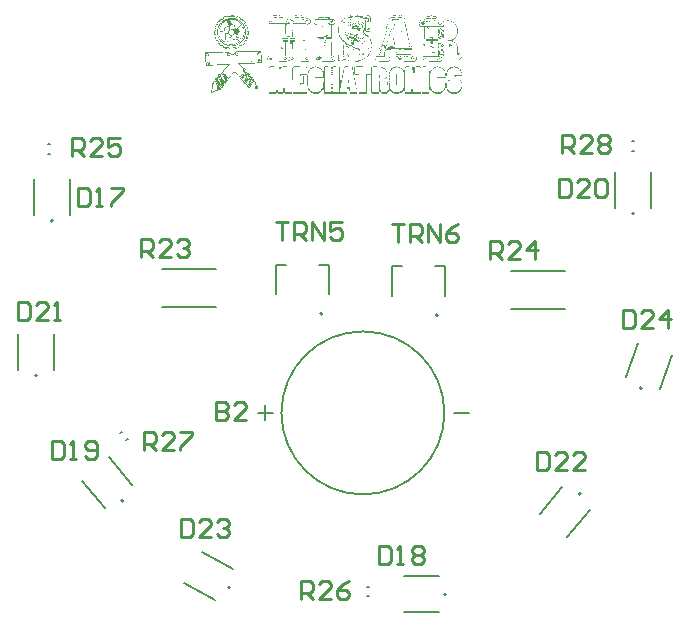
<source format=gto>
G04*
G04 #@! TF.GenerationSoftware,Altium Limited,Altium Designer,21.7.2 (23)*
G04*
G04 Layer_Color=65535*
%FSLAX25Y25*%
%MOIN*%
G70*
G04*
G04 #@! TF.SameCoordinates,1580A9D1-778B-403B-A8E6-1BC37CE1D180*
G04*
G04*
G04 #@! TF.FilePolarity,Positive*
G04*
G01*
G75*
%ADD10C,0.00787*%
%ADD11C,0.00500*%
%ADD12C,0.01000*%
G36*
X284041Y436461D02*
X284160Y436342D01*
X284178Y436269D01*
X284151Y436187D01*
X284141Y436177D01*
X284123Y436141D01*
X284041Y436059D01*
X283967Y436022D01*
X283949Y436260D01*
X283903Y436324D01*
X283583Y436333D01*
X283528Y436315D01*
X283409Y436306D01*
X283299Y436324D01*
X283162Y436333D01*
X283107Y436315D01*
X283024Y436342D01*
X283043Y436397D01*
X283088Y436443D01*
X283180Y436480D01*
X283363Y436461D01*
X283455Y436425D01*
X283583Y436443D01*
X283711Y436498D01*
X283784Y436516D01*
X283912Y436535D01*
X284041Y436461D01*
D02*
G37*
G36*
X249066D02*
X249231Y436388D01*
X249359Y436406D01*
X249524Y436425D01*
X249579Y436443D01*
X249606Y436434D01*
X249542Y436333D01*
X249323Y436297D01*
X249231Y436333D01*
X249075Y436324D01*
X248993Y436333D01*
X248920Y436297D01*
X248910Y436287D01*
X248883Y436278D01*
X248755Y436333D01*
X248389Y436315D01*
X248343Y436269D01*
X248306Y436177D01*
X248297Y436168D01*
X248270Y436196D01*
X248251Y436287D01*
X248343Y436416D01*
X248407Y436480D01*
X248553Y436461D01*
X248590Y436425D01*
X248718Y436388D01*
X248837Y436416D01*
X248901Y436443D01*
X249002Y436489D01*
X249066Y436461D01*
D02*
G37*
G36*
X269904Y436406D02*
X269914Y436397D01*
X269904Y436370D01*
X269877Y436397D01*
X269886Y436425D01*
X269904Y436406D01*
D02*
G37*
G36*
X282539Y436736D02*
X282576Y436699D01*
X282667Y436645D01*
X282695Y436617D01*
X282713Y436544D01*
X282786Y436416D01*
X282814Y436388D01*
X282823Y436379D01*
X282814Y436333D01*
X282704Y436351D01*
X282631Y436480D01*
X282558Y436498D01*
X282503Y436516D01*
X282374Y436535D01*
X282127Y436507D01*
X282036Y436471D01*
X281999Y436434D01*
X281953Y436351D01*
X281880Y436333D01*
X281825Y436315D01*
X281798Y436287D01*
X281770Y436223D01*
X281715Y436315D01*
X281642Y436333D01*
X281294Y436315D01*
X281230Y436287D01*
X281074Y436333D01*
X280809Y436342D01*
X280818Y436406D01*
X280855Y436425D01*
X280983Y436480D01*
X281230Y436471D01*
X281294Y436498D01*
X281386Y436535D01*
X281541Y436507D01*
X281633Y436471D01*
X281660Y436443D01*
X281752Y436425D01*
X281788Y436461D01*
X281825Y436480D01*
X281990Y436571D01*
X282008Y436608D01*
X282045Y436626D01*
X282081Y436663D01*
X282283Y436754D01*
X282539Y436736D01*
D02*
G37*
G36*
X258332D02*
X258387Y436681D01*
X258423Y436663D01*
X258506Y436599D01*
X258524Y436562D01*
X258615Y436397D01*
X258643Y436370D01*
X258680Y436351D01*
X258698D01*
X258826Y436333D01*
X258881Y436351D01*
X258936Y436406D01*
X259055Y436434D01*
X259211Y436443D01*
X259265Y436425D01*
X259339Y436406D01*
X259412Y436425D01*
X259467Y436443D01*
X259577Y436425D01*
X259678Y436342D01*
X259733Y436306D01*
X259568Y436287D01*
X259559Y436278D01*
X259504Y436297D01*
X259412Y436278D01*
X259384Y436251D01*
X259357Y436187D01*
X259320Y436205D01*
X259275Y436269D01*
X259201Y436287D01*
X259119Y436297D01*
X259064Y436278D01*
X258872Y436287D01*
X258808Y436260D01*
X258716Y436223D01*
X258551Y436315D01*
X258524Y436342D01*
X258469Y436434D01*
X258368Y436480D01*
X258240Y436516D01*
X258112Y436535D01*
X257947Y436516D01*
X257892Y436498D01*
X257773Y436471D01*
X257682Y436434D01*
X257636Y436315D01*
X257544Y436278D01*
X257471Y436260D01*
X257398Y436278D01*
X257270Y436297D01*
X257215Y436278D01*
X257004Y436287D01*
X256931Y436269D01*
X256903Y436242D01*
X256848Y436223D01*
X256757Y436278D01*
X256647Y436297D01*
X256592Y436278D01*
X256537Y436297D01*
X256308Y436287D01*
X256327Y436342D01*
X256391Y436406D01*
X256555Y436480D01*
X256629Y436498D01*
X256848Y436480D01*
X256940Y436388D01*
X256995Y436370D01*
X257123Y436425D01*
X257196Y436443D01*
X257379Y436425D01*
X257489Y436388D01*
X257654Y436480D01*
X257682Y436507D01*
X257700Y436544D01*
X257755Y436599D01*
X257773Y436635D01*
X257874Y436681D01*
X258039Y436754D01*
X258332Y436736D01*
D02*
G37*
G36*
X268073D02*
X268128Y436718D01*
X268256Y436699D01*
X268330Y436681D01*
X268577Y436654D01*
X268677Y436626D01*
X268897Y436589D01*
X269071Y436562D01*
X269218Y436544D01*
X269282Y436516D01*
X269373Y436425D01*
X269410Y436406D01*
X269456Y436361D01*
X269474Y436287D01*
X269383Y436196D01*
X269410Y436168D01*
X269501Y436187D01*
X269575Y436260D01*
X269666Y436297D01*
X269813Y436278D01*
X269941Y436223D01*
X269969Y436232D01*
X269987Y436287D01*
X270014Y436315D01*
X270106Y436351D01*
X270344Y436333D01*
X270399Y436315D01*
X270499Y436287D01*
X270609Y436269D01*
X270783Y436242D01*
X270838Y436223D01*
X270912Y436205D01*
X271067Y436177D01*
X271168Y436150D01*
X271296Y436113D01*
X271415Y436086D01*
X271534Y436040D01*
X271653Y436013D01*
X271745Y435976D01*
X271827Y435949D01*
X271845D01*
X271882Y435930D01*
X271900Y435784D01*
X271873Y435701D01*
X271919Y435656D01*
X271955Y435637D01*
X272065Y435564D01*
X272129Y435555D01*
X272212Y435656D01*
X272267Y435711D01*
X272349Y435756D01*
X272331Y435830D01*
X272349Y435866D01*
X272376Y435875D01*
X272441Y435720D01*
X272422Y435537D01*
X272450Y435491D01*
X272541Y435436D01*
X272596Y435418D01*
X272743Y435436D01*
X272770Y435463D01*
X272779Y435491D01*
X272816Y435509D01*
X272862Y435555D01*
X272843Y435610D01*
X272761Y435637D01*
X272550Y435665D01*
X272559Y435692D01*
X272596Y435711D01*
X272660Y435738D01*
X272688Y435711D01*
X272761Y435692D01*
X272889Y435766D01*
X272898Y435775D01*
X272871Y435820D01*
X272798Y435839D01*
X272678Y435830D01*
X272642Y435940D01*
X272559Y435967D01*
X272459Y435958D01*
X272477Y435994D01*
X272495Y436049D01*
X272514Y436123D01*
X272559Y436168D01*
X272651Y436150D01*
X272678Y436123D01*
X272697Y436086D01*
X272743Y436040D01*
X272944Y436022D01*
X272999Y435967D01*
X273054Y435949D01*
X273118Y436013D01*
X273136Y436068D01*
X273182Y436077D01*
X273228Y436031D01*
X273210Y435866D01*
X273182Y435839D01*
X273146Y435820D01*
X273091Y435766D01*
X273063Y435756D01*
X273081Y435683D01*
X273100Y435665D01*
X273045Y435573D01*
X273026Y435482D01*
X272907Y435363D01*
X272816Y435308D01*
X272779Y435271D01*
X272559Y435289D01*
X272404Y435408D01*
X272386Y435445D01*
X272358Y435472D01*
X272322Y435491D01*
X272267Y435546D01*
X272147Y435537D01*
X272129Y435427D01*
X272047Y435344D01*
X271964Y435354D01*
X271919Y435436D01*
X271790Y435418D01*
X271461Y435436D01*
X271415Y435500D01*
X271360Y435537D01*
X271342Y435628D01*
X271488Y435646D01*
X271781Y435665D01*
X271818Y435683D01*
X271809Y435711D01*
X271681Y435747D01*
X271552Y435802D01*
X271433Y435848D01*
X271406Y435875D01*
X271314Y435912D01*
X271241Y435930D01*
X271113Y435985D01*
X271012Y436013D01*
X270985Y436040D01*
X270756Y436123D01*
X270683Y436141D01*
X270582Y436168D01*
X270454Y436223D01*
X270380Y436242D01*
X270344Y436223D01*
X270316Y436196D01*
X270335Y436086D01*
X270362Y436059D01*
X270454Y436004D01*
X270619Y435912D01*
X270701Y435756D01*
X270893Y435747D01*
X271021Y435802D01*
X271113Y435747D01*
X271214Y435665D01*
X271241Y435637D01*
X271278Y435619D01*
X271287Y435537D01*
X271223Y435528D01*
X271168Y435582D01*
X271122Y435573D01*
X271104Y435500D01*
X271085Y435463D01*
X271058Y435436D01*
X271021Y435454D01*
X270976Y435500D01*
X270957Y435573D01*
X270939Y435610D01*
X270875Y435619D01*
X270820Y435601D01*
X270673Y435582D01*
X270619Y435564D01*
X270509Y435582D01*
X270481Y435610D01*
X270463Y435646D01*
X270380Y435674D01*
X270344Y435656D01*
X270252Y435619D01*
X270179Y435637D01*
X270152Y435665D01*
X270170Y435958D01*
X270152Y435994D01*
X270088Y436004D01*
X270060Y435976D01*
X270033Y435875D01*
X270042Y435244D01*
X270005Y435207D01*
X269996Y435180D01*
X269941Y435198D01*
X269895Y435244D01*
X269877Y435317D01*
X269868Y436004D01*
X269776Y436059D01*
X269721Y436077D01*
X269675Y436031D01*
X269657Y435994D01*
X269630Y435967D01*
X269501Y435949D01*
X269273Y435958D01*
X269209Y435930D01*
X269154Y435857D01*
X268925Y435885D01*
X268870Y435921D01*
X268851Y435994D01*
X268824Y436059D01*
X268769Y436040D01*
X268733Y436004D01*
X268696Y435985D01*
X268604Y435949D01*
X268513Y435967D01*
X268467Y436068D01*
X268504Y436104D01*
X268522Y436141D01*
X268559Y436232D01*
X268577Y436306D01*
X268659Y436333D01*
X268714Y436315D01*
X268861Y436297D01*
X268952Y436260D01*
X268989Y436278D01*
X269016Y436306D01*
X269035Y436489D01*
X268934Y436516D01*
X267432Y436535D01*
X267377Y436516D01*
X267121Y436535D01*
X267066Y436516D01*
X266965Y436489D01*
X266865Y436425D01*
X266791Y436315D01*
X266773Y436297D01*
X266672Y436342D01*
X266663Y436388D01*
X266746Y436562D01*
X266846Y436663D01*
X267048Y436754D01*
X268073Y436736D01*
D02*
G37*
G36*
X294057Y436480D02*
X294094Y436443D01*
X294130Y436425D01*
X294213Y436361D01*
X294249Y436269D01*
X294268Y436232D01*
X294295Y436205D01*
X294405Y436223D01*
X294442Y436260D01*
X294551Y436315D01*
X294606Y436297D01*
X294680Y436278D01*
X294780Y436251D01*
X294826Y436205D01*
X294918Y436223D01*
X294991Y436297D01*
X295073Y436306D01*
X295165Y436287D01*
X295256Y436251D01*
X295357Y436187D01*
X295385Y436159D01*
X295440Y436068D01*
X295531Y436013D01*
X295586Y435885D01*
X295604Y435830D01*
X295559Y435747D01*
X295522Y435729D01*
X295449Y435656D01*
X295357Y435619D01*
X295256Y435610D01*
X295266Y435564D01*
X295385Y435518D01*
X295412Y435491D01*
X295595Y435418D01*
X295632Y435381D01*
X295760Y435308D01*
X295842Y435225D01*
X295851Y435180D01*
X295833Y435161D01*
X295787Y435207D01*
X295769Y435244D01*
X295742Y435271D01*
X295632Y435289D01*
X295540Y435326D01*
X295467Y435344D01*
X295348Y435390D01*
X295183Y435408D01*
X294799Y435427D01*
X294258Y435436D01*
X294203Y435418D01*
X294130Y435436D01*
X294121Y435463D01*
X294139Y435518D01*
X294121Y435573D01*
X294075Y435619D01*
X293828Y435701D01*
X293846Y435775D01*
X293911Y435784D01*
X294039Y435729D01*
X294112Y435747D01*
X294203Y435784D01*
X294368Y435766D01*
X294405Y435729D01*
X294826Y435711D01*
X294881Y435729D01*
X294963Y435738D01*
X295046Y435711D01*
X295119Y435692D01*
X295211Y435656D01*
X295247Y435692D01*
X295394Y435747D01*
X295421Y435775D01*
X295403Y436068D01*
X294991Y436077D01*
X294936Y436059D01*
X294698Y436077D01*
X294322Y436068D01*
X294222Y436132D01*
X294203Y436205D01*
X294167Y436242D01*
X294066Y436269D01*
X293636Y436278D01*
X293517Y436214D01*
X293498Y436141D01*
X293480Y436104D01*
X293425Y436086D01*
X293416Y436077D01*
X293260Y436068D01*
X292885Y436077D01*
X292830Y436059D01*
X292702Y436077D01*
X292418Y436086D01*
X292345Y436068D01*
X292308Y436031D01*
X292290Y435903D01*
X292281Y435875D01*
X292244Y435894D01*
X292217Y435921D01*
X292198Y435994D01*
X292217Y436104D01*
X292354Y436242D01*
X292482Y436223D01*
X292519Y436187D01*
X292647Y436168D01*
X292757Y436187D01*
X292858Y436269D01*
X292958Y436315D01*
X293013Y436297D01*
X293087Y436278D01*
X293251Y436205D01*
X293343Y436223D01*
X293471Y436297D01*
X293563Y436388D01*
X293599Y436406D01*
X293801Y436498D01*
X294057Y436480D01*
D02*
G37*
G36*
X227697Y436589D02*
X227935Y436571D01*
X228027Y436535D01*
X228182Y436507D01*
X228338Y436443D01*
X228429Y436425D01*
X228475Y436379D01*
X228457Y436306D01*
X228319Y436278D01*
X228292Y436251D01*
X228274Y436177D01*
X228292Y436086D01*
X228374Y436059D01*
X228548Y436031D01*
X228649Y436004D01*
X228951Y435940D01*
X229070Y435930D01*
X229116Y435976D01*
X229107Y436205D01*
X229180Y436223D01*
X229446Y436177D01*
X229647Y436104D01*
X229675Y436077D01*
X229821Y436022D01*
X229858Y435985D01*
X229949Y435930D01*
X230077Y435875D01*
X230132Y435857D01*
X230233Y435775D01*
X230297Y435729D01*
X230398Y435646D01*
X230434Y435610D01*
X230416Y435573D01*
X230389Y435546D01*
X230260Y435528D01*
X230215Y435482D01*
X230196Y435408D01*
X230215Y435335D01*
X230242Y435308D01*
X230389Y435253D01*
X230517Y435161D01*
X230553Y435143D01*
X230700Y434996D01*
X230865Y434923D01*
X230956Y434941D01*
X230984Y434969D01*
X231002Y435134D01*
X231084Y435143D01*
X231231Y434996D01*
X231267Y434978D01*
X231323Y434923D01*
X231414Y434868D01*
X231460Y434823D01*
X231478Y434786D01*
X231570Y434658D01*
X231643Y434584D01*
X231661Y434548D01*
X231771Y434346D01*
X231844Y434273D01*
X231863Y434236D01*
X231899Y434145D01*
X231973Y433980D01*
X231927Y433934D01*
X231872Y433989D01*
X231780Y434026D01*
X231707Y434008D01*
X231661Y433962D01*
X231643Y433889D01*
X231661Y433797D01*
X231698Y433760D01*
X231716Y433724D01*
X231789Y433651D01*
X231826Y433559D01*
X231899Y433449D01*
X231918Y433303D01*
X232037Y433184D01*
X232174Y433211D01*
X232211Y433376D01*
X232275Y433385D01*
X232320Y433358D01*
X232339Y433321D01*
X232375Y433284D01*
X232394Y433248D01*
X232485Y433046D01*
X232632Y432735D01*
X232659Y432470D01*
X232696Y432378D01*
X232723Y432131D01*
X232705Y431984D01*
X232678Y431975D01*
X232586Y432030D01*
X232513Y432048D01*
X232412Y432002D01*
X232394Y431948D01*
X232412Y431893D01*
X232430Y431819D01*
X232467Y431691D01*
X232485Y431618D01*
X232522Y431252D01*
X232577Y431197D01*
X232568Y431151D01*
X232531Y431133D01*
X232504Y431105D01*
X232494Y431005D01*
X232293Y430950D01*
X232265Y430977D01*
X232284Y431069D01*
X232357Y431087D01*
X232339Y431124D01*
X232265Y431179D01*
X232247Y431325D01*
X232229Y431380D01*
X232247Y431453D01*
X232284Y431545D01*
X232265Y431765D01*
X232229Y431856D01*
X232211Y431984D01*
X232265Y432076D01*
X232293Y432103D01*
X232384Y432140D01*
X232513Y432213D01*
X232540Y432241D01*
X232522Y432314D01*
X232485Y432405D01*
X232439Y432524D01*
X232375Y432625D01*
X232339Y432662D01*
X232320Y432717D01*
X232265Y432772D01*
X232211Y432863D01*
X232156Y432918D01*
X232165Y432964D01*
X232229Y432955D01*
X232247Y432918D01*
X232275Y432891D01*
X232302Y432900D01*
X232284Y433046D01*
X232220Y433147D01*
X232183Y433129D01*
X232128Y433074D01*
X232000Y433001D01*
X231945Y432982D01*
X231854Y433001D01*
X231826Y433156D01*
X231698Y433358D01*
X231680Y433394D01*
X231643Y433431D01*
X231570Y433596D01*
X231478Y433760D01*
X231441Y433852D01*
X231460Y433962D01*
X231506Y434008D01*
X231634Y434081D01*
X231643Y434218D01*
X231560Y434319D01*
X231460Y434420D01*
X231387Y434548D01*
X231286Y434649D01*
X231249Y434667D01*
X231222Y434694D01*
X231139Y434868D01*
X231084Y434887D01*
X230956Y434795D01*
X230920Y434777D01*
X230828Y434740D01*
X230590Y434868D01*
X230517Y434941D01*
X230425Y434978D01*
X230132Y435198D01*
X230068Y435262D01*
X230050Y435335D01*
X230068Y435427D01*
X230123Y435555D01*
X230105Y435610D01*
X229995Y435683D01*
X229885Y435738D01*
X229858Y435766D01*
X229656Y435857D01*
X229308Y435967D01*
X229272Y435949D01*
X229189Y435866D01*
X229207Y435775D01*
X229180Y435729D01*
X229107Y435711D01*
X228960Y435729D01*
X228832Y435784D01*
X228567Y435830D01*
X228448Y435875D01*
X228283Y435894D01*
X228200Y435940D01*
X228182Y436013D01*
X228164Y436269D01*
X228081Y436297D01*
X227807Y436278D01*
X227788Y436205D01*
X227733Y436150D01*
X227587Y436132D01*
X227495Y436095D01*
X227486Y436141D01*
X227532Y436205D01*
X227651Y436251D01*
X227706Y436287D01*
X227678Y436315D01*
X227605Y436333D01*
X227248Y436342D01*
X227193Y436306D01*
X227175Y436232D01*
X227193Y436196D01*
X227322Y436141D01*
X227303Y436049D01*
X227221Y436022D01*
X227047Y435994D01*
X226882Y435976D01*
X226772Y435958D01*
X226333Y435921D01*
X226305Y435894D01*
X226232Y435875D01*
X225463Y435857D01*
X225426Y435839D01*
X225380Y435885D01*
X225454Y435903D01*
X225472Y435958D01*
X225490Y436031D01*
X225472Y436141D01*
X225445Y436168D01*
X225353Y436150D01*
X225142Y436013D01*
X225115Y435930D01*
X225078Y435912D01*
X224987Y435875D01*
X224932Y435857D01*
X224914Y435839D01*
X224895Y435912D01*
X224804Y435875D01*
X224712Y435820D01*
X224593Y435756D01*
X224611Y435701D01*
X224703Y435573D01*
X224740Y435537D01*
X224721Y435463D01*
X224657Y435399D01*
X224492Y435308D01*
X224456Y435271D01*
X224419Y435253D01*
X224346Y435180D01*
X224309Y435161D01*
X224145Y435070D01*
X223961Y434887D01*
X223833Y434868D01*
X223787Y434804D01*
X223751Y434768D01*
X223732Y434731D01*
X223650Y434703D01*
X223549Y434731D01*
X223513Y434768D01*
X223494Y434804D01*
X223394Y434905D01*
X223284Y434887D01*
X223192Y434777D01*
X223119Y434703D01*
X223082Y434685D01*
X223000Y434621D01*
X222982Y434584D01*
X222945Y434548D01*
X222927Y434511D01*
X222863Y434429D01*
X222734Y434356D01*
X222689Y434310D01*
X222670Y434236D01*
X222689Y434200D01*
X222716Y434172D01*
X222789Y434154D01*
X222890Y434053D01*
X222908Y433998D01*
X222817Y433870D01*
X222780Y433834D01*
X222689Y433669D01*
X222616Y433559D01*
X222597Y433486D01*
X222579Y433394D01*
X222542Y433358D01*
X222487Y433229D01*
X222469Y433193D01*
X222442Y433165D01*
X222405Y433147D01*
X222350Y433129D01*
X222231Y433156D01*
X222139Y433193D01*
X222094Y433202D01*
X222048Y433156D01*
X222020Y433019D01*
X221911Y432744D01*
X221883Y432662D01*
X221865Y432588D01*
X221846Y432552D01*
X221791Y432424D01*
X221773Y432350D01*
X221791Y432314D01*
X221874Y432286D01*
X222048Y432222D01*
X222103Y432094D01*
X222075Y431847D01*
X222057Y431737D01*
X222039Y431572D01*
X222020Y431389D01*
X222002Y431279D01*
X221965Y431224D01*
X221874Y431188D01*
X221709Y431169D01*
X221618Y431114D01*
X221599Y430748D01*
X221618Y430565D01*
X221636Y430254D01*
X221654Y430217D01*
X221837Y430235D01*
X221892Y430254D01*
X222002Y430235D01*
X222029Y430208D01*
X222057Y430089D01*
X222084Y429842D01*
X222103Y429714D01*
X222139Y429622D01*
X222158Y429549D01*
X222176Y429421D01*
X222213Y429384D01*
X222231Y429311D01*
X222213Y429219D01*
X222185Y429192D01*
X222094Y429155D01*
X221984Y429137D01*
X221938Y429091D01*
X221956Y429000D01*
X222020Y428917D01*
X222112Y428954D01*
X222158Y428908D01*
X222148Y428881D01*
X222029Y428890D01*
X222011Y428835D01*
X222029Y428688D01*
X222066Y428652D01*
X222084Y428615D01*
X222139Y428560D01*
X222158Y428523D01*
X222213Y428395D01*
X222231Y428304D01*
X222295Y428221D01*
X222533Y428331D01*
X222643Y428313D01*
X222744Y428212D01*
X222771Y428111D01*
X222799Y428084D01*
X222817Y428047D01*
X222844Y428020D01*
X222881Y428001D01*
X222908Y427974D01*
X222982Y427846D01*
X223073Y427681D01*
X223156Y427580D01*
X223165Y427480D01*
X223137Y427452D01*
X223046Y427397D01*
X222982Y427333D01*
X222945Y427242D01*
X222963Y427205D01*
X223046Y427123D01*
X223110Y427113D01*
X223229Y427287D01*
X223302Y427361D01*
X223339Y427379D01*
X223394Y427397D01*
X223458Y427388D01*
X223440Y427315D01*
X223412Y427287D01*
X223339Y427269D01*
X223266Y427196D01*
X223229Y427177D01*
X223220Y427113D01*
X223275Y427059D01*
X223284Y427031D01*
X223320Y427013D01*
X223366Y426967D01*
X223348Y426930D01*
X223320Y426921D01*
X223266Y426939D01*
X223238Y426930D01*
X223266Y426885D01*
X223302Y426866D01*
X223384Y426802D01*
X223403Y426747D01*
X223485Y426610D01*
X223522Y426592D01*
X223577Y426573D01*
X223668Y426628D01*
X223696Y426656D01*
X223714Y426729D01*
X223742Y426756D01*
X223815Y426775D01*
X223906Y426756D01*
X223980Y426683D01*
X224016Y426665D01*
X224053Y426628D01*
X224090Y426610D01*
X224199Y426537D01*
X224373Y426473D01*
X224520Y426381D01*
X224566Y426335D01*
X224602Y426317D01*
X224685Y426234D01*
X224666Y426125D01*
X224630Y426088D01*
X224611Y425960D01*
X224630Y425923D01*
X224657Y425896D01*
X224730Y425877D01*
X224859Y425859D01*
X225206Y425694D01*
X225371Y425621D01*
X225481Y425639D01*
X225509Y425667D01*
X225527Y425795D01*
X225600Y425923D01*
X225774Y425932D01*
X225866Y425896D01*
X225939Y425877D01*
X226067Y425859D01*
X226223Y425832D01*
X226314Y425813D01*
X226552Y425777D01*
X226607Y425740D01*
X226626Y425612D01*
X226644Y425411D01*
X226671Y425383D01*
X226845Y425411D01*
X226983Y425438D01*
X227038Y425420D01*
X227276Y425401D01*
X227550Y425420D01*
X227578Y425447D01*
X227596Y425520D01*
X227578Y425648D01*
X227614Y425740D01*
X227678Y425804D01*
X227798Y425832D01*
X227981Y425868D01*
X228054Y425887D01*
X228255Y425905D01*
X228329Y425923D01*
X228438Y425942D01*
X228539Y425969D01*
X228603Y425978D01*
X228622Y426015D01*
X228649Y426042D01*
X228722Y426024D01*
X228750Y425996D01*
X228731Y425923D01*
X228640Y425905D01*
X228658Y425758D01*
X228713Y425667D01*
X228759Y425621D01*
X228832Y425639D01*
X228869Y425676D01*
X228942Y425694D01*
X229034Y425731D01*
X229125Y425786D01*
X229217Y425822D01*
X229336Y425850D01*
X229409Y425868D01*
X229555Y425923D01*
X229647Y425960D01*
X229629Y426033D01*
X229537Y426161D01*
X229501Y426253D01*
X229519Y426308D01*
X229546Y426335D01*
X229665Y426381D01*
X229812Y426473D01*
X229922Y426546D01*
X229967Y426592D01*
X230132Y426665D01*
X230260Y426738D01*
X230352Y426775D01*
X230407Y426756D01*
X230572Y426592D01*
X230645Y426555D01*
X230736Y426592D01*
X230773Y426610D01*
X230819Y426656D01*
X230874Y426747D01*
X230929Y426802D01*
X230938Y426830D01*
X231066Y426903D01*
X231130Y426967D01*
X231139Y426994D01*
X231176Y427013D01*
X231231Y427068D01*
X231267Y427086D01*
X231332Y427132D01*
X231313Y427205D01*
X231258Y427260D01*
X231249Y427287D01*
X231213Y427306D01*
X231167Y427352D01*
X231158Y427434D01*
X231222Y427535D01*
X231350Y427699D01*
X231496Y427974D01*
X231533Y428011D01*
X231551Y428047D01*
X231652Y428185D01*
X231744Y428221D01*
X231835Y428203D01*
X231890Y428185D01*
X232037Y428166D01*
X232064Y428194D01*
X232082Y428230D01*
X232137Y428359D01*
X232156Y428395D01*
X232211Y428450D01*
X232256Y428569D01*
X232302Y428725D01*
X232330Y428844D01*
X232375Y428945D01*
X232384Y428990D01*
X232339Y429054D01*
X232256Y429082D01*
X232183Y429100D01*
X232101Y429146D01*
X232082Y429219D01*
X232101Y429274D01*
X232119Y429384D01*
X232137Y429439D01*
X232174Y429567D01*
X232192Y429640D01*
X232238Y429851D01*
X232275Y430034D01*
X232311Y430107D01*
X232384Y430126D01*
X232650Y430117D01*
X232687Y430135D01*
X232705Y430208D01*
X232687Y430226D01*
X232705Y430281D01*
X232687Y430739D01*
X232705Y430886D01*
X232723Y430940D01*
X232705Y431124D01*
X232687Y431179D01*
X232806Y431298D01*
X232833Y431288D01*
X232870Y431142D01*
X232897Y431005D01*
X232925Y430904D01*
X232906Y430391D01*
X232888Y430336D01*
X232870Y430098D01*
X232833Y430061D01*
X232797Y429970D01*
X232778Y429878D01*
X232751Y429851D01*
X232705Y429860D01*
X232696Y429869D01*
X232678Y429979D01*
X232623Y430034D01*
X232494Y430016D01*
X232449Y429970D01*
X232412Y429714D01*
X232394Y429512D01*
X232375Y429457D01*
X232357Y429384D01*
X232320Y429292D01*
X232339Y429219D01*
X232384Y429173D01*
X232458Y429155D01*
X232494Y429192D01*
X232568Y429228D01*
X232632Y429183D01*
X232613Y428890D01*
X232577Y428798D01*
X232558Y428725D01*
X232467Y428523D01*
X232449Y428450D01*
X232394Y428395D01*
X232375Y428359D01*
X232339Y428322D01*
X232320Y428249D01*
X232275Y428130D01*
X232128Y427910D01*
X232064Y427846D01*
X232055Y427818D01*
X231991Y427828D01*
X232000Y428020D01*
X231963Y428056D01*
X231835Y428111D01*
X231789Y428066D01*
X231734Y427937D01*
X231661Y427809D01*
X231487Y427580D01*
X231423Y427461D01*
X231387Y427370D01*
X231405Y427296D01*
X231432Y427269D01*
X231588Y427278D01*
X231625Y427260D01*
X231606Y427168D01*
X231551Y427113D01*
X231533Y427077D01*
X231506Y427049D01*
X231469Y427031D01*
X231396Y426921D01*
X231350Y426857D01*
X231267Y426775D01*
X231231Y426756D01*
X231048Y426573D01*
X231011Y426555D01*
X230846Y426463D01*
X230810Y426408D01*
X230773Y426390D01*
X230736Y426354D01*
X230645Y426317D01*
X230572Y426299D01*
X230535Y426262D01*
X230471Y426253D01*
X230434Y426271D01*
X230453Y426308D01*
X230508Y426363D01*
X230526Y426454D01*
X230444Y426555D01*
X230389Y426573D01*
X230297Y426555D01*
X230169Y426427D01*
X229967Y426335D01*
X229876Y426299D01*
X229839Y426262D01*
X229720Y426198D01*
X229702Y426125D01*
X229729Y426042D01*
X229858Y426006D01*
X229894Y425987D01*
X229903Y425923D01*
X229821Y425841D01*
X229583Y425713D01*
X229381Y425603D01*
X229253Y425548D01*
X229079Y425520D01*
X228988Y425502D01*
X228887Y425475D01*
X228759Y425438D01*
X228594Y425420D01*
X228539Y425401D01*
X228484Y425420D01*
X228475Y425502D01*
X228576Y425566D01*
X228585Y425648D01*
X228521Y425768D01*
X228411Y425749D01*
X228246Y425676D01*
X227880Y425639D01*
X227770Y425621D01*
X227724Y425575D01*
X227706Y425502D01*
X227724Y425411D01*
X227752Y425383D01*
X227788Y425365D01*
X227834Y425319D01*
X227788Y425273D01*
X227715Y425255D01*
X227587Y425237D01*
X227495Y425218D01*
X227404Y425182D01*
X227001Y425163D01*
X226946Y425182D01*
X226635Y425200D01*
X226543Y425255D01*
X226324Y425273D01*
X226296Y425319D01*
X226342Y425365D01*
X226488Y425401D01*
X226516Y425429D01*
X226497Y425557D01*
X226470Y425584D01*
X226397Y425603D01*
X226168Y425630D01*
X226095Y425648D01*
X225994Y425676D01*
X225857Y425703D01*
X225756Y425731D01*
X225701Y425713D01*
X225674Y425685D01*
X225655Y425648D01*
X225619Y425612D01*
X225637Y425557D01*
X225664Y425529D01*
X225719Y425511D01*
X225728Y425447D01*
X225628Y425420D01*
X225573Y425438D01*
X225408Y425420D01*
X225353Y425438D01*
X225225Y425456D01*
X225133Y425493D01*
X225005Y425529D01*
X224914Y425566D01*
X224767Y425603D01*
X224529Y425731D01*
X224492Y425768D01*
X224456Y425786D01*
X224355Y425868D01*
X224364Y425932D01*
X224456Y425987D01*
X224483Y426015D01*
X224501Y426088D01*
X224465Y426180D01*
X224437Y426207D01*
X224364Y426225D01*
X224273Y426262D01*
X224035Y426427D01*
X223998Y426445D01*
X223943Y426500D01*
X223778Y426573D01*
X223742Y426555D01*
X223696Y426509D01*
X223677Y426436D01*
X223696Y426399D01*
X223714Y426344D01*
X223696Y426289D01*
X223668Y426262D01*
X223632Y426299D01*
X223595Y426317D01*
X223421Y426436D01*
X223320Y426537D01*
X223156Y426628D01*
X223082Y426738D01*
X223037Y426802D01*
X222991Y426848D01*
X222954Y426866D01*
X222863Y427013D01*
X222799Y427113D01*
X222725Y427187D01*
X222707Y427223D01*
X222670Y427260D01*
X222652Y427388D01*
X222680Y427434D01*
X222753Y427416D01*
X222808Y427361D01*
X222936Y427434D01*
X222963Y427516D01*
X222835Y427681D01*
X222744Y427773D01*
X222707Y427864D01*
X222616Y428029D01*
X222579Y428066D01*
X222561Y428102D01*
X222515Y428148D01*
X222414Y428121D01*
X222377Y428084D01*
X222350Y427983D01*
X222313Y427947D01*
X222222Y428001D01*
X222158Y428066D01*
X222139Y428102D01*
X222103Y428139D01*
X222029Y428267D01*
X221956Y428377D01*
X221920Y428505D01*
X221901Y428578D01*
X221865Y428615D01*
X221828Y428707D01*
X221773Y428835D01*
X221718Y429054D01*
X221700Y429292D01*
X221727Y429320D01*
X221764Y429302D01*
X221791Y429274D01*
X221810Y429238D01*
X221911Y429192D01*
X221965Y429210D01*
X221993Y429238D01*
X222029Y429366D01*
X222011Y429439D01*
X221938Y429677D01*
X221892Y429869D01*
X221865Y429970D01*
X221846Y430043D01*
X221801Y430089D01*
X221672Y430071D01*
X221645Y430043D01*
X221627Y429970D01*
X221599Y429943D01*
X221544Y429961D01*
X221517Y429988D01*
X221489Y430162D01*
X221471Y430254D01*
X221425Y430409D01*
X221398Y431023D01*
X221416Y431096D01*
X221434Y431298D01*
X221453Y431389D01*
X221498Y431453D01*
X221544Y431481D01*
X221590Y431435D01*
X221608Y431343D01*
X221636Y431316D01*
X221801Y431334D01*
X221846Y431380D01*
X221865Y431765D01*
X221883Y431819D01*
X221901Y431893D01*
X221929Y432012D01*
X221938Y432058D01*
X221911Y432103D01*
X221819Y432158D01*
X221782Y432195D01*
X221709Y432176D01*
X221682Y432149D01*
X221663Y432076D01*
X221636Y432067D01*
X221608Y432094D01*
X221590Y432167D01*
X221608Y432405D01*
X221627Y432552D01*
X221682Y432680D01*
X221700Y432881D01*
X221755Y433010D01*
X221782Y433110D01*
X221865Y433248D01*
X221956Y433413D01*
X221993Y433449D01*
X222002Y433477D01*
X222057Y433495D01*
X222084Y433467D01*
X222103Y433358D01*
X222194Y433321D01*
X222268Y433303D01*
X222304Y433321D01*
X222377Y433504D01*
X222469Y433669D01*
X222506Y433706D01*
X222524Y433742D01*
X222561Y433779D01*
X222616Y433925D01*
X222652Y433962D01*
X222670Y434035D01*
X222634Y434127D01*
X222551Y434154D01*
X222442Y434099D01*
X222414Y434127D01*
X222432Y434236D01*
X222469Y434273D01*
X222506Y434365D01*
X222597Y434456D01*
X222616Y434493D01*
X222652Y434529D01*
X222680Y434630D01*
X222716Y434667D01*
X222753Y434685D01*
X222808Y434740D01*
X222899Y434795D01*
X222927Y434823D01*
X222945Y434859D01*
X223027Y434960D01*
X223192Y435051D01*
X223229Y435088D01*
X223266Y435106D01*
X223339Y435180D01*
X223375Y435198D01*
X223430Y435216D01*
X223476Y435225D01*
X223513Y435207D01*
X223531Y435152D01*
X223458Y435079D01*
X223476Y434987D01*
X223540Y434923D01*
X223650Y434941D01*
X223769Y435061D01*
X223787Y435097D01*
X223870Y435198D01*
X223961Y435234D01*
X224062Y435317D01*
X224126Y435381D01*
X224163Y435399D01*
X224199Y435436D01*
X224318Y435463D01*
X224410Y435500D01*
X224501Y435573D01*
X224483Y435665D01*
X224456Y435692D01*
X224337Y435738D01*
X224318Y435775D01*
X224401Y435857D01*
X224428Y435866D01*
X224447Y435903D01*
X224529Y435985D01*
X224694Y436077D01*
X224730Y436113D01*
X224767Y436132D01*
X224822Y436187D01*
X225005Y436260D01*
X225124Y436287D01*
X225234Y436306D01*
X225307Y436324D01*
X225390Y436351D01*
X225536Y436388D01*
X225591Y436406D01*
X225655Y436397D01*
X225664Y436351D01*
X225637Y436287D01*
X225582Y436232D01*
X225564Y436159D01*
X225646Y436059D01*
X225756Y436077D01*
X225847Y436132D01*
X225921Y436150D01*
X226095Y436177D01*
X226259Y436196D01*
X226891Y436205D01*
X226983Y436168D01*
X227038Y436187D01*
X227065Y436214D01*
X227047Y436379D01*
X226974Y436452D01*
X226992Y436507D01*
X227074Y436535D01*
X227257Y436589D01*
X227642Y436608D01*
X227697Y436589D01*
D02*
G37*
G36*
X267469Y436260D02*
X267496Y436232D01*
X267551Y436141D01*
X267570Y436086D01*
X267561Y436059D01*
X267487Y436040D01*
X267432Y436022D01*
X267387Y435976D01*
X267405Y435866D01*
X267423Y435848D01*
X267377Y435784D01*
X267304Y435766D01*
X267213Y435784D01*
X267185Y435811D01*
X267167Y435848D01*
X267121Y435857D01*
X267066Y435839D01*
X266975Y435875D01*
X266901Y435857D01*
X266874Y435830D01*
X266856Y435775D01*
X266874Y435720D01*
X266856Y435665D01*
X266865Y435088D01*
X266856Y434841D01*
X266874Y434786D01*
X266901Y434667D01*
X266956Y434649D01*
X267084Y434630D01*
X267249Y434612D01*
X267304Y434630D01*
X267487Y434612D01*
X267561Y434594D01*
X267698Y434584D01*
X267478Y434566D01*
X267286Y434557D01*
X267277Y434548D01*
X267203Y434529D01*
X267103Y434465D01*
X267075Y434438D01*
X267030Y434319D01*
X266993Y434227D01*
X266892Y434127D01*
X266837Y433998D01*
X266819Y433870D01*
X266837Y433541D01*
X266865Y433513D01*
X266920Y433532D01*
X266975Y433641D01*
X267002Y433669D01*
X267020Y433706D01*
X267103Y433788D01*
X267185Y433779D01*
X267103Y433696D01*
X267066Y433678D01*
X267057Y433522D01*
X267094Y433486D01*
X267167Y433358D01*
X267295Y433339D01*
X267277Y433266D01*
X267249Y433239D01*
X267121Y433165D01*
X267094Y433138D01*
X267075Y433101D01*
X267030Y433055D01*
X266993Y433037D01*
X266938Y433019D01*
X266883Y433037D01*
X266856Y433065D01*
X266782Y433303D01*
X266746Y433394D01*
X266691Y433522D01*
X266700Y433678D01*
X266682Y433788D01*
X266672Y433925D01*
X266691Y433980D01*
X266617Y434145D01*
X266636Y434182D01*
X266682Y434191D01*
X266718Y434154D01*
X266764Y434163D01*
X266782Y434200D01*
X266837Y434292D01*
X266856Y434383D01*
X266947Y434511D01*
X266920Y434612D01*
X266901Y434649D01*
X266810Y434703D01*
X266764Y434749D01*
X266746Y434786D01*
X266727Y434841D01*
X266718Y434887D01*
X266727Y435079D01*
X266709Y435134D01*
X266700Y435418D01*
X266718Y435766D01*
X266645Y435784D01*
X266553Y435747D01*
X266480Y435729D01*
X266443Y435711D01*
X266407Y435674D01*
X266251Y435646D01*
X266151Y435601D01*
X266114Y435582D01*
X266105Y435537D01*
X266141Y435500D01*
X266123Y435372D01*
X266077Y435326D01*
X265986Y435344D01*
X265958Y435372D01*
X265940Y435500D01*
X265876Y435582D01*
X265793Y435628D01*
X265812Y435683D01*
X265839Y435711D01*
X265967Y435729D01*
X265995Y435756D01*
X266013Y435866D01*
X266041Y435894D01*
X266114Y435912D01*
X266224Y435839D01*
X266297Y435820D01*
X266379Y435811D01*
X266434Y435866D01*
X266443Y435894D01*
X266517Y435912D01*
X266608Y435930D01*
X266636Y436086D01*
X266700Y436095D01*
X266755Y436077D01*
X266801Y436123D01*
X266810Y436150D01*
X266938Y436132D01*
X267030Y436168D01*
X267103Y436187D01*
X267139Y436205D01*
X267249Y436278D01*
X267469Y436260D01*
D02*
G37*
G36*
X242950Y436663D02*
X242987Y436645D01*
X243088Y436544D01*
X243142Y436452D01*
X243170Y436425D01*
X243243Y436406D01*
X243371Y436480D01*
X243463Y436461D01*
X243628Y436388D01*
X243820Y436434D01*
X243866Y436480D01*
X243921Y436498D01*
X244159Y436388D01*
X244287Y436406D01*
X244378Y436351D01*
X244424Y436306D01*
X244443Y436269D01*
X244516Y436141D01*
X244534Y436068D01*
X244516Y436031D01*
X244443Y435958D01*
X244424Y435921D01*
X244342Y435839D01*
X244250Y435784D01*
X244241Y435756D01*
X244305Y435692D01*
X244543Y435619D01*
X244662Y435592D01*
X244809Y435518D01*
X244827Y435335D01*
X244854Y435308D01*
X245056Y435326D01*
X245111Y435344D01*
X245678Y435363D01*
X245733Y435344D01*
X245843Y435326D01*
X245935Y435289D01*
X246054Y435244D01*
X246081Y435216D01*
X246118Y435198D01*
X246283Y435070D01*
X246329Y435006D01*
X246365Y434969D01*
X246384Y434932D01*
X246411Y434905D01*
X246466Y434923D01*
X246493Y434951D01*
X246548Y435042D01*
X246686Y435180D01*
X246924Y435289D01*
X247153Y435335D01*
X247400Y435344D01*
X247455Y435326D01*
X247528Y435308D01*
X247839Y435289D01*
X247885Y435262D01*
X247720Y435244D01*
X247693Y435234D01*
X247638Y435253D01*
X247491Y435216D01*
X247070Y435198D01*
X246979Y435161D01*
X246869Y435143D01*
X246704Y435051D01*
X246548Y434896D01*
X246530Y434859D01*
X246457Y434694D01*
X246475Y434346D01*
X246457Y434292D01*
X246475Y434182D01*
X246521Y434136D01*
X246557Y434118D01*
X246585Y434090D01*
X246603Y434053D01*
X246631Y434026D01*
X246667Y434008D01*
X246741Y433934D01*
X246777Y433916D01*
X247052Y433788D01*
X247125Y433770D01*
X247729Y433788D01*
X247784Y433806D01*
X249460Y433815D01*
X250348Y433806D01*
X250403Y433824D01*
X251941Y433806D01*
X251978Y433824D01*
X252032Y433806D01*
X252344Y433788D01*
X252399Y433770D01*
X252811Y433797D01*
X252884Y433815D01*
X253030Y433870D01*
X253140Y433944D01*
X253168Y433971D01*
X253204Y433989D01*
X253250Y434035D01*
X253296Y434118D01*
X253333Y434136D01*
X253397Y434200D01*
X253433Y434328D01*
X253415Y434529D01*
X253433Y434584D01*
X253415Y434694D01*
X253378Y434731D01*
X253314Y434905D01*
X253214Y434987D01*
X253095Y435106D01*
X252893Y435198D01*
X252747Y435234D01*
X251428Y435216D01*
X251373Y435198D01*
X251337Y435180D01*
X251328Y435152D01*
X251401Y435079D01*
X251382Y434987D01*
X251355Y434960D01*
X251282Y434978D01*
X251227Y434996D01*
X251044Y435015D01*
X251007Y435051D01*
X250934Y435070D01*
X250824Y435033D01*
X250769Y435088D01*
X250650Y435079D01*
X250549Y435180D01*
X250476Y435198D01*
X249853Y435216D01*
X249799Y435234D01*
X248022Y435253D01*
X248013Y435262D01*
X248114Y435308D01*
X248233Y435335D01*
X249661Y435354D01*
X250119Y435372D01*
X250302Y435390D01*
X250366Y435399D01*
X250458Y435363D01*
X250586Y435344D01*
X250751Y435363D01*
X250778Y435390D01*
X250797Y435427D01*
X250824Y435454D01*
X250879Y435436D01*
X250906Y435408D01*
X250925Y435372D01*
X251025Y435344D01*
X251181Y435354D01*
X251868Y435344D01*
X251913Y435372D01*
X251932Y435427D01*
X251904Y435472D01*
X251676Y435555D01*
X251492Y435592D01*
X251419Y435610D01*
X251328Y435628D01*
X250888Y435646D01*
X250806Y435656D01*
X250751Y435637D01*
X250394Y435646D01*
X250311Y435637D01*
X250229Y435701D01*
X250247Y435775D01*
X250229Y435885D01*
X250211Y435940D01*
X250293Y435967D01*
X250458Y435949D01*
X250485Y435921D01*
X250504Y435866D01*
X250531Y435839D01*
X250604Y435820D01*
X250641Y435839D01*
X250650Y435866D01*
X250613Y435903D01*
X250632Y435940D01*
X250714Y435967D01*
X250906Y435958D01*
X250971Y435985D01*
X251007Y436059D01*
X251062Y435967D01*
X251135Y435949D01*
X251465Y435967D01*
X251547Y436031D01*
X251556Y436205D01*
X251520Y436297D01*
X251392Y436333D01*
X251163Y436324D01*
X251080Y436333D01*
X251053Y436306D01*
X251035Y436269D01*
X251007Y436223D01*
X250952Y436315D01*
X250879Y436333D01*
X250687Y436324D01*
X250623Y436333D01*
X250568Y436315D01*
X250494Y436297D01*
X250394Y436324D01*
X250330Y436351D01*
X250284Y436397D01*
X250266Y436434D01*
X250220Y436480D01*
X250128Y436516D01*
X250055Y436535D01*
X249762Y436516D01*
X249707Y436498D01*
X249680Y436507D01*
X249698Y436562D01*
X249725Y436589D01*
X249890Y436608D01*
X249945Y436663D01*
X250073Y436718D01*
X250147Y436699D01*
X250238Y436645D01*
X250384Y436498D01*
X250494Y436461D01*
X250549Y436480D01*
X250732Y436461D01*
X250769Y436425D01*
X250806Y436406D01*
X250861Y436388D01*
X251044Y436406D01*
X251099Y436388D01*
X251300Y436480D01*
X251483Y436461D01*
X251584Y436379D01*
X251621Y436361D01*
X251639Y436324D01*
X251657Y436269D01*
X251621Y436159D01*
X251657Y436068D01*
X251639Y435994D01*
X251575Y435949D01*
X251501Y435875D01*
X251465Y435857D01*
X251364Y435775D01*
X251382Y435738D01*
X251483Y435692D01*
X251602Y435665D01*
X251749Y435628D01*
X251923Y435601D01*
X252106Y435491D01*
X252142Y435454D01*
X252774Y435463D01*
X252976Y435445D01*
X253049Y435427D01*
X253131Y435381D01*
X253250Y435335D01*
X253314Y435271D01*
X253406Y435216D01*
X253507Y435115D01*
X253525Y435079D01*
X253561Y435042D01*
X253635Y434877D01*
X253671Y434621D01*
X253653Y434200D01*
X253635Y434145D01*
X253488Y433870D01*
X253397Y433742D01*
X253333Y433623D01*
X253259Y433605D01*
X253168Y433568D01*
X253131Y433550D01*
X253003Y433495D01*
X252765Y433477D01*
X252710Y433458D01*
X252637Y433477D01*
X252509Y433495D01*
X252463Y433449D01*
X252490Y433330D01*
X252500Y433156D01*
X252426Y432991D01*
X252445Y431710D01*
X252463Y431636D01*
X252481Y430208D01*
X252500Y430171D01*
X252481Y430117D01*
X252500Y426765D01*
Y426747D01*
X252472Y424138D01*
X252454Y423204D01*
X252435Y423021D01*
X252371Y422920D01*
X252280Y422902D01*
X251740Y422874D01*
X247528Y422893D01*
X247473Y422911D01*
X247015Y422893D01*
X246850Y422819D01*
X246814Y422801D01*
X246777Y422764D01*
X246686Y422710D01*
X246548Y422572D01*
X246493Y422444D01*
X246457Y422316D01*
X246475Y421821D01*
X246493Y421767D01*
X246512Y421693D01*
X246594Y421593D01*
X246640Y421528D01*
X246704Y421464D01*
X246741Y421446D01*
X246777Y421410D01*
X247015Y421300D01*
X247089Y421281D01*
X247610Y421290D01*
X247858Y421263D01*
X248087Y421254D01*
X248334Y421263D01*
X248389Y421245D01*
X248462Y421226D01*
X248471Y421217D01*
X248444Y421190D01*
X248370Y421171D01*
X247803Y421153D01*
X247748Y421135D01*
X247674Y421153D01*
X247381Y421135D01*
X246997Y421153D01*
X246942Y421171D01*
X246850Y421208D01*
X246814Y421245D01*
X246686Y421318D01*
X246521Y421446D01*
X246457Y421510D01*
X246402Y421602D01*
X246356Y421611D01*
X246265Y421464D01*
X246237Y421437D01*
X246219Y421400D01*
X246155Y421336D01*
X246026Y421263D01*
X245999Y421236D01*
X245981Y421199D01*
X245953Y421171D01*
X245825Y421153D01*
X245697Y421098D01*
X245624Y421080D01*
X245111Y421062D01*
X243683Y421080D01*
X243628Y421098D01*
X243170Y421116D01*
X243115Y421135D01*
X242621Y421153D01*
X242566Y421171D01*
X242163Y421190D01*
X242117Y421217D01*
X242199Y421245D01*
X242932Y421263D01*
X242987Y421281D01*
X243280Y421300D01*
X243335Y421281D01*
X245697Y421300D01*
X245788Y421336D01*
X245917Y421410D01*
X245953Y421446D01*
X245990Y421464D01*
X246127Y421602D01*
X246219Y421803D01*
X246237Y422041D01*
X246219Y422224D01*
X246228Y422490D01*
X246274Y422462D01*
X246292Y422426D01*
X246338Y422362D01*
X246384Y422371D01*
X246420Y422499D01*
X246530Y422700D01*
X246704Y422874D01*
X246741Y422893D01*
X246796Y422948D01*
X246869Y422966D01*
X247034Y423039D01*
X247272Y423058D01*
X247345Y423076D01*
X247409Y423140D01*
X247436Y423204D01*
X247464Y423195D01*
X247537Y423067D01*
X247565Y423039D01*
X247638Y423021D01*
X251346Y423012D01*
X251373Y423021D01*
X251428Y423002D01*
X251584Y423012D01*
X251904Y423002D01*
X251959Y423021D01*
X252032Y423002D01*
X252197Y423021D01*
X252225Y423048D01*
X252216Y426830D01*
X252225Y430995D01*
X252206Y431050D01*
X252225Y431508D01*
X252206Y432094D01*
X252225Y432149D01*
X252206Y433614D01*
X252161Y433660D01*
X251822Y433669D01*
X251044Y433660D01*
X250989Y433678D01*
X250934Y433660D01*
X249753Y433669D01*
X248004Y433660D01*
X247949Y433678D01*
X247766Y433696D01*
X247601Y433678D01*
X247555Y433632D01*
X247528Y433532D01*
X247491Y433495D01*
X246979Y433513D01*
X246814Y433587D01*
X246777Y433605D01*
X246667Y433678D01*
X246631Y433696D01*
X246457Y433870D01*
X246448Y433898D01*
X246393Y433879D01*
X246347Y433834D01*
X246329Y433797D01*
X246283Y433751D01*
X246246Y433733D01*
X246136Y433623D01*
X246063Y433605D01*
X245825Y433495D01*
X245715Y433477D01*
X245624Y433440D01*
X245422Y433422D01*
X245376Y433376D01*
X245386Y433165D01*
X245349Y433074D01*
X245303Y432973D01*
X245285Y432186D01*
X245267Y432131D01*
X245248Y431673D01*
X245230Y431618D01*
X245212Y430428D01*
X245193Y430373D01*
X245175Y429933D01*
X245157Y429878D01*
X245147Y429375D01*
X245193Y429311D01*
X245294Y429265D01*
X245376Y429219D01*
X245367Y429192D01*
X245294Y429173D01*
X245221Y429192D01*
X245093Y429173D01*
X245028Y429201D01*
X245047Y429274D01*
X245083Y429366D01*
X245093Y431774D01*
X245083Y432167D01*
X245102Y432222D01*
X245083Y433065D01*
X245065Y433651D01*
X244983Y433678D01*
X244928Y433660D01*
X240460Y433641D01*
X240414Y433522D01*
X240423Y431462D01*
X240414Y431343D01*
X240432Y431288D01*
X240414Y430061D01*
X240423Y426811D01*
X240405Y426720D01*
X240368Y425548D01*
X240350Y425529D01*
X240322Y426656D01*
X240304Y426839D01*
X240286Y428908D01*
X240267Y428963D01*
X240249Y429091D01*
X240222Y431975D01*
X240213Y433577D01*
X240231Y433632D01*
X240203Y433660D01*
X239892Y433678D01*
X239837Y433696D01*
X239709Y433751D01*
X239617Y433806D01*
X239572Y433852D01*
X239599Y433861D01*
X239636Y433824D01*
X239801Y433806D01*
X239892Y433770D01*
X240112Y433788D01*
X240167Y433806D01*
X245523Y433797D01*
X245633Y433815D01*
X245779Y433870D01*
X245871Y433907D01*
X246026Y433989D01*
X246173Y434136D01*
X246210Y434154D01*
X246237Y434236D01*
X246219Y434529D01*
X246228Y434649D01*
X246210Y434795D01*
X246164Y434859D01*
X246081Y434960D01*
X246054Y434969D01*
X246036Y435006D01*
X245971Y435051D01*
X245935Y435088D01*
X245898Y435106D01*
X245770Y435161D01*
X245678Y435198D01*
X245605Y435216D01*
X244827Y435207D01*
X244250Y435216D01*
X244195Y435198D01*
X244067Y435216D01*
X242666Y435207D01*
X242529Y435216D01*
X242474Y435198D01*
X242190Y435207D01*
X241998Y435198D01*
X241943Y435216D01*
X241604Y435225D01*
X241522Y435216D01*
X241467Y435234D01*
X240405Y435216D01*
X240240Y435234D01*
X240185Y435216D01*
X239874Y435198D01*
X239782Y435161D01*
X239663Y435115D01*
X239553Y435061D01*
X239489Y435015D01*
X239443Y434969D01*
X239425Y434932D01*
X239398Y434905D01*
X239389Y434969D01*
X239462Y435079D01*
X239480Y435115D01*
X239581Y435216D01*
X239617Y435234D01*
X239727Y435308D01*
X239856Y435363D01*
X240066Y435408D01*
X240304Y435427D01*
X240661Y435436D01*
X240789Y435344D01*
X241128Y435354D01*
X241833Y435344D01*
X241888Y435363D01*
X242154Y435372D01*
X242264Y435354D01*
X242383Y435344D01*
X242437Y435363D01*
X243390Y435381D01*
X243463Y435363D01*
X243866Y435381D01*
X244058Y435372D01*
X244195Y435381D01*
X244250Y435363D01*
X244378Y435344D01*
X244580Y435363D01*
X244626Y435390D01*
X244607Y435463D01*
X244397Y435564D01*
X244323Y435582D01*
X244168Y435610D01*
X244076Y435628D01*
X243152Y435637D01*
X243097Y435619D01*
X242959Y435646D01*
X242941Y435701D01*
X242959Y435756D01*
X242941Y435903D01*
X242923Y435958D01*
X243023Y435985D01*
X243188Y436004D01*
X243243Y436022D01*
X243280Y436004D01*
X243371Y435967D01*
X243600Y435958D01*
X243774Y435985D01*
X243793Y436004D01*
X243884Y435967D01*
X244168Y435958D01*
X244241Y435976D01*
X244278Y436013D01*
X244296Y436086D01*
X244278Y436269D01*
X244232Y436315D01*
X244159Y436333D01*
X244003Y436324D01*
X243884Y436333D01*
X243774Y436278D01*
X243683Y436315D01*
X243609Y436333D01*
X243472Y436324D01*
X243371Y436333D01*
X243316Y436315D01*
X243243Y436297D01*
X243133Y436315D01*
X243033Y436361D01*
X242978Y436452D01*
X242932Y436498D01*
X242785Y436535D01*
X242511Y436516D01*
X242456Y436498D01*
X242419Y436480D01*
X242373Y436434D01*
X242355Y436397D01*
X242309Y436351D01*
X242218Y436315D01*
X242090Y436297D01*
X241943Y436333D01*
X241806Y436324D01*
X241687Y436333D01*
X241595Y436242D01*
X241540Y436315D01*
X241467Y436333D01*
X241137Y436315D01*
X241092Y436269D01*
X241037Y436049D01*
X241027Y436040D01*
X241000Y436141D01*
X240982Y436306D01*
X241064Y436406D01*
X241174Y436516D01*
X241302Y436535D01*
X241421Y436507D01*
X241485Y436480D01*
X241577Y436425D01*
X241650Y436443D01*
X241705Y436498D01*
X241778Y436480D01*
X241980Y436388D01*
X242053Y436406D01*
X242154Y436434D01*
X242181Y436461D01*
X242273Y436498D01*
X242410Y436525D01*
X242456Y436571D01*
X242529Y436589D01*
X242630Y436617D01*
X242840Y436736D01*
X242950Y436663D01*
D02*
G37*
G36*
X249029Y435949D02*
X249103Y435967D01*
X249231Y435949D01*
X249286Y435967D01*
X249359Y435985D01*
X249487Y435967D01*
X249634Y435949D01*
X249643Y435665D01*
X249560Y435637D01*
X249460Y435646D01*
X249432Y435637D01*
X249377Y435656D01*
X249149Y435646D01*
X249048Y435656D01*
X249029D01*
X248627Y435637D01*
X248499Y435619D01*
X248379Y435592D01*
X248288Y435573D01*
X248151Y435564D01*
X248141Y435646D01*
X248169Y435674D01*
X248242Y435692D01*
X248279Y435729D01*
X248379Y435756D01*
X248471Y435793D01*
X248489Y435848D01*
X248462Y435875D01*
X248434Y435885D01*
X248453Y435940D01*
X248526Y435958D01*
X248627Y435967D01*
X248682Y435949D01*
X248810Y435967D01*
X248901Y436004D01*
X249029Y435949D01*
D02*
G37*
G36*
X241623Y436031D02*
X241641Y435994D01*
X241668Y435967D01*
X241742Y435949D01*
X241815Y435967D01*
X242172Y435976D01*
X242337Y435958D01*
X242401Y435930D01*
X242410Y435903D01*
X242373Y435811D01*
X242392Y435738D01*
X242410Y435683D01*
X242401Y435674D01*
X242392Y435665D01*
X242291Y435637D01*
X242172Y435646D01*
X242071Y435637D01*
X242016Y435656D01*
X241357Y435637D01*
X241302Y435619D01*
X241082Y435582D01*
X240963Y435555D01*
X240881Y435546D01*
X240872Y435646D01*
X241018Y435701D01*
X241046Y435729D01*
X241119Y435747D01*
X241247Y435802D01*
X241320Y435820D01*
X241421Y435848D01*
X241412Y435875D01*
X241339Y435894D01*
X241266Y435875D01*
X241211Y435857D01*
X241156Y435875D01*
X241119Y435894D01*
X241110Y435921D01*
X241137Y435949D01*
X241366Y435940D01*
X241540Y435967D01*
X241586Y436013D01*
X241595Y436040D01*
X241623Y436031D01*
D02*
G37*
G36*
X225344Y435921D02*
X225316Y435912D01*
X225298D01*
X225289Y435940D01*
X225316Y435949D01*
X225344Y435921D01*
D02*
G37*
G36*
X260016Y436297D02*
X260080Y436232D01*
X260126Y436113D01*
X260154Y436086D01*
X260172Y436013D01*
X260154Y435940D01*
X259961Y435747D01*
X259870Y435692D01*
X259861Y435646D01*
X259961Y435546D01*
X260053Y435509D01*
X260144Y435454D01*
X260273Y435381D01*
X260337Y435335D01*
X260328Y435289D01*
X260273Y435308D01*
X260218Y435363D01*
X260108Y435381D01*
X260016Y435418D01*
X259916Y435445D01*
X259833Y435472D01*
X259650Y435491D01*
X259559Y435509D01*
X259494Y435463D01*
X259522Y435363D01*
X259586Y435262D01*
X259705Y435253D01*
X259723Y435271D01*
X259961Y435161D01*
X260053Y435106D01*
X260080Y435079D01*
X260099Y434951D01*
X260089Y434923D01*
X259888Y434832D01*
X259760Y434850D01*
X259714Y434896D01*
X259623Y435061D01*
X259540Y435070D01*
X259504Y435033D01*
X259403Y435006D01*
X259330Y435024D01*
X259211Y435088D01*
X258368Y435106D01*
X258313Y435125D01*
X258185Y435106D01*
X257077Y435115D01*
X257031Y435106D01*
X256977Y435125D01*
X256070Y435134D01*
X255933Y435125D01*
X255878Y435143D01*
X255329Y435125D01*
X255274Y435106D01*
X255155Y435061D01*
X255063Y435024D01*
X254981Y434960D01*
X254944Y434941D01*
X254880Y434877D01*
X254862Y434841D01*
X254825Y434804D01*
X254788Y434713D01*
X254733Y434584D01*
X254715Y434456D01*
X254733Y434163D01*
X254770Y434127D01*
X254788Y434090D01*
X254917Y433925D01*
X254999Y433843D01*
X255036Y433824D01*
X255237Y433733D01*
X255383Y433696D01*
X256638Y433724D01*
X257471Y433733D01*
X257508Y433715D01*
X257563Y433733D01*
X257856Y433715D01*
X259256Y433724D01*
X259284Y433715D01*
X259339Y433733D01*
X259430Y433751D01*
X259485Y433806D01*
X259559Y433824D01*
X259595Y433806D01*
X259632Y433770D01*
X259705Y433788D01*
X259733Y433815D01*
X259751Y433925D01*
X259778Y433953D01*
X259852Y433971D01*
X259925Y433953D01*
X259934Y433852D01*
X259879Y433760D01*
X259888Y433715D01*
X260126Y433733D01*
X260474Y433715D01*
X260529Y433696D01*
X261078Y433715D01*
X261170Y433751D01*
X261271Y433779D01*
X261381Y433852D01*
X261435Y433907D01*
X261454Y433944D01*
X261509Y433998D01*
X261545Y434090D01*
X261600Y434145D01*
X261618Y434218D01*
X261600Y434676D01*
X261509Y434823D01*
X261500Y434850D01*
X261463Y434868D01*
X261435Y434896D01*
X261417Y434932D01*
X261390Y434960D01*
X261353Y434978D01*
X261243Y435051D01*
X261060Y435106D01*
X260987Y435125D01*
X260904Y435134D01*
X260474Y435125D01*
X260447Y435152D01*
X260474Y435180D01*
X260895Y435198D01*
X260950Y435216D01*
X261243Y435198D01*
X261335Y435161D01*
X261536Y435051D01*
X261637Y434969D01*
X261673Y434932D01*
X261692Y434896D01*
X261747Y434804D01*
X261792Y434685D01*
X261820Y434603D01*
X261838Y434529D01*
X261820Y434072D01*
X261637Y433724D01*
X261582Y433669D01*
X261545Y433577D01*
X261527Y433541D01*
X261435Y433522D01*
X261408Y433495D01*
X261298Y433477D01*
X261170Y433422D01*
X260932Y433403D01*
X260877Y433422D01*
X260813Y433376D01*
X260822Y433275D01*
X260804Y433074D01*
X260776Y433046D01*
X260740Y432955D01*
X260721Y432881D01*
X260694Y432067D01*
X260676Y431353D01*
X260657Y431279D01*
X260639Y430986D01*
X260621Y430895D01*
X260602Y430364D01*
X260584Y430052D01*
X260566Y429759D01*
X260538Y429238D01*
X260648Y429054D01*
X260639Y428789D01*
X260666Y428761D01*
X260685Y428725D01*
X260721Y428688D01*
X260740Y428652D01*
X260758Y428597D01*
X260785Y428368D01*
X260804Y428258D01*
X260813Y428121D01*
X260703Y428011D01*
X260685Y427937D01*
X260703Y427040D01*
X260685Y426198D01*
X260666Y425905D01*
X260648Y425850D01*
X260630Y425539D01*
X260611Y425484D01*
X260584Y424376D01*
X260575Y422993D01*
X260602Y422948D01*
X260676Y422929D01*
X260730Y422948D01*
X260804Y422966D01*
X261170Y422948D01*
X261298Y422893D01*
X261417Y422847D01*
X261463Y422801D01*
X261554Y422746D01*
X261728Y422572D01*
X261820Y422371D01*
X261838Y422078D01*
X261820Y421693D01*
X261710Y421492D01*
X261655Y421437D01*
X261637Y421400D01*
X261564Y421290D01*
X261545Y421217D01*
X261518Y421190D01*
X261435Y421181D01*
X261417Y421144D01*
X261326Y421126D01*
X261225Y421080D01*
X261078Y421043D01*
X260767Y421007D01*
X258533Y421025D01*
X258478Y421043D01*
X257920Y421071D01*
X257462Y421107D01*
X257260Y421126D01*
X257004Y421144D01*
X256931Y421162D01*
X256711Y421181D01*
X256675Y421199D01*
X256693Y421236D01*
X256876Y421254D01*
X257013Y421281D01*
X257068Y421263D01*
X257251Y421281D01*
X261097Y421300D01*
X261371Y421446D01*
X261509Y421583D01*
X261618Y421821D01*
X261600Y422444D01*
X261564Y422481D01*
X261509Y422572D01*
X261426Y422673D01*
X261353Y422746D01*
X261152Y422838D01*
X261078Y422856D01*
X260886Y422884D01*
X260666Y422902D01*
X260639Y422911D01*
X260584Y422893D01*
X260511Y422874D01*
X259009Y422893D01*
X257297Y422884D01*
X256885Y422893D01*
X256793Y422838D01*
X256784Y422829D01*
X256821Y422792D01*
X256858Y422700D01*
X256885Y422673D01*
X257050Y422655D01*
X257086Y422636D01*
X257141Y422655D01*
X257215Y422636D01*
X257242Y422536D01*
X257297Y422444D01*
X257325Y422417D01*
X257389Y422389D01*
X257407Y422316D01*
X257389Y422279D01*
X257343Y422233D01*
X257306Y422215D01*
X257270Y422179D01*
X257233Y422197D01*
X257187Y422243D01*
X257169Y422279D01*
X257141Y422307D01*
X257068Y422325D01*
X257041Y422316D01*
X257022Y422224D01*
X257077Y422096D01*
X257096Y422041D01*
X257132Y422005D01*
X257114Y421931D01*
X257086Y421922D01*
X257059Y421950D01*
X256995Y422124D01*
X256977Y422160D01*
X256867Y422179D01*
X256738Y422124D01*
X256638Y422096D01*
X256620Y422041D01*
X256693Y421931D01*
X256675Y421876D01*
X256647Y421849D01*
X256610Y421831D01*
X256555Y421757D01*
X256473Y421767D01*
X256436Y421913D01*
X256391Y421959D01*
X256354Y421977D01*
X256308Y422023D01*
X256290Y422059D01*
X256262Y422087D01*
X256189Y422069D01*
X256134Y421922D01*
X256043Y421831D01*
X256006Y421812D01*
X255951Y421757D01*
X255805Y421721D01*
X255677Y421702D01*
X255530Y421721D01*
X255475Y421739D01*
X255438Y421757D01*
X255365Y421831D01*
X255329Y421849D01*
X255283Y421876D01*
X255210Y422041D01*
X255228Y422243D01*
X255274Y422288D01*
X255338Y422279D01*
X255329Y422105D01*
X255347Y422032D01*
X255438Y421886D01*
X255567Y421831D01*
X255622Y421849D01*
X255649Y421876D01*
X255658Y421922D01*
X255640Y422179D01*
X255631Y422224D01*
X255667Y422298D01*
X255594Y422462D01*
X255640Y422508D01*
X255786Y422545D01*
X255878Y422490D01*
X255915Y422472D01*
X256079Y422343D01*
X256125Y422316D01*
X256207Y422160D01*
X256281Y422179D01*
X256345Y422243D01*
X256363Y422371D01*
X256345Y422499D01*
X256299Y422563D01*
X256171Y422581D01*
X256079Y422600D01*
X256052Y422664D01*
X256079Y422691D01*
X256235Y422682D01*
X256418Y422700D01*
X256501Y422801D01*
X256510Y422829D01*
X256482Y422856D01*
X256363Y422884D01*
X255722Y422902D01*
X255585Y422893D01*
X255530Y422911D01*
X255457Y422893D01*
X255246Y422847D01*
X255127Y422801D01*
X255036Y422764D01*
X254999Y422746D01*
X254990Y422755D01*
X255109Y422874D01*
X255182Y422893D01*
X255347Y422966D01*
X255475Y423039D01*
X255567Y423076D01*
X255631Y423103D01*
X255612Y423671D01*
X255631Y426106D01*
X255649Y426161D01*
X255667Y426399D01*
X255649Y426418D01*
X255667Y426473D01*
X255686Y426656D01*
X255695Y427507D01*
X255750Y427525D01*
X255796Y427681D01*
X255786Y427855D01*
X255805Y427892D01*
X255832Y427864D01*
X255869Y427773D01*
X255896Y427745D01*
X255970Y427727D01*
X256446Y427745D01*
X256501Y427764D01*
X256629Y427782D01*
X256684Y427764D01*
X256738Y427782D01*
X257141Y427764D01*
X257196Y427745D01*
X257782Y427764D01*
X257837Y427782D01*
X257965Y427800D01*
X258011Y427901D01*
X257993Y427956D01*
X257920Y428102D01*
X257975Y428157D01*
X257993Y428230D01*
X258002Y428642D01*
X257910Y428679D01*
X256262Y428697D01*
X256207Y428716D01*
X255841Y428697D01*
X255814Y428670D01*
X255796Y428597D01*
X255777Y428359D01*
X255750Y428331D01*
X255704Y428340D01*
X255686Y428413D01*
X255704Y428707D01*
X255777Y428780D01*
X255796Y428871D01*
X255777Y428926D01*
X255805Y429430D01*
X255832Y429347D01*
X255851Y429201D01*
X255887Y429164D01*
X255860Y429027D01*
X255832Y428835D01*
X255878Y428789D01*
X255970Y428771D01*
X256024Y428789D01*
X256262Y428807D01*
X257984Y428826D01*
X257993Y429036D01*
X257947Y429082D01*
X257764Y429100D01*
X257709Y429082D01*
X256482Y429100D01*
X256391Y429137D01*
X256262Y429155D01*
X256015Y429164D01*
X256024Y429192D01*
X256143Y429183D01*
X256473Y429201D01*
X257059Y429219D01*
X257123Y429228D01*
X257178Y429210D01*
X257526Y429228D01*
X257984Y429247D01*
X257993Y429366D01*
X257975Y429421D01*
X257956Y429530D01*
X257920Y429622D01*
X257929Y429741D01*
X257975Y429732D01*
X257993Y429604D01*
X257975Y429549D01*
X258002Y429521D01*
X258130Y429503D01*
X258533Y429521D01*
X258570Y429540D01*
X258597Y429512D01*
X258579Y429347D01*
X258551Y429320D01*
X258387Y429338D01*
X258332Y429320D01*
X258258Y429302D01*
X258139Y429311D01*
X258075Y429265D01*
X258066Y427571D01*
X258112Y427507D01*
X258167Y427489D01*
X258222Y427507D01*
X258377Y427498D01*
X258487Y427516D01*
X258560Y427535D01*
X258597Y427498D01*
X258625Y427361D01*
X258634Y427278D01*
X258570Y427269D01*
X258478Y427306D01*
X258020Y427287D01*
X257993Y427260D01*
X257956Y427113D01*
X257947Y427104D01*
X257920Y427205D01*
X257938Y427278D01*
X257975Y427370D01*
X257993Y427516D01*
X258011Y427571D01*
X258002Y427617D01*
X257929Y427635D01*
X255878Y427672D01*
X255832Y427626D01*
X255851Y423048D01*
X255896Y423002D01*
X256903Y423021D01*
X256958Y423002D01*
X257993Y423012D01*
X259888Y423002D01*
X259943Y423021D01*
X260392Y423012D01*
X260447Y423048D01*
X260465Y423176D01*
X260474Y423589D01*
X260465Y424788D01*
X260483Y424843D01*
X260465Y425026D01*
X260447Y425154D01*
X260474Y426097D01*
X260483Y426143D01*
X260465Y426198D01*
X260474Y426500D01*
X260456Y427617D01*
X260419Y427654D01*
X260126Y427635D01*
X258707Y427644D01*
X258551Y427599D01*
X258524Y427681D01*
X258542Y427864D01*
X258570Y427873D01*
X258615Y427809D01*
X258643Y427782D01*
X258771Y427764D01*
X259092Y427773D01*
X259265Y427764D01*
X259320Y427782D01*
X260227Y427773D01*
X260309Y427782D01*
X260419Y427727D01*
X260502Y427773D01*
X260557Y427901D01*
X260575Y428139D01*
X260593Y428194D01*
X260611Y428267D01*
X260593Y428322D01*
X260611Y428377D01*
X260593Y428670D01*
X260511Y428697D01*
X259751Y428670D01*
X259659Y428652D01*
X259504Y428642D01*
X259449Y428661D01*
X259320Y428679D01*
X258606Y428661D01*
X258551Y428642D01*
X258524Y428670D01*
X258506Y428743D01*
X258560Y428835D01*
X258570Y428844D01*
X258661Y428807D01*
X259156Y428826D01*
X259211Y428844D01*
X259888Y428807D01*
X260520Y428798D01*
X260547Y428862D01*
X260511Y429082D01*
X260474Y429118D01*
X260291Y429137D01*
X260236Y429118D01*
X260108Y429100D01*
X258982Y429091D01*
X258908Y429109D01*
X258799Y429128D01*
X258771Y429137D01*
X258716Y429118D01*
X258560Y429128D01*
X258551Y429173D01*
X258588Y429228D01*
X258973Y429247D01*
X259018Y429292D01*
X259064Y429412D01*
X259092Y429439D01*
X259073Y429494D01*
X259037Y429530D01*
X259018Y429567D01*
X258936Y429649D01*
X258899Y429668D01*
X258863Y429705D01*
X258826Y429723D01*
X258799Y429750D01*
X258789Y429833D01*
X258817Y429897D01*
X258863Y429906D01*
X258918Y429851D01*
X259028Y429869D01*
X259082Y429888D01*
X259284Y429869D01*
X259293Y429805D01*
X259220Y429732D01*
X259165Y429604D01*
X259192Y429283D01*
X259284Y429247D01*
X260126Y429228D01*
X260181Y429210D01*
X260392Y429201D01*
X260465Y429256D01*
X260483Y429439D01*
X260465Y429787D01*
X260456Y432762D01*
X260465Y433559D01*
X260437Y433605D01*
X259961Y433587D01*
X259815Y433440D01*
X259742Y433422D01*
X259650Y433440D01*
X259613Y433477D01*
X259540Y433495D01*
X259375Y433532D01*
X259320Y433550D01*
X259192Y433568D01*
X259137Y433587D01*
X258963Y433577D01*
X258817Y433596D01*
X257782Y433605D01*
X257727Y433587D01*
X257425Y433577D01*
X257242Y433596D01*
X257151Y433577D01*
X256812Y433568D01*
X256720Y433605D01*
X255878Y433587D01*
X255851Y433559D01*
X255832Y433486D01*
X255814Y432167D01*
X255805Y432158D01*
X255786Y432231D01*
X255768Y432543D01*
X255741Y432643D01*
X255722Y432936D01*
X255704Y432991D01*
X255695Y433312D01*
X255704Y433358D01*
X255677Y433403D01*
X255622Y433422D01*
X255567Y433403D01*
X255237Y433422D01*
X255072Y433495D01*
X254944Y433568D01*
X254733Y433724D01*
X254715Y433760D01*
X254660Y433815D01*
X254550Y434053D01*
X254532Y434475D01*
X254514Y434511D01*
X254587Y434621D01*
X254605Y434731D01*
X254679Y434896D01*
X254697Y434932D01*
X254733Y434969D01*
X254752Y435006D01*
X254834Y435106D01*
X254889Y435161D01*
X254926Y435180D01*
X255036Y435253D01*
X255274Y435344D01*
X255402Y435363D01*
X255612Y435390D01*
X255640Y435399D01*
X255695Y435381D01*
X255860Y435399D01*
X256024Y435528D01*
X256107Y435610D01*
X256134Y435674D01*
X256207Y435656D01*
X256281Y435674D01*
X256400Y435738D01*
X256391Y435766D01*
X256299Y435802D01*
X256272Y435830D01*
X256281Y435875D01*
X256793Y435894D01*
X256867Y435930D01*
X256995Y435875D01*
X257031D01*
X257462Y435885D01*
X257563Y435857D01*
X257682Y435885D01*
X257746Y435912D01*
X257801Y435967D01*
X257837Y435985D01*
X257892Y436004D01*
X258066Y436013D01*
X258103Y435976D01*
X258130Y435912D01*
X258167Y435894D01*
X258222Y435875D01*
X258295Y435894D01*
X258332Y435930D01*
X258423Y435894D01*
X258615Y435885D01*
X258689Y435903D01*
X258771Y435912D01*
X258863Y435875D01*
X259284Y435894D01*
X259330Y435940D01*
X259339Y435967D01*
X259384Y435921D01*
X259421Y435830D01*
X259384Y435793D01*
X259403Y435756D01*
X259504Y435747D01*
X259513Y435775D01*
X259458Y435811D01*
X259476Y435848D01*
X259504Y435875D01*
X259888Y435894D01*
X259934Y435940D01*
X259916Y436214D01*
X259824Y436306D01*
X259925Y436351D01*
X260016Y436297D01*
D02*
G37*
G36*
X229528Y435802D02*
X229565Y435766D01*
X229601Y435747D01*
X229693Y435692D01*
X229702Y435628D01*
X229620Y435619D01*
X229528Y435692D01*
X229510D01*
X229427Y435756D01*
X229436Y435820D01*
X229528Y435802D01*
D02*
G37*
G36*
X271900Y435308D02*
X271909Y435299D01*
X271882Y435271D01*
X271772Y435289D01*
X271763Y435299D01*
X271845Y435326D01*
X271900Y435308D01*
D02*
G37*
G36*
X271067Y435390D02*
X271085Y435317D01*
X271067Y435280D01*
X271040Y435271D01*
X271030Y435280D01*
X271021Y435289D01*
X271012Y435372D01*
X271040Y435418D01*
X271067Y435390D01*
D02*
G37*
G36*
X282466Y435454D02*
X282530Y435390D01*
X282548Y435354D01*
X282576Y435326D01*
X282649Y435308D01*
X282759Y435363D01*
X282896Y435262D01*
X282915Y435170D01*
X282860Y435079D01*
X282814Y435033D01*
X282686Y434978D01*
X282594Y434996D01*
X282503Y435033D01*
X282466Y435015D01*
X282411Y435033D01*
X282283Y434978D01*
X282173Y434960D01*
X282146Y434932D01*
X282136Y434905D01*
X282008Y434923D01*
X281935Y434960D01*
X281898Y434923D01*
X281843Y434905D01*
X281779Y434969D01*
X281770Y435015D01*
X281642Y434996D01*
X281550Y434978D01*
X281477Y434905D01*
X281376Y434877D01*
X281184Y434868D01*
X281129Y434887D01*
X281093Y434905D01*
X280964Y434978D01*
X280900Y435006D01*
X280864Y434969D01*
X280845Y434731D01*
X280690Y434575D01*
X280571Y434529D01*
X280543Y434502D01*
X280470Y434520D01*
X280443Y434548D01*
X280461Y434603D01*
X280607Y434658D01*
X280635Y434685D01*
X280671Y434703D01*
X280735Y434823D01*
X280745Y435088D01*
X280772Y435097D01*
X280790Y435170D01*
X280818Y435234D01*
X280891Y435253D01*
X280919Y435280D01*
X280937Y435354D01*
X280955Y435390D01*
X280983Y435418D01*
X281019Y435399D01*
X281038Y435289D01*
X281074Y435253D01*
X281175Y435280D01*
X281248Y435299D01*
X281386Y435308D01*
X281431Y435280D01*
X281413Y435170D01*
X281395Y435152D01*
X281440Y435106D01*
X281514Y435088D01*
X281550Y435106D01*
X281596Y435170D01*
X281688Y435207D01*
X281752Y435253D01*
X281788Y435289D01*
X281862Y435308D01*
X281926Y435280D01*
X281944Y435244D01*
X281990Y435198D01*
X282063Y435180D01*
X282100Y435198D01*
X282127Y435225D01*
X282182Y435354D01*
X282228Y435436D01*
X282319Y435472D01*
X282374D01*
X282466Y435454D01*
D02*
G37*
G36*
X280699Y435079D02*
X280690Y435070D01*
X280635Y435088D01*
X280607Y435115D01*
X280616Y435161D01*
X280699Y435079D01*
D02*
G37*
G36*
X271928Y435024D02*
X271900Y435015D01*
X271891Y435024D01*
X271873Y435061D01*
X271900Y435070D01*
X271928Y435024D01*
D02*
G37*
G36*
X272852Y435161D02*
X272880Y435152D01*
X272889Y435125D01*
X272935Y435115D01*
X272962Y435125D01*
X273008Y435097D01*
X273026Y434932D01*
X273054Y434905D01*
X273081Y434896D01*
X273100Y434823D01*
X273036Y434758D01*
X272999Y434740D01*
X272953Y434694D01*
X272935Y434621D01*
X272953Y434548D01*
X273045Y434346D01*
X273026Y434292D01*
X272944Y434264D01*
X272816Y434282D01*
X272798Y434301D01*
X272779D01*
X272724Y434246D01*
X272651Y434227D01*
X272550Y434200D01*
X272486Y434246D01*
X272450Y434282D01*
X272331Y434328D01*
X272294Y434420D01*
X272276Y434493D01*
X272257Y434529D01*
X272303Y434575D01*
X272386Y434621D01*
X272404Y434694D01*
X272450Y434795D01*
X272486Y434777D01*
X272578Y434740D01*
X272660Y434731D01*
X272624Y434621D01*
X272669Y434612D01*
X272697Y434639D01*
X272715Y434713D01*
X272706Y434740D01*
X272678Y434749D01*
X272697Y434877D01*
X272633Y434941D01*
X272532Y434951D01*
X272514Y434914D01*
X272477Y434877D01*
X272468Y434850D01*
X272441Y434859D01*
X272431Y434941D01*
X272468Y434996D01*
X272550Y434987D01*
X272642Y435079D01*
X272660Y435115D01*
X272724Y435180D01*
X272816Y435198D01*
X272852Y435161D01*
D02*
G37*
G36*
X284434Y435006D02*
X284425Y434960D01*
X284416Y434969D01*
X284398Y435024D01*
X284407Y435033D01*
X284434Y435006D01*
D02*
G37*
G36*
X251676Y435061D02*
X251657Y434987D01*
X251611Y434960D01*
X251520Y435015D01*
X251511Y435024D01*
Y435042D01*
X251529Y435097D01*
X251593Y435106D01*
X251676Y435061D01*
D02*
G37*
G36*
X292922Y435711D02*
X293352Y435720D01*
X293645Y435701D01*
X293636Y435674D01*
X293599Y435656D01*
X293572Y435628D01*
X293553Y435555D01*
X293544Y435454D01*
X293471Y435436D01*
X292519Y435418D01*
X292464Y435399D01*
X292326Y435372D01*
X292226Y435344D01*
X292107Y435299D01*
X291933Y435234D01*
X291850Y435170D01*
X291869Y435097D01*
X291915Y435051D01*
X292043Y435033D01*
X292281Y435015D01*
X293022Y435024D01*
X293343Y435015D01*
X293398Y435033D01*
X293718Y435024D01*
X293929Y435033D01*
X293984Y435015D01*
X294039Y435033D01*
X294881Y435015D01*
X295595Y434996D01*
X295650Y434978D01*
X295723Y434960D01*
X295861Y434932D01*
X295879Y434896D01*
X295778Y434868D01*
X295723Y434887D01*
X295668Y434868D01*
X295568Y434859D01*
X295476Y434877D01*
X295449Y434887D01*
X295394Y434868D01*
X295229Y434850D01*
X295174Y434868D01*
X295046Y434887D01*
X294954Y434832D01*
X294872Y434676D01*
X294808Y434667D01*
X294762Y434713D01*
X294744Y434841D01*
X294716Y434868D01*
X294057D01*
X290633Y434887D01*
X290578Y434868D01*
X290431Y434850D01*
X290395Y434813D01*
X290358Y434795D01*
X290230Y434703D01*
X290147Y434639D01*
X290138Y434612D01*
X290102Y434594D01*
X290056Y434548D01*
X290038Y434511D01*
X289983Y434456D01*
X289891Y434255D01*
X289864Y434136D01*
X289855Y433596D01*
X289873Y433541D01*
X289900Y433422D01*
X290010Y433239D01*
X290056Y433193D01*
X290111Y433101D01*
X290212Y433001D01*
X290248Y432982D01*
X290358Y432909D01*
X290541Y432854D01*
X290614Y432836D01*
X292263Y432854D01*
X292299Y432891D01*
X292354Y432872D01*
X292446Y432836D01*
X292793Y432854D01*
X292848Y432872D01*
X292949Y432845D01*
X293032Y432836D01*
X293087Y432854D01*
X293324Y432836D01*
X293535Y432845D01*
X295943Y432836D01*
X295998Y432854D01*
X296135Y432863D01*
X296273Y432854D01*
X296328Y432872D01*
X296730Y432836D01*
X296914Y432854D01*
X297261Y432872D01*
X297371Y432909D01*
X297472Y432991D01*
X297499Y433019D01*
X297536Y433037D01*
X297664Y433110D01*
X297728Y433175D01*
X297747Y433211D01*
X297820Y433321D01*
X297857Y433413D01*
X297875Y433541D01*
X297893Y433889D01*
X297875Y434072D01*
X297893Y434127D01*
X297875Y434255D01*
X297802Y434383D01*
X297728Y434493D01*
X297701Y434557D01*
X297609Y434612D01*
X297564Y434694D01*
X297573Y434722D01*
X297674Y434639D01*
X297710Y434603D01*
X297728Y434566D01*
X297820Y434529D01*
X297884Y434465D01*
X297921Y434447D01*
X297966Y434346D01*
X297985Y434273D01*
X298058Y434163D01*
X298076Y434090D01*
X298058Y433559D01*
X298040Y433504D01*
X298012Y433385D01*
X297893Y433156D01*
X297912Y432900D01*
X297948Y432863D01*
X297966Y432735D01*
X297985Y431911D01*
X298003Y431856D01*
X298012Y431517D01*
X298003Y431453D01*
X298021Y431398D01*
X298012Y431151D01*
X298021Y430300D01*
X298003Y430245D01*
X297985Y430117D01*
X297994Y429668D01*
X297976Y429466D01*
X297957Y429302D01*
X297939Y429228D01*
X297893Y429073D01*
X297838Y428926D01*
X297710Y428761D01*
X297628Y428679D01*
X297591Y428661D01*
X297445Y428569D01*
X297353Y428533D01*
X297280Y428514D01*
X297225Y428496D01*
X297124Y428469D01*
X297078Y428423D01*
X297042Y428441D01*
X297023Y428697D01*
X296987Y428734D01*
X296950Y428752D01*
X296895Y428771D01*
X296758Y428761D01*
X296529Y428771D01*
X296474Y428752D01*
X296373Y428780D01*
X296364Y428826D01*
X296392Y428853D01*
X296410Y428926D01*
X296318Y429091D01*
X296236Y429118D01*
X296172Y429128D01*
X296254Y429228D01*
X296291Y429247D01*
X296328Y429283D01*
X296364Y429302D01*
X296593Y429530D01*
X296611Y429567D01*
X296666Y429622D01*
X296685Y429659D01*
X296804Y429814D01*
X296849Y429805D01*
X296868Y429677D01*
X296914Y429631D01*
X296950Y429613D01*
X296987Y429576D01*
X297023Y429558D01*
X297078Y429540D01*
X297115Y429558D01*
X297197Y429640D01*
X297399Y430061D01*
X297380Y430153D01*
X297316Y430217D01*
X297188Y430272D01*
X297115Y430254D01*
X297032Y430171D01*
X297014Y430080D01*
X296987Y430052D01*
X296950Y430071D01*
X296941Y430153D01*
X296996Y430208D01*
X297014Y430281D01*
X297042Y430382D01*
X297106Y430593D01*
X297124Y430831D01*
X297142Y430886D01*
X297124Y431270D01*
X297142Y431325D01*
X297106Y431417D01*
X297115Y431426D01*
X297142Y431398D01*
X297161Y431325D01*
X297179Y431087D01*
X297225Y431005D01*
X297371Y431023D01*
X297463Y431060D01*
X297527Y431087D01*
X297545Y431160D01*
X297509Y431252D01*
X297490Y431325D01*
X297472Y431618D01*
X297426Y431700D01*
X297353Y431719D01*
X297307Y431728D01*
X297325Y431783D01*
X297353Y431810D01*
X297518Y431792D01*
X297619Y431710D01*
X297655Y431581D01*
X297637Y431453D01*
X297582Y431325D01*
X297600Y431142D01*
X297619Y431087D01*
X297600Y430977D01*
X297499Y430876D01*
X297463Y430858D01*
X297399Y430794D01*
X297380Y430721D01*
X297362Y430501D01*
X297325Y430409D01*
X297344Y430336D01*
X297371Y430309D01*
X297509Y430245D01*
X297527Y430208D01*
X297564Y430171D01*
X297582Y430043D01*
X297564Y429933D01*
X297481Y429833D01*
X297445Y429814D01*
X297344Y429714D01*
X297307Y429567D01*
X297280Y429466D01*
X297225Y429412D01*
X297188Y429393D01*
X297152Y429357D01*
X297023Y429338D01*
X296877Y429320D01*
X296795Y429238D01*
X296776Y429201D01*
X296721Y429146D01*
X296712Y429100D01*
X296758Y429036D01*
X296804Y429027D01*
X296859Y429045D01*
X296923Y429036D01*
X296969Y428954D01*
X297042Y428935D01*
X297133Y428881D01*
X297252Y428761D01*
X297271Y428725D01*
X297298Y428679D01*
X297463Y428697D01*
X297518Y428752D01*
X297609Y428807D01*
X297637Y428835D01*
X297728Y429036D01*
X297765Y429183D01*
X297783Y429311D01*
X297811Y429631D01*
X297838Y429659D01*
X297857Y429732D01*
X297875Y431014D01*
X297884Y431883D01*
X297875Y432277D01*
X297893Y432332D01*
X297875Y432863D01*
X297847Y432891D01*
X297774Y432872D01*
X297738Y432836D01*
X297701Y432817D01*
X297591Y432708D01*
X297554Y432689D01*
X297316Y432579D01*
X297170Y432561D01*
X297088Y432515D01*
X297106Y432424D01*
X297069Y432332D01*
X297051Y432259D01*
X297014Y432167D01*
X297032Y432058D01*
X297088Y432002D01*
X297106Y431929D01*
X297142Y431893D01*
X297179Y431801D01*
X297197Y431728D01*
X297133Y431682D01*
X297106Y431655D01*
X297078Y431536D01*
X297051Y431545D01*
X297014Y431673D01*
X296996Y431746D01*
X296923Y431929D01*
X296886Y431966D01*
X296795Y432131D01*
X296712Y432231D01*
X296639Y432341D01*
X296593Y432387D01*
X296602Y432433D01*
X296675Y432360D01*
X296822Y432378D01*
X296904Y432460D01*
X296941Y432570D01*
X296877Y432653D01*
X296566Y432671D01*
X296474Y432616D01*
X296437Y432579D01*
X296273Y432653D01*
X296145Y432671D01*
X295806Y432662D01*
X295586Y432680D01*
X293508Y432689D01*
X293453Y432671D01*
X293105Y432689D01*
X292995Y432671D01*
X292949Y432625D01*
X292922Y432524D01*
X292867Y432470D01*
X292812Y432488D01*
X292748Y432552D01*
X292702Y432671D01*
X292647Y432689D01*
X292546Y432680D01*
X292565Y432534D01*
X292601Y432497D01*
X292583Y432442D01*
X292537Y432433D01*
X292519Y432451D01*
X292464Y432433D01*
X292391Y432414D01*
X292299Y432433D01*
X292217Y432515D01*
X292235Y432643D01*
X292226Y432671D01*
X292153Y432689D01*
X291603Y432671D01*
X291558Y432643D01*
X291548Y428935D01*
X291576Y428835D01*
X291548Y428807D01*
X291475Y428789D01*
X291274Y428807D01*
X291265Y428871D01*
X291310Y428917D01*
X291365Y428899D01*
X291439Y428917D01*
X291448Y429146D01*
X291429Y429201D01*
X291402Y429741D01*
X291384Y429833D01*
X291374Y431435D01*
X291393Y431490D01*
X291384Y432176D01*
X291411Y432204D01*
X291429Y432277D01*
X291439Y432396D01*
X291429Y432515D01*
X291448Y432570D01*
X291420Y432634D01*
X290560Y432616D01*
X290468Y432653D01*
X290349Y432680D01*
X290321Y432708D01*
X290202Y432753D01*
X290074Y432845D01*
X290056Y432881D01*
X289992Y432927D01*
X289891Y433028D01*
X289873Y433065D01*
X289836Y433101D01*
X289818Y433138D01*
X289781Y433229D01*
X289763Y433266D01*
X289726Y433358D01*
X289708Y433431D01*
X289681Y433550D01*
X289653Y433632D01*
X289635Y433724D01*
X289653Y433742D01*
X289635Y433779D01*
X289653Y433834D01*
X289671Y434090D01*
X289745Y434255D01*
X289763Y434328D01*
X289818Y434456D01*
X289864Y434575D01*
X289891Y434603D01*
X289910Y434639D01*
X290001Y434768D01*
X290120Y434887D01*
X290157Y434905D01*
X290193Y434941D01*
X290230Y434960D01*
X290431Y435051D01*
X290523Y435088D01*
X290651Y435106D01*
X290834Y435125D01*
X291786Y435143D01*
X291850Y435207D01*
X291869Y435280D01*
X292015Y435427D01*
X292043Y435491D01*
X292079Y435509D01*
X292244Y435582D01*
X292326Y435628D01*
X292345Y435665D01*
X292372Y435692D01*
X292446Y435711D01*
X292812Y435729D01*
X292830Y435747D01*
X292922Y435711D01*
D02*
G37*
G36*
X284489Y434914D02*
X284480Y434850D01*
X284453Y434859D01*
Y434914D01*
X284443Y434923D01*
X284434Y434932D01*
X284462Y434941D01*
X284489Y434914D01*
D02*
G37*
G36*
X247601Y434832D02*
X247693Y434813D01*
X247748Y434758D01*
X247784Y434740D01*
X247885Y434639D01*
X247903Y434566D01*
X247922Y434511D01*
Y434475D01*
Y434456D01*
X247903Y434310D01*
X247821Y434209D01*
X247748Y434191D01*
X247720Y434200D01*
X247739Y434236D01*
X247812Y434401D01*
X247794Y434584D01*
X247711Y434685D01*
X247656Y434740D01*
X247528Y434758D01*
X247235Y434740D01*
X247134Y434658D01*
X247098Y434621D01*
X247079Y434584D01*
X247043Y434493D01*
X247061Y434346D01*
X247098Y434310D01*
X247134Y434218D01*
X247116Y434182D01*
X247107Y434172D01*
X247006Y434255D01*
X246933Y434420D01*
X246951Y434566D01*
X247024Y434694D01*
X247089Y434758D01*
X247180Y434813D01*
X247272Y434850D01*
X247510Y434832D01*
X247546Y434850D01*
X247601Y434832D01*
D02*
G37*
G36*
X283848Y434914D02*
Y434896D01*
X283839Y434795D01*
X283784Y434813D01*
X283775Y434951D01*
X283821Y434960D01*
X283848Y434914D01*
D02*
G37*
G36*
X280205Y434786D02*
X280214Y434740D01*
X280195Y434722D01*
X280177D01*
X280168Y434804D01*
X280177Y434813D01*
X280205Y434786D01*
D02*
G37*
G36*
X260877Y434795D02*
X260895Y434685D01*
X260941Y434621D01*
X260968Y434575D01*
X260996Y434566D01*
X261033Y434475D01*
X261051Y434401D01*
X261033Y434273D01*
X260950Y434172D01*
X260886Y434200D01*
X260877Y434264D01*
X260886Y434365D01*
X260831Y434420D01*
X260840Y434539D01*
X260767Y434612D01*
X260584Y434667D01*
X260511Y434685D01*
X260419Y434649D01*
X260383D01*
X260373Y434639D01*
X260209Y434511D01*
X260190Y434383D01*
X260245Y434255D01*
X260227Y434200D01*
X260181Y434154D01*
X260108Y434172D01*
X260062Y434218D01*
X260025Y434310D01*
X260044Y434475D01*
X260080Y434511D01*
X260126Y434594D01*
X260163Y434612D01*
X260209Y434676D01*
X260364Y434758D01*
X260492Y434740D01*
X260547Y434722D01*
X260639Y434758D01*
X260740Y434786D01*
X260822Y434813D01*
X260877Y434795D01*
D02*
G37*
G36*
X284434Y434731D02*
X284407Y434685D01*
X284379Y434694D01*
Y434713D01*
X284398Y434749D01*
X284407Y434758D01*
X284434Y434731D01*
D02*
G37*
G36*
X269996Y434887D02*
X270088Y434795D01*
X270216Y434722D01*
X270380Y434594D01*
X270490Y434484D01*
X270527Y434465D01*
X270838Y434154D01*
X270966Y434136D01*
X271030Y434090D01*
X271049Y434053D01*
X271104Y433998D01*
X271122Y433962D01*
X271159Y433925D01*
X271177Y433889D01*
X271232Y433834D01*
X271250Y433797D01*
X271323Y433687D01*
X271342Y433596D01*
X271360Y433559D01*
X271351Y433550D01*
X271342Y433559D01*
X271241Y433623D01*
X271223Y433660D01*
X271186Y433678D01*
X271122Y433742D01*
X271113Y433770D01*
X271076Y433788D01*
X271003Y433861D01*
X270966Y433879D01*
X270857Y433989D01*
X270820Y434008D01*
X270719Y434090D01*
X270655Y434136D01*
X270545Y434246D01*
X270509Y434264D01*
X270399Y434374D01*
X270362Y434392D01*
X270289Y434465D01*
X270252Y434484D01*
X270234Y434520D01*
X270197Y434539D01*
X270106Y434594D01*
X269978Y434520D01*
X269849Y434465D01*
X269721Y434447D01*
X269199Y434475D01*
X269016Y434493D01*
X268806Y434557D01*
X268504Y434584D01*
X268595Y434603D01*
X268778Y434621D01*
X269245Y434612D01*
X269300Y434630D01*
X269813Y434649D01*
X269877Y434713D01*
X269895Y434749D01*
X269950Y434877D01*
X269959Y434905D01*
X269996Y434887D01*
D02*
G37*
G36*
X266462Y434813D02*
X266489Y434786D01*
X266508Y434694D01*
X266535Y434630D01*
X266480Y434612D01*
X266471Y434639D01*
Y434658D01*
X266453Y434731D01*
X266416Y434768D01*
X266407Y434795D01*
X266361Y434804D01*
X266370Y434832D01*
X266462Y434813D01*
D02*
G37*
G36*
X292702Y434667D02*
X292748Y434621D01*
X292739Y434539D01*
X292546Y434438D01*
X292519Y434337D01*
X292427Y434319D01*
X292299Y434392D01*
X292263Y434429D01*
X292171Y434465D01*
X292061Y434447D01*
X292024Y434410D01*
X291942Y434365D01*
X291924Y434328D01*
X291896Y434301D01*
X291823Y434282D01*
X291786Y434301D01*
X291777Y434383D01*
X291805Y434429D01*
X291869Y434456D01*
X291887Y434529D01*
X291841Y434575D01*
X291786Y434557D01*
X291704Y434566D01*
X291722Y434621D01*
X291750Y434649D01*
X291823Y434667D01*
X291896Y434649D01*
X292043Y434630D01*
X292098Y434612D01*
X292189Y434594D01*
X292244Y434575D01*
X292446Y434594D01*
X292500Y434612D01*
X292592D01*
X292601Y434621D01*
X292665Y434685D01*
X292702Y434667D01*
D02*
G37*
G36*
X284361Y434639D02*
X284315Y434594D01*
X284260Y434575D01*
X284242Y434594D01*
X284233Y434603D01*
X284279Y434649D01*
X284352Y434667D01*
X284361Y434639D01*
D02*
G37*
G36*
X283894Y434740D02*
X283949Y434685D01*
X284041Y434630D01*
X284068Y434584D01*
X284041Y434557D01*
X283922Y434584D01*
X283903Y434603D01*
X283894Y434612D01*
X283848Y434713D01*
X283858Y434758D01*
X283894Y434740D01*
D02*
G37*
G36*
X266334Y434612D02*
X266343Y434566D01*
X266315Y434557D01*
X266270Y434584D01*
X266279Y434630D01*
X266297D01*
X266334Y434612D01*
D02*
G37*
G36*
X239297Y434603D02*
X239279Y434566D01*
X239270Y434557D01*
X239260Y434566D01*
Y434584D01*
X239270Y434612D01*
X239297Y434603D01*
D02*
G37*
G36*
X295934Y434566D02*
X295952Y434511D01*
X295925Y434484D01*
X295879Y434493D01*
X295897Y434548D01*
X295925Y434575D01*
X295934Y434566D01*
D02*
G37*
G36*
X283189Y434438D02*
X283162Y434410D01*
X283153Y434420D01*
X283134Y434456D01*
X283180Y434465D01*
X283189Y434438D01*
D02*
G37*
G36*
X223311Y434658D02*
X223330Y434584D01*
X223284Y434502D01*
X223211Y434484D01*
X223156Y434429D01*
X223082Y434410D01*
X223064Y434429D01*
X223055Y434438D01*
X223082Y434484D01*
X223165Y434529D01*
X223183Y434621D01*
X223229Y434667D01*
X223311Y434658D01*
D02*
G37*
G36*
X239206Y434438D02*
X239196Y434429D01*
X239178Y434392D01*
X239169Y434456D01*
X239178Y434465D01*
X239206Y434438D01*
D02*
G37*
G36*
X293196Y434703D02*
X293242Y434603D01*
X293224Y434493D01*
X293141Y434410D01*
X293050Y434374D01*
X293032D01*
X292903Y434392D01*
X292876Y434456D01*
X293004Y434621D01*
X293087Y434722D01*
X293132Y434731D01*
X293196Y434703D01*
D02*
G37*
G36*
X260685Y434365D02*
X260621Y434356D01*
X260611Y434365D01*
X260657Y434374D01*
X260676D01*
X260685Y434365D01*
D02*
G37*
G36*
X260593D02*
X260584Y434356D01*
X260575Y434365D01*
X260584Y434374D01*
X260593Y434365D01*
D02*
G37*
G36*
X260557D02*
X260511Y434356D01*
X260502Y434365D01*
X260529Y434374D01*
X260547D01*
X260557Y434365D01*
D02*
G37*
G36*
X282969Y434292D02*
X282951Y434218D01*
X282924Y434209D01*
X282841Y434273D01*
X282860Y434292D01*
X282869Y434301D01*
X282933Y434328D01*
X282969Y434292D01*
D02*
G37*
G36*
X265427Y435848D02*
X265400Y435820D01*
X265363Y435802D01*
X265308Y435747D01*
X265217Y435711D01*
X265180Y435674D01*
X265143Y435656D01*
X264905Y435528D01*
X264832Y435454D01*
X264795Y435436D01*
X264759Y435399D01*
X264722Y435381D01*
X264622Y435299D01*
X264512Y435225D01*
X264503Y435198D01*
X264466Y435180D01*
X264420Y435134D01*
X264402Y435097D01*
X264255Y434951D01*
X264246Y434923D01*
X264210Y434905D01*
X264054Y434749D01*
X264036Y434713D01*
X263962Y434639D01*
X263907Y434548D01*
X263816Y434420D01*
X263798Y434383D01*
X263761Y434346D01*
X263743Y434310D01*
X263688Y434255D01*
X263669Y434218D01*
X263605Y434191D01*
X263596Y434255D01*
X263715Y434429D01*
X263743Y434456D01*
X263798Y434548D01*
X263880Y434649D01*
X263926Y434713D01*
X264090Y434877D01*
X264109Y434914D01*
X264264Y435070D01*
X264301Y435088D01*
X264347Y435134D01*
X264356Y435143D01*
X264393Y435161D01*
X264503Y435271D01*
X264539Y435289D01*
X264631Y435381D01*
X264667Y435399D01*
X264704Y435436D01*
X264741Y435454D01*
X264795Y435509D01*
X264887Y435564D01*
X265015Y435656D01*
X265052Y435674D01*
X265089Y435711D01*
X265217Y435784D01*
X265418Y435875D01*
X265427Y435848D01*
D02*
G37*
G36*
X252234Y434832D02*
X252564Y434813D01*
X252719Y434694D01*
X252737Y434658D01*
X252774Y434621D01*
X252829Y434438D01*
X252774Y434292D01*
X252728Y434227D01*
X252692Y434209D01*
X252637Y434191D01*
X252591Y434200D01*
X252609Y434292D01*
X252664Y434420D01*
X252646Y434493D01*
X252609Y434529D01*
X252646Y434621D01*
X252582Y434685D01*
X252545Y434703D01*
X252509Y434740D01*
X252353Y434786D01*
X252344Y434777D01*
X252289Y434795D01*
X252216Y434777D01*
X252060Y434694D01*
X252042Y434658D01*
X252014Y434630D01*
X251978Y434612D01*
X251950Y434511D01*
X251969Y434401D01*
X252023Y434346D01*
X252032Y434172D01*
X251959Y434191D01*
X251913Y434255D01*
X251840Y434328D01*
X251822Y434548D01*
X251913Y434676D01*
X251978Y434758D01*
X252014Y434777D01*
X252042Y434804D01*
X252051Y434813D01*
X252179Y434850D01*
X252234Y434832D01*
D02*
G37*
G36*
X240167Y434813D02*
X240176Y434804D01*
X240057Y434740D01*
X240002Y434722D01*
X239929Y434612D01*
X239911Y434557D01*
X239901Y434548D01*
X239920Y434328D01*
X239975Y434200D01*
X239929Y434191D01*
X239828Y434292D01*
X239782Y434410D01*
X239773Y434511D01*
X239791Y434566D01*
X239828Y434658D01*
X239911Y434740D01*
X239993Y434786D01*
X240002Y434813D01*
X240075Y434832D01*
X240167Y434813D01*
D02*
G37*
G36*
X240423Y434832D02*
X240496Y434813D01*
X240551Y434758D01*
X240616Y434731D01*
X240625Y434722D01*
X240652Y434713D01*
X240670Y434676D01*
X240707Y434639D01*
X240725Y434603D01*
X240762Y434566D01*
X240780Y434438D01*
X240762Y434383D01*
X240689Y434255D01*
X240625Y434191D01*
X240579Y434182D01*
X240542Y434200D01*
X240652Y434438D01*
X240634Y434548D01*
X240542Y434676D01*
X240478Y434740D01*
X240387Y434777D01*
X240350Y434758D01*
X240322Y434676D01*
X240304Y434200D01*
X240277Y434191D01*
X240249Y434218D01*
X240231Y434749D01*
X240203Y434813D01*
X240295Y434850D01*
X240423Y434832D01*
D02*
G37*
G36*
X255933Y434722D02*
X255970Y434685D01*
X256061Y434630D01*
X256079Y434594D01*
X256116Y434575D01*
X256143Y434548D01*
X256180Y434401D01*
X256162Y434218D01*
X256134Y434172D01*
X256052Y434182D01*
X256034Y434255D01*
X256070Y434346D01*
X256006Y434539D01*
X255970Y434557D01*
X255915Y434612D01*
X255905Y434621D01*
X255768Y434667D01*
X255686Y434603D01*
X255695Y434356D01*
X255686Y434273D01*
X255704Y434218D01*
X255695Y434154D01*
X255640Y434172D01*
X255631Y434273D01*
X255649Y434310D01*
X255631Y434365D01*
X255612Y434511D01*
X255594Y434548D01*
X255612Y434603D01*
X255594Y434639D01*
X255475Y434649D01*
X255466Y434584D01*
X255503Y434548D01*
X255493Y434520D01*
X255383Y434502D01*
X255329Y434447D01*
X255292Y434429D01*
X255283Y434346D01*
X255338Y434255D01*
X255329Y434227D01*
X255274Y434246D01*
X255246Y434328D01*
X255264Y434493D01*
X255347Y434594D01*
X255383Y434630D01*
X255448Y434658D01*
X255466Y434694D01*
X255493Y434722D01*
X255713Y434740D01*
X255768Y434758D01*
X255933Y434722D01*
D02*
G37*
G36*
X245404Y434813D02*
X245477Y434740D01*
X245514Y434722D01*
X245596Y434639D01*
X245633Y434493D01*
X245614Y434328D01*
X245560Y434236D01*
X245495Y434172D01*
X245441Y434191D01*
X245431Y434236D01*
X245523Y434438D01*
X245468Y434566D01*
X245486Y434621D01*
X245404Y434722D01*
X245276Y434777D01*
X245239Y434795D01*
X245230Y434804D01*
X245312Y434832D01*
X245331D01*
X245404Y434813D01*
D02*
G37*
G36*
X245019D02*
X245028Y434804D01*
X245010Y434786D01*
X245001Y434777D01*
X244910Y434722D01*
X244827Y434639D01*
X244800Y434539D01*
X244790Y434456D01*
X244845Y434328D01*
X244864Y434255D01*
X244882Y434200D01*
X244873Y434172D01*
X244800Y434191D01*
X244717Y434255D01*
X244699Y434292D01*
X244644Y434420D01*
X244662Y434566D01*
X244699Y434603D01*
X244754Y434694D01*
X244800Y434740D01*
X244891Y434795D01*
X244983Y434832D01*
X245019Y434813D01*
D02*
G37*
G36*
X268925Y434328D02*
X269062Y434246D01*
X269099Y434227D01*
X269108Y434182D01*
X269007Y434154D01*
X268879Y434172D01*
X268769Y434191D01*
X268677Y434136D01*
X268650Y434108D01*
X268613Y433980D01*
X268595Y433925D01*
X268613Y433870D01*
X268632Y433797D01*
X268613Y433760D01*
X268568Y433751D01*
X268549D01*
X268211Y433742D01*
X268302Y433760D01*
X268449Y433779D01*
X268513Y433806D01*
X268559Y433852D01*
X268577Y433925D01*
X268559Y434108D01*
X268577Y434218D01*
X268641Y434282D01*
X268769Y434337D01*
X268815Y434346D01*
X268925Y434328D01*
D02*
G37*
G36*
X297884Y434941D02*
X298763Y434923D01*
X298818Y434905D01*
X299157Y434877D01*
X299413Y434859D01*
X299523Y434841D01*
X299706Y434804D01*
X299907Y434768D01*
X299990Y434740D01*
X300063Y434722D01*
X300164Y434694D01*
X300283Y434649D01*
X300383Y434621D01*
X300484Y434575D01*
X300557Y434557D01*
X300759Y434465D01*
X300814Y434447D01*
X300851Y434410D01*
X301125Y434264D01*
X301180Y434209D01*
X301217Y434191D01*
X301244Y434163D01*
X301235Y434118D01*
X301198D01*
X301070Y434172D01*
X300905Y434191D01*
X300851Y434246D01*
X300814Y434264D01*
X300777Y434301D01*
X300741Y434319D01*
X300686Y434337D01*
X300484Y434429D01*
X300246Y434520D01*
X300155Y434575D01*
X300008Y434612D01*
X299889Y434658D01*
X299688Y434713D01*
X299541Y434749D01*
X299395Y434768D01*
X299212Y434786D01*
X299028Y434823D01*
X298955Y434841D01*
X298626Y434859D01*
X298333Y434877D01*
X297829Y434887D01*
X297793Y434868D01*
X297747Y434896D01*
X297756Y434941D01*
X297829Y434960D01*
X297884Y434941D01*
D02*
G37*
G36*
X264887Y434447D02*
X264915Y434420D01*
X264924Y434392D01*
X264960Y434374D01*
X265052Y434319D01*
X265070Y434227D01*
X265079Y434200D01*
X265015Y434136D01*
X264887Y434118D01*
X264832Y434136D01*
X264759Y434118D01*
X264731Y434090D01*
X264722Y434063D01*
X264631Y434081D01*
X264558Y434118D01*
X264466Y434081D01*
X264411Y434099D01*
X264393Y434172D01*
X264329Y434200D01*
X264347Y434292D01*
X264374Y434319D01*
X264411Y434337D01*
X264448Y434447D01*
X264594Y434484D01*
X264612D01*
X264741Y434502D01*
X264887Y434447D01*
D02*
G37*
G36*
X260575Y434145D02*
Y434090D01*
X260566Y434081D01*
X260511Y434063D01*
X260447Y434108D01*
X260465Y434145D01*
X260547Y434172D01*
X260575Y434145D01*
D02*
G37*
G36*
X239407Y434072D02*
Y434053D01*
X239361Y434044D01*
X239352Y434090D01*
X239361Y434099D01*
X239407Y434072D01*
D02*
G37*
G36*
X266315Y434374D02*
X266343Y434346D01*
X266361Y434273D01*
X266379Y434145D01*
X266471Y434108D01*
X266489Y434053D01*
X266471Y433907D01*
X266425Y433898D01*
X266398Y433925D01*
X266361Y434017D01*
X266343Y434090D01*
X266315Y434118D01*
X266224Y434099D01*
X266096Y434008D01*
X265986Y433953D01*
X265967D01*
X265913Y433934D01*
X265858Y433953D01*
X265821Y433971D01*
X265793Y433998D01*
X265812Y434035D01*
X265894Y434063D01*
X265931Y434081D01*
X265958Y434108D01*
X265903Y434200D01*
X265867Y434236D01*
X265885Y434292D01*
X265967Y434319D01*
X266041Y434337D01*
X266169Y434356D01*
X266260Y434392D01*
X266315Y434374D01*
D02*
G37*
G36*
X239187Y433815D02*
X239178Y433806D01*
X239169Y433852D01*
Y433870D01*
X239178Y433879D01*
X239187Y433815D01*
D02*
G37*
G36*
X269520Y434099D02*
X269538Y434026D01*
X269575Y433824D01*
X269593Y433733D01*
X269648Y433660D01*
X269813Y433587D01*
X269904Y433550D01*
X269941Y433513D01*
X270033Y433477D01*
X270051Y433348D01*
X270088Y433330D01*
X270115Y433284D01*
X270069Y433275D01*
X269996Y433348D01*
X269932Y433376D01*
X269923Y433385D01*
X269868Y433440D01*
X269776Y433477D01*
X269501Y433605D01*
X269282Y433641D01*
X269080Y433660D01*
X268998Y433706D01*
X269025Y433733D01*
X269209Y433715D01*
X269264Y433696D01*
X269318Y433715D01*
X269364Y433742D01*
X269401Y433870D01*
X269419Y434090D01*
X269447Y434118D01*
X269520Y434099D01*
D02*
G37*
G36*
X267853Y433916D02*
X267908Y433861D01*
X267945Y433843D01*
X268000Y433788D01*
X268092Y433751D01*
X268174Y433724D01*
X268082Y433687D01*
X267963Y433641D01*
X267890Y433623D01*
X267863Y433632D01*
X267853Y433641D01*
X267826Y433651D01*
X267844Y433779D01*
X267771Y433852D01*
X267780Y433934D01*
X267853Y433916D01*
D02*
G37*
G36*
X263340Y433706D02*
X263303Y433614D01*
X263294Y433605D01*
X263285Y433651D01*
X263331Y433715D01*
X263340Y433706D01*
D02*
G37*
G36*
X291210Y434529D02*
X291301Y434493D01*
X291384Y434447D01*
X291439Y434465D01*
X291530Y434502D01*
X291603Y434520D01*
X291676Y434502D01*
X291686Y434401D01*
X291667Y434346D01*
X291649Y434310D01*
X291558Y434273D01*
X291521Y434182D01*
X291558Y434090D01*
X291567Y433971D01*
X291558Y433907D01*
Y433889D01*
X291539Y433797D01*
X291429Y433596D01*
X291347Y433513D01*
X291310Y433495D01*
X291219Y433440D01*
X291145Y433422D01*
X291017Y433403D01*
X290871Y433422D01*
X290816Y433440D01*
X290614Y433550D01*
X290587Y433577D01*
X290569Y433614D01*
X290514Y433669D01*
X290486Y433770D01*
X290459Y433852D01*
X290441Y433925D01*
X290422Y434090D01*
X290468Y434136D01*
X290541Y434154D01*
X290550Y434127D01*
X290532Y434072D01*
X290550Y433852D01*
X290587Y433815D01*
X290624Y433724D01*
X290642Y433651D01*
X290688Y433605D01*
X290779Y433568D01*
X290907Y433550D01*
X290999Y433587D01*
X291090Y433550D01*
X291182Y433568D01*
X291219Y433605D01*
X291255Y433623D01*
X291338Y433706D01*
X291374Y433797D01*
X291384Y433916D01*
X291356Y434090D01*
X291329Y434118D01*
X291182Y434136D01*
X291155Y434163D01*
X291145Y434191D01*
X291045Y434182D01*
X291026Y434127D01*
X291045Y434072D01*
X291017Y433934D01*
X291008Y433724D01*
X291026Y433669D01*
X290999Y433623D01*
X290971Y433632D01*
X290962Y433898D01*
X290971Y434035D01*
X290953Y434090D01*
X290944Y434172D01*
X290871Y434191D01*
X290724Y434172D01*
X290587Y434218D01*
X290706Y434282D01*
X290834Y434319D01*
X290907Y434337D01*
X291063Y434365D01*
X291100Y434383D01*
X291081Y434475D01*
X291054Y434539D01*
X291109Y434557D01*
X291210Y434529D01*
D02*
G37*
G36*
X296877Y434337D02*
X297014Y434236D01*
X297032Y434200D01*
X297060Y434172D01*
X297188Y434154D01*
X297216Y434053D01*
X297197Y433742D01*
X297161Y433706D01*
X297142Y433669D01*
X297060Y433568D01*
X297023Y433532D01*
X296987Y433513D01*
X296877Y433440D01*
X296730Y433403D01*
X296437Y433422D01*
X296309Y433513D01*
X296273Y433532D01*
X296218Y433587D01*
X296181Y433605D01*
X296154Y433632D01*
X296117Y433724D01*
X296080Y433870D01*
X296099Y434090D01*
X296145Y434154D01*
X296218Y434136D01*
X296236Y433953D01*
X296282Y433852D01*
X296300Y433687D01*
X296337Y433651D01*
X296346Y433623D01*
X296382Y433605D01*
X296419Y433568D01*
X296492Y433550D01*
X296685Y433541D01*
X296840Y433568D01*
X296959Y433651D01*
X296978Y433687D01*
X297051Y433852D01*
X297032Y434017D01*
X297014Y434035D01*
X297032Y434072D01*
X296996Y434127D01*
X296987Y434136D01*
X296914Y434154D01*
X296822Y434209D01*
X296749Y434227D01*
X296437Y434209D01*
X296346Y434172D01*
X296291Y434191D01*
X296282Y434255D01*
X296364Y434301D01*
X296492Y434337D01*
X296621Y434356D01*
X296877Y434337D01*
D02*
G37*
G36*
X264182Y433486D02*
X264155Y433458D01*
X264145Y433467D01*
X264127Y433486D01*
X264173Y433495D01*
X264182Y433486D01*
D02*
G37*
G36*
X246072D02*
X246045Y433458D01*
X246036Y433504D01*
X246045Y433513D01*
X246063Y433532D01*
X246072Y433486D01*
D02*
G37*
G36*
X267735Y433522D02*
X267716Y433449D01*
X267707Y433440D01*
X267652Y433422D01*
X267478Y433431D01*
X267496Y433486D01*
X267643Y433541D01*
X267707Y433550D01*
X267735Y433522D01*
D02*
G37*
G36*
X259137Y433550D02*
X259146Y433541D01*
X259183Y433504D01*
X259165Y433449D01*
X259137Y433422D01*
X259009Y433440D01*
X258982Y433467D01*
X259000Y433522D01*
X259046Y433568D01*
X259137Y433550D01*
D02*
G37*
G36*
X246384Y433431D02*
X246374Y433422D01*
X246365Y433431D01*
X246374Y433440D01*
X246384Y433431D01*
D02*
G37*
G36*
X270600Y433678D02*
X270609Y433669D01*
X270619Y433660D01*
X270637Y433587D01*
X270664Y433376D01*
X270600Y433367D01*
X270362Y433605D01*
X270225Y433614D01*
X270252Y433660D01*
X270325Y433678D01*
X270454Y433696D01*
X270600Y433678D01*
D02*
G37*
G36*
X264329Y433394D02*
X264319Y433367D01*
X264292Y433394D01*
X264319Y433403D01*
X264329Y433394D01*
D02*
G37*
G36*
X267423D02*
X267396Y433367D01*
X267341Y433348D01*
X267332Y433394D01*
X267396Y433403D01*
X267414D01*
X267423Y433394D01*
D02*
G37*
G36*
X273228Y433339D02*
Y433321D01*
X273219Y433312D01*
X273210Y433339D01*
X273219Y433348D01*
X273228Y433339D01*
D02*
G37*
G36*
X259384D02*
X259366Y433284D01*
X259357Y433275D01*
X259339D01*
X259293Y433284D01*
X259302Y433348D01*
X259348Y433358D01*
X259384Y433339D01*
D02*
G37*
G36*
X266251Y433303D02*
X266242Y433184D01*
X266251Y432973D01*
X266224Y432946D01*
X266123Y433028D01*
X266132Y433055D01*
X266141Y433065D01*
X266178Y433193D01*
X266196Y433321D01*
X266224Y433330D01*
X266251Y433303D01*
D02*
G37*
G36*
X272862Y432863D02*
X272852Y432854D01*
X272843Y432863D01*
Y432881D01*
X272852Y432946D01*
X272862Y432863D01*
D02*
G37*
G36*
X280177Y432909D02*
X280186Y432900D01*
X280177Y432891D01*
X280159Y432854D01*
X280113Y432845D01*
X280095Y432900D01*
X280122Y432927D01*
X280177Y432909D01*
D02*
G37*
G36*
X265427Y432900D02*
X265446Y432845D01*
X265418Y432817D01*
X265391Y432845D01*
X265400Y432909D01*
X265418D01*
X265427Y432900D01*
D02*
G37*
G36*
X279957Y432909D02*
X279966Y432845D01*
X279939Y432817D01*
X279884Y432799D01*
X279857Y432827D01*
X279875Y432918D01*
X279902Y432927D01*
X279921D01*
X279957Y432909D01*
D02*
G37*
G36*
X264301Y432872D02*
X264319Y432854D01*
X264329Y432845D01*
X264310Y432790D01*
X264283Y432762D01*
X264210Y432781D01*
X264200Y432845D01*
X264246Y432891D01*
X264301Y432872D01*
D02*
G37*
G36*
X266059Y432927D02*
X266141Y432845D01*
X266123Y432772D01*
X266087Y432735D01*
X266077Y432726D01*
X266004Y432744D01*
X265931Y432817D01*
X265839Y432872D01*
X265830Y432900D01*
X265876Y432946D01*
X266041Y433019D01*
X266059Y432927D01*
D02*
G37*
G36*
X272688Y432891D02*
X272706Y432781D01*
X272715Y432772D01*
X272697Y432717D01*
X272715Y432625D01*
X272688Y432598D01*
X272642Y432607D01*
Y432662D01*
Y432680D01*
X272660Y432955D01*
X272669Y432964D01*
X272688Y432891D01*
D02*
G37*
G36*
X257672Y432781D02*
X257682Y432772D01*
X257709Y432653D01*
X257718Y432625D01*
X257691Y432598D01*
X257654Y432616D01*
X257590Y432643D01*
X257508Y432579D01*
X257462Y432625D01*
X257389Y432790D01*
X257407Y432827D01*
X257544Y432872D01*
X257672Y432781D01*
D02*
G37*
G36*
X273045Y432625D02*
X273036Y432579D01*
X273008Y432588D01*
Y432607D01*
X273017Y432634D01*
X273045Y432625D01*
D02*
G37*
G36*
X222139Y432753D02*
X222048Y432625D01*
X222029Y432588D01*
X222002Y432579D01*
X221993Y432607D01*
Y432625D01*
X222011Y432698D01*
X222066Y432753D01*
X222084Y432790D01*
X222130Y432799D01*
X222139Y432753D01*
D02*
G37*
G36*
X268934Y433184D02*
X269007Y433165D01*
X269172Y433147D01*
X269300Y433092D01*
X269611Y432927D01*
X269703Y432891D01*
X269740Y432872D01*
X269785Y432790D01*
X269721Y432762D01*
X269611Y432689D01*
X269520Y432653D01*
X269492Y432588D01*
X269437Y432534D01*
X269419Y432460D01*
X269437Y432387D01*
X269465Y432360D01*
X269501Y432341D01*
X269611Y432231D01*
X269758Y432250D01*
X269886Y432378D01*
X269923Y432396D01*
X269950Y432424D01*
X269969Y432460D01*
X270005Y432552D01*
X270014Y432598D01*
X270051Y432579D01*
X270097Y432534D01*
X270115Y432497D01*
X270206Y432369D01*
X270225Y432332D01*
X270316Y432204D01*
X270353Y432076D01*
X270371Y431948D01*
X270362Y431865D01*
X270307Y431883D01*
X270271Y431975D01*
X270234Y432048D01*
X270197Y432067D01*
X270152Y432131D01*
X270124Y432140D01*
X270033Y432103D01*
X269978Y432085D01*
X269969Y432021D01*
X270042Y431911D01*
X270069Y431664D01*
X270033Y431572D01*
X270014Y431462D01*
X270005Y431343D01*
X270023Y431288D01*
X270014Y431243D01*
X269904Y431261D01*
X269840Y431307D01*
X269822Y431380D01*
X269840Y431563D01*
X269822Y431636D01*
X269767Y431765D01*
X269749Y431911D01*
X269657Y432076D01*
X269602Y432131D01*
X269584Y432167D01*
X269428Y432323D01*
X269355Y432305D01*
X269328Y432277D01*
X269346Y432131D01*
X269373Y432085D01*
X269410Y432067D01*
X269437Y432002D01*
X269392Y431957D01*
X269355Y431975D01*
X269318Y432067D01*
X269300Y432085D01*
X269218Y432021D01*
X269236Y431948D01*
X269264Y431920D01*
X269300Y431902D01*
X269328Y431874D01*
X269401Y431746D01*
X269474Y431581D01*
X269456Y431471D01*
X269383Y431453D01*
X269309Y431471D01*
X269254Y431527D01*
X269218Y431618D01*
X269172Y431737D01*
X269126Y431801D01*
X269025Y431902D01*
X268934Y431957D01*
X268897Y431993D01*
X268769Y431975D01*
X268696Y431939D01*
X268586Y432012D01*
X268440Y431993D01*
X268348Y431939D01*
X268220Y431957D01*
X268211Y432021D01*
X268293Y432122D01*
X268412Y432167D01*
X268568Y432213D01*
X268696Y432231D01*
X268787Y432268D01*
X268879Y432250D01*
X268906Y432222D01*
X268916Y432158D01*
X269025Y432176D01*
X269154Y432250D01*
X269172Y432360D01*
X269199Y432442D01*
X269154Y432488D01*
X269117Y432506D01*
X268989Y432561D01*
X268787Y432579D01*
X268733Y432598D01*
X268568D01*
X268458Y432579D01*
X268366Y432543D01*
X268238Y432524D01*
X268201Y432488D01*
X268165Y432470D01*
X268037Y432396D01*
X267954Y432332D01*
X267972Y432222D01*
X268009Y432131D01*
X267991Y432039D01*
X267954Y432002D01*
X267936Y431929D01*
X267918Y431893D01*
X267835Y431865D01*
X267634Y431883D01*
X267469Y431957D01*
X267423Y431893D01*
X267396Y431865D01*
X267322Y431847D01*
X267295Y431874D01*
X267277Y431948D01*
X267295Y432058D01*
X267405Y432112D01*
X267423Y432241D01*
X267469Y432250D01*
X267515Y432149D01*
X267533Y432076D01*
X267625Y432058D01*
X267698Y432021D01*
X267689Y432195D01*
X267716Y432222D01*
X267698Y432259D01*
X267606Y432277D01*
X267561Y432323D01*
X267524Y432341D01*
X267496Y432369D01*
X267478Y432405D01*
X267432Y432451D01*
X267396Y432470D01*
X267295Y432515D01*
X267313Y432662D01*
X267396Y432762D01*
X267469Y432836D01*
X267506Y432854D01*
X267561Y432909D01*
X267634Y432927D01*
X267725Y432982D01*
X267817Y433019D01*
X267872Y433001D01*
X267881Y432973D01*
X267835Y432927D01*
X267762Y432909D01*
X267716Y432900D01*
X267735Y432753D01*
X267826Y432607D01*
X267863Y432515D01*
X267890Y432488D01*
X268037Y432506D01*
X268073Y432543D01*
X268128Y432561D01*
X268192Y432625D01*
X268174Y432772D01*
X268119Y432827D01*
X268082Y432918D01*
X268018Y432982D01*
X267945Y433001D01*
X267918Y433010D01*
X267936Y433065D01*
X267963Y433092D01*
X268037Y433110D01*
X268220Y433165D01*
X268412Y433193D01*
X268879Y433202D01*
X268934Y433184D01*
D02*
G37*
G36*
X265482Y432534D02*
X265491Y432524D01*
X265500Y432497D01*
X265436Y432488D01*
X265427Y432534D01*
X265473Y432543D01*
X265482Y432534D01*
D02*
G37*
G36*
X265638Y432470D02*
X265665Y432442D01*
X265638Y432414D01*
X265537Y432460D01*
Y432479D01*
X265546Y432488D01*
X265638Y432470D01*
D02*
G37*
G36*
X265299Y432387D02*
X265290Y432378D01*
X265281Y432387D01*
X265290Y432396D01*
X265299Y432387D01*
D02*
G37*
G36*
X294716Y432360D02*
X294789Y432341D01*
X294853Y432314D01*
X294826Y432305D01*
X294771Y432323D01*
X294698Y432305D01*
X294469Y432296D01*
X294313Y432305D01*
X294277Y432286D01*
X294222Y432305D01*
X293846Y432314D01*
X293663Y432296D01*
X293544Y432286D01*
X293508Y432305D01*
X293453Y432286D01*
X292940Y432268D01*
X292913Y432241D01*
X292867Y432122D01*
X292793Y432103D01*
X292739Y432085D01*
X292720Y431444D01*
X292711Y431288D01*
X292729Y431234D01*
X292748Y429586D01*
X292821Y429512D01*
X292830Y429485D01*
X292922Y429448D01*
X293828Y429439D01*
X293984Y429448D01*
X294002D01*
X294826Y429430D01*
X294835Y429366D01*
X294808Y429338D01*
X294680Y429320D01*
X294176Y429329D01*
X293984Y429320D01*
X293929Y429338D01*
X293856Y429320D01*
X292940Y429338D01*
X292903Y429375D01*
X292812Y429412D01*
X292720Y429466D01*
X292638Y429549D01*
X292601Y429677D01*
X292610Y431353D01*
X292601Y431417D01*
X292619Y431471D01*
X292601Y431655D01*
X292619Y431838D01*
X292638Y432186D01*
X292665Y432231D01*
X292784Y432277D01*
X292821Y432314D01*
X292839Y432369D01*
X292922Y432378D01*
X292977Y432360D01*
X293013Y432378D01*
X293068Y432360D01*
X293306Y432378D01*
X293434Y432360D01*
X293599Y432378D01*
X293654Y432360D01*
X293892Y432341D01*
X294606Y432360D01*
X294661Y432378D01*
X294716Y432360D01*
D02*
G37*
G36*
X280644Y432350D02*
X280598Y432323D01*
X280580Y432341D01*
X280571Y432350D01*
X280616Y432488D01*
X280662Y432497D01*
X280644Y432350D01*
D02*
G37*
G36*
X280900D02*
X280882Y432314D01*
X280873Y432305D01*
X280864Y432369D01*
X280873Y432378D01*
X280900Y432350D01*
D02*
G37*
G36*
X265775Y432332D02*
X265793Y432314D01*
X265784Y432305D01*
X265757Y432332D01*
X265766Y432341D01*
X265775Y432332D01*
D02*
G37*
G36*
X291045Y432296D02*
X291017Y432268D01*
X290614D01*
X290605Y432277D01*
X290587Y432296D01*
X291036Y432305D01*
X291045Y432296D01*
D02*
G37*
G36*
X290495D02*
X290450Y432268D01*
X290431D01*
X290340Y432286D01*
X290331Y432296D01*
X290486Y432305D01*
X290495Y432296D01*
D02*
G37*
G36*
X273228Y432204D02*
Y432186D01*
X273246Y432131D01*
X273219Y432103D01*
X273191Y432131D01*
X273173Y432204D01*
X273191Y432259D01*
X273200Y432268D01*
X273228Y432204D01*
D02*
G37*
G36*
X281798Y434145D02*
X281779Y434035D01*
X281761Y433980D01*
X281733Y433824D01*
X281697Y433733D01*
X281669Y433632D01*
X281651Y433559D01*
Y433541D01*
Y433522D01*
X281596Y433394D01*
X281569Y433275D01*
X281550Y433202D01*
X281505Y433046D01*
X281450Y432845D01*
X281431Y432772D01*
X281404Y432653D01*
X281386Y432543D01*
X281358Y432369D01*
X281303Y432241D01*
X281266Y432094D01*
X281148Y431939D01*
X281111Y431920D01*
X281074Y431883D01*
X281038Y431865D01*
X280946Y431774D01*
X280873Y431792D01*
X280845Y431819D01*
X280864Y431856D01*
X280891Y431883D01*
X280992Y431911D01*
X281074Y432012D01*
X281102Y432094D01*
X281120Y432241D01*
X281175Y432369D01*
X281202Y432524D01*
X281239Y432616D01*
X281266Y432698D01*
X281285Y432772D01*
X281303Y432900D01*
X281340Y432991D01*
X281358Y433119D01*
X281431Y433358D01*
X281450Y433431D01*
X281468Y433522D01*
X281523Y433651D01*
X281541Y433797D01*
X281596Y433889D01*
X281614Y433962D01*
X281633Y434108D01*
X281679Y434154D01*
X281752Y434172D01*
X281798Y434145D01*
D02*
G37*
G36*
X279573Y432176D02*
X279747Y432149D01*
X279838Y432131D01*
X279948Y432112D01*
X280049Y432085D01*
X280122Y432067D01*
X280259Y432039D01*
X280305Y431993D01*
X280433Y431957D01*
X280616Y431939D01*
X280790Y431856D01*
X280781Y431792D01*
X280726Y431774D01*
X280635Y431829D01*
X280580Y431810D01*
X280552Y431728D01*
X280543Y431517D01*
X280507Y431536D01*
X280470Y431572D01*
X280443Y431563D01*
X280424Y431435D01*
X280378Y431316D01*
X280342Y431224D01*
X280241Y431142D01*
X280186Y430922D01*
X280150Y430831D01*
X280113Y430666D01*
X280058Y430538D01*
X280030Y430400D01*
X279985Y430300D01*
X279957Y430181D01*
X279939Y430107D01*
X279893Y429952D01*
X279875Y429878D01*
X279783Y429586D01*
X279765Y429476D01*
X279728Y429384D01*
X279701Y429265D01*
X279646Y429045D01*
X279600Y428890D01*
X279582Y428816D01*
X279509Y428560D01*
X279490Y428487D01*
X279435Y428359D01*
X279417Y428212D01*
X279344Y428047D01*
X279326Y427901D01*
X279271Y427773D01*
X279252Y427699D01*
X279225Y427580D01*
X279179Y427480D01*
X279161Y427352D01*
X279087Y427168D01*
X279069Y427040D01*
X278996Y426857D01*
X278969Y426720D01*
X278932Y426628D01*
X278904Y426546D01*
X278886Y426381D01*
X278859Y426354D01*
X278758Y426363D01*
X278776Y426399D01*
X278813Y426436D01*
X278831Y426509D01*
X278904Y426674D01*
X278886Y426857D01*
X278941Y427040D01*
X278987Y427159D01*
X279032Y427260D01*
X279051Y427333D01*
X279097Y427525D01*
X279161Y427736D01*
X279188Y427837D01*
X279234Y427992D01*
X279289Y428139D01*
X279326Y428230D01*
X279344Y428359D01*
X279417Y428523D01*
X279445Y428679D01*
X279463Y428771D01*
X279545Y429036D01*
X279600Y429256D01*
X279619Y429347D01*
X279674Y429402D01*
X279710Y429549D01*
X279728Y429659D01*
X279747Y429714D01*
X279765Y429952D01*
X279820Y430080D01*
X279857Y430226D01*
X279948Y430428D01*
X279976Y430620D01*
X280003Y430721D01*
X280021Y430794D01*
X280113Y431032D01*
X280131Y431160D01*
X280205Y431325D01*
X280232Y431444D01*
X280250Y431517D01*
X280269Y431627D01*
X280287Y431719D01*
X280314Y431746D01*
X280296Y431856D01*
X280269Y431883D01*
X280223Y431893D01*
X280177Y431883D01*
X280085Y431920D01*
X279976Y431939D01*
X279847Y432030D01*
X279728Y432058D01*
X279655Y432076D01*
X279564Y432112D01*
X279554Y432122D01*
X279408Y432140D01*
X279380Y432167D01*
X279408Y432195D01*
X279481Y432213D01*
X279573Y432176D01*
D02*
G37*
G36*
X272852Y432488D02*
X272907Y432433D01*
X272944Y432414D01*
X272990Y432369D01*
X273008Y432296D01*
X273072Y432213D01*
X273100Y432204D01*
X273081Y432039D01*
X272972Y431838D01*
X272889Y431792D01*
X272816Y431774D01*
X272642Y431746D01*
X272569Y431728D01*
X272523Y431719D01*
X272505D01*
X272468Y431737D01*
X272404Y431801D01*
X272349Y431929D01*
X272340Y432213D01*
X272358Y432286D01*
X272386Y432314D01*
X272404Y432350D01*
X272495Y432405D01*
X272514Y432442D01*
X272559Y432488D01*
X272633Y432506D01*
X272852Y432488D01*
D02*
G37*
G36*
X265263Y431673D02*
X265235Y431664D01*
X265226Y431673D01*
X265235Y431682D01*
X265244Y431691D01*
X265253Y431700D01*
X265263Y431673D01*
D02*
G37*
G36*
X291319Y431527D02*
X291292Y431517D01*
X291283Y431856D01*
Y431874D01*
X291310Y431883D01*
X291319Y431527D01*
D02*
G37*
G36*
X265803Y431774D02*
X265812Y431746D01*
X265793Y431691D01*
Y431673D01*
X265812Y431618D01*
X265793Y431527D01*
X265693Y431517D01*
X265601Y431554D01*
X265528Y431536D01*
X265500Y431563D01*
X265528Y431609D01*
X265601Y431627D01*
X265711Y431645D01*
X265757Y431746D01*
X265766Y431792D01*
X265803Y431774D01*
D02*
G37*
G36*
X282896Y431471D02*
X282869Y431462D01*
X282860Y431471D01*
X282887Y431481D01*
X282896Y431471D01*
D02*
G37*
G36*
X279490Y434475D02*
X279509Y434401D01*
X279490Y434310D01*
X279399Y434145D01*
X279362Y434053D01*
X279335Y433879D01*
X279316Y433806D01*
X279271Y433687D01*
X279243Y433550D01*
X279206Y433458D01*
X279161Y433303D01*
X279142Y433229D01*
X279106Y433138D01*
X279087Y433065D01*
X279060Y432946D01*
X279014Y432845D01*
X278996Y432772D01*
X278969Y432634D01*
X278959Y432497D01*
X279032Y432369D01*
X279069Y432332D01*
X279087Y432296D01*
X279170Y432268D01*
X279234Y432241D01*
X279161Y432167D01*
X279142Y432058D01*
X279087Y431966D01*
X279069Y431893D01*
X279051Y431783D01*
X278996Y431655D01*
X278969Y431517D01*
X278932Y431462D01*
X278904Y431563D01*
X278923Y431710D01*
X278978Y431838D01*
X278987Y432012D01*
X278959Y432039D01*
X278941Y432076D01*
X278913Y432103D01*
X278877Y432122D01*
X278849Y432149D01*
X278813Y432241D01*
X278795Y432277D01*
X278767Y432305D01*
X278721Y432314D01*
X278740Y432424D01*
X278758Y432479D01*
X278785Y432653D01*
X278831Y432753D01*
X278849Y432827D01*
X278969Y433165D01*
X279042Y433367D01*
X279097Y433513D01*
X279142Y433632D01*
X279161Y433706D01*
X279234Y433870D01*
X279271Y433962D01*
X279380Y434200D01*
X279399Y434310D01*
X279435Y434383D01*
Y434401D01*
X279454Y434493D01*
X279463Y434502D01*
X279490Y434475D01*
D02*
G37*
G36*
X273091Y436498D02*
X273182Y436461D01*
X273411Y436306D01*
X273466Y436251D01*
X273484Y436214D01*
X273539Y436086D01*
X273576Y435958D01*
X273612Y435811D01*
X273594Y434914D01*
X273576Y434859D01*
X273557Y434639D01*
X273539Y434584D01*
X273521Y434035D01*
X273502Y433980D01*
X273484Y433760D01*
X273466Y433706D01*
X273448Y433083D01*
X273466Y432277D01*
X273484Y432222D01*
X273502Y432149D01*
X273521Y431636D01*
X273475Y431517D01*
X273411Y431380D01*
X273338Y431307D01*
X273319Y431270D01*
X273265Y431215D01*
X273246Y431142D01*
X273182Y431078D01*
X273091Y431041D01*
X272962Y431023D01*
X272871Y430986D01*
X272322Y431005D01*
X272230Y431041D01*
X272157Y431060D01*
X272047Y431133D01*
X272010Y431151D01*
X271919Y431243D01*
X271882Y431261D01*
X271836Y431325D01*
X271763Y431435D01*
X271726Y431527D01*
X271690Y431673D01*
X271644Y431902D01*
X271598Y431856D01*
X271562Y431728D01*
X271580Y431673D01*
X271617Y431453D01*
X271552Y431371D01*
X271443Y431353D01*
X271314Y431261D01*
X271269Y431215D01*
X271278Y431023D01*
X271241Y430931D01*
X271232Y430831D01*
X271259Y430803D01*
X271388Y430730D01*
X271589Y430602D01*
X271626Y430583D01*
X271754Y430492D01*
X271790Y430474D01*
X271827Y430437D01*
X271864Y430419D01*
X272093Y430245D01*
X272157Y430199D01*
X272322Y430071D01*
X272395Y429997D01*
X272431Y429979D01*
X272523Y429888D01*
X272550Y429878D01*
X272569Y429842D01*
X272880Y429530D01*
X272898Y429494D01*
X272972Y429421D01*
X272990Y429384D01*
X273045Y429329D01*
X273063Y429292D01*
X273100Y429256D01*
X273118Y429219D01*
X273173Y429164D01*
X273191Y429128D01*
X273265Y429018D01*
X273283Y428981D01*
X273374Y428853D01*
X273393Y428816D01*
X273502Y428615D01*
X273539Y428523D01*
X273612Y428359D01*
X273686Y428175D01*
X273731Y428056D01*
X273759Y427956D01*
X273777Y427882D01*
X273850Y427644D01*
X273878Y427470D01*
X273915Y427287D01*
X273924Y426894D01*
X273915Y426885D01*
X273869Y427004D01*
X273841Y427196D01*
X273823Y427287D01*
X273805Y427452D01*
X273786Y427562D01*
X273741Y427663D01*
X273667Y427828D01*
X273649Y428029D01*
X273603Y428093D01*
X273512Y428111D01*
X273502Y428139D01*
X273521Y428194D01*
X273502Y428267D01*
X273411Y428469D01*
X273393Y428542D01*
X273374Y428578D01*
X273319Y428633D01*
X273292Y428734D01*
X273228Y428798D01*
X273210Y428835D01*
X273136Y428945D01*
X273118Y428981D01*
X273063Y429018D01*
X272935Y429256D01*
X272898Y429292D01*
X272880Y429329D01*
X272843Y429366D01*
X272825Y429402D01*
X272706Y429521D01*
X272669Y429540D01*
X272614Y429558D01*
X272596Y429393D01*
X272541Y429375D01*
X272486Y429393D01*
X272459Y429421D01*
X272477Y429530D01*
X272523Y429576D01*
X272578Y429595D01*
X272587Y429604D01*
X272541Y429668D01*
X272505Y429686D01*
X272441Y429750D01*
X272422Y429787D01*
X272376Y429833D01*
X272340Y429851D01*
X272312Y429878D01*
X272294Y429915D01*
X272267Y429943D01*
X272212Y429961D01*
X272138Y430034D01*
X272047Y430089D01*
X271882Y430199D01*
X271800Y430190D01*
X271845Y430126D01*
X271937Y430071D01*
X271973Y429979D01*
X272083Y429869D01*
X272120Y429851D01*
X272212Y429814D01*
X272322Y429796D01*
X272367Y429732D01*
X272404Y429695D01*
X272422Y429659D01*
X272441Y429604D01*
X272413Y429576D01*
X272331Y429567D01*
X272322Y429576D01*
X272193Y429485D01*
X272120Y429466D01*
X272038Y429530D01*
X272028Y429558D01*
X271919Y429521D01*
X271891Y429549D01*
X271909Y429659D01*
X271955Y429668D01*
X272010Y429649D01*
X272056Y429659D01*
X272047Y429705D01*
X271992Y429723D01*
X271919Y429686D01*
X271882Y429723D01*
X271800Y429769D01*
X271781Y429805D01*
X271699Y429833D01*
X271589Y429814D01*
X271507Y429878D01*
X271525Y430007D01*
X271580Y430061D01*
X271607Y430162D01*
X271699Y430199D01*
X271781Y430208D01*
X271763Y430318D01*
X271736Y430345D01*
X271699Y430364D01*
X271351Y430583D01*
X271314Y430602D01*
X271223Y430657D01*
X271058Y430730D01*
X270957Y430757D01*
X270921Y430849D01*
X270966Y430968D01*
X270994Y431069D01*
X271012Y431252D01*
X271030Y431527D01*
X271058Y431536D01*
X271131Y431462D01*
X271305Y431490D01*
X271397Y431527D01*
X271433Y431618D01*
X271415Y431746D01*
X271397Y431801D01*
X271378Y431929D01*
X271360Y432112D01*
X271342Y432167D01*
X271296Y432213D01*
X271223Y432231D01*
X271021Y432213D01*
X270966Y432195D01*
X270893Y432213D01*
X270847Y432314D01*
X270802Y432433D01*
X270774Y432460D01*
X270719Y432552D01*
X270710Y432561D01*
X270701Y432570D01*
X270683Y432607D01*
X270646Y432643D01*
X270628Y432680D01*
X270591Y432717D01*
X270554Y432808D01*
X270545Y432854D01*
X270582Y432891D01*
X270655Y432909D01*
X270692Y432946D01*
X270728Y432964D01*
X270774Y433010D01*
X270811Y433101D01*
X270829Y433138D01*
X270875Y433147D01*
X270902Y433119D01*
X270921Y433046D01*
X270902Y432863D01*
X270847Y432735D01*
X270866Y432662D01*
X270939Y432534D01*
X270976Y432497D01*
X270994Y432424D01*
X271113Y432268D01*
X271204Y432286D01*
X271241Y432323D01*
X271388Y432305D01*
X271443Y432286D01*
X271562Y432259D01*
X271626Y432176D01*
X271653Y432186D01*
X271635Y432350D01*
X271617Y432387D01*
X271635Y432442D01*
X271653Y432515D01*
X271644Y432872D01*
X271662Y432909D01*
X271772Y432927D01*
X271800Y432955D01*
X271818Y433083D01*
X271836Y433376D01*
X271800Y433467D01*
X271818Y433834D01*
X271836Y433889D01*
X271845Y434136D01*
X271827Y434227D01*
X271818Y434365D01*
X271836Y434420D01*
X271818Y434621D01*
X271800Y434676D01*
X271790Y434813D01*
X271864Y434887D01*
X271928Y434859D01*
X271946Y434786D01*
X271973Y434465D01*
X271983Y434346D01*
X271909Y434182D01*
X271928Y434127D01*
X271909Y433925D01*
X271928Y433870D01*
X271909Y433632D01*
X271891Y433413D01*
X271909Y433394D01*
X271891Y433339D01*
X271909Y433193D01*
X271946Y433101D01*
X271928Y432955D01*
X271891Y432863D01*
X271909Y431673D01*
X272019Y431471D01*
X272083Y431426D01*
X272120Y431389D01*
X272157Y431371D01*
X272248Y431316D01*
X272322Y431298D01*
X272431Y431279D01*
X272486Y431261D01*
X272669Y431279D01*
X272999Y431298D01*
X273228Y431453D01*
X273301Y431527D01*
X273338Y431618D01*
X273356Y431655D01*
X273393Y431746D01*
X273374Y431893D01*
X273356Y431948D01*
X273338Y432021D01*
X273356Y432112D01*
X273374Y432167D01*
X273356Y432900D01*
X273338Y432955D01*
X273356Y433504D01*
X273374Y433559D01*
X273356Y433687D01*
X273374Y433742D01*
X273383Y433898D01*
X273365Y434081D01*
X273347Y434191D01*
X273338Y434511D01*
X273356Y434566D01*
X273338Y434621D01*
X273356Y434731D01*
X273393Y434823D01*
X273374Y434951D01*
X273356Y435024D01*
X273374Y435207D01*
X273393Y435463D01*
X273374Y435518D01*
X273356Y435628D01*
X273374Y435683D01*
X273356Y435811D01*
X273374Y435940D01*
X273356Y436049D01*
X273301Y436104D01*
X273283Y436177D01*
X273182Y436278D01*
X273136Y436269D01*
X273118Y436123D01*
X272999Y436113D01*
X272972Y436141D01*
X272953Y436214D01*
X272944Y436260D01*
X272962Y436333D01*
X272972Y436379D01*
X272944Y436406D01*
X272788Y436434D01*
X272532Y436452D01*
X272514Y436471D01*
X272587Y436489D01*
X272807Y436507D01*
X273036Y436516D01*
X273091Y436498D01*
D02*
G37*
G36*
X280607Y431435D02*
X280644Y431288D01*
X280626Y431197D01*
X280598Y431188D01*
X280571Y431215D01*
X280561Y431279D01*
X280552Y431288D01*
X280571Y431417D01*
X280580Y431444D01*
X280607Y431435D01*
D02*
G37*
G36*
X249716Y431160D02*
X249698Y431142D01*
X249689Y431133D01*
X249643Y431142D01*
X249652Y431169D01*
X249716Y431160D01*
D02*
G37*
G36*
X270390Y431142D02*
X270362Y431114D01*
X270353Y431124D01*
X270335Y431142D01*
X270380Y431151D01*
X270390Y431142D01*
D02*
G37*
G36*
X283858Y431298D02*
X283867Y431234D01*
X283848Y431197D01*
X283894Y431151D01*
X283931Y431133D01*
X283940Y431087D01*
X283858Y431078D01*
X283803Y431096D01*
X283528Y431078D01*
X283482Y431124D01*
X283537Y431179D01*
X283546Y431188D01*
X283583Y431206D01*
X283619Y431261D01*
X283656Y431279D01*
X283693Y431316D01*
X283858Y431298D01*
D02*
G37*
G36*
X266288Y431105D02*
X266260Y431078D01*
X266215Y431105D01*
X266224Y431133D01*
X266279D01*
X266288Y431105D01*
D02*
G37*
G36*
X266489Y431032D02*
Y430995D01*
X266480Y430986D01*
X266389Y430950D01*
X266361Y430977D01*
X266343Y431050D01*
X266462Y431060D01*
X266489Y431032D01*
D02*
G37*
G36*
X266617Y430940D02*
X266608Y430913D01*
X266553D01*
X266544Y430959D01*
X266572Y430968D01*
X266617Y430940D01*
D02*
G37*
G36*
X280699Y431032D02*
X280708Y430986D01*
X280717Y430977D01*
X280699Y430867D01*
X280671Y430858D01*
X280644Y430959D01*
X280671Y431041D01*
X280699Y431032D01*
D02*
G37*
G36*
X265089Y431444D02*
X265162Y431426D01*
X265198Y431389D01*
X265317Y431325D01*
X265336Y431160D01*
X265418Y431078D01*
X265455Y431060D01*
X265510Y431005D01*
X265583Y431023D01*
X265665Y431105D01*
X265684Y431142D01*
X265711Y431169D01*
X265739Y431142D01*
X265711Y431041D01*
X265684Y430977D01*
X265610Y430904D01*
X265601Y430876D01*
X265546Y430858D01*
X265491Y430876D01*
X265372Y430757D01*
X265354Y430648D01*
X265290Y430620D01*
X265162Y430693D01*
X265153Y430776D01*
X265171Y430812D01*
X265180Y430822D01*
X265208Y430849D01*
X265263Y430977D01*
X265244Y431124D01*
X265198Y431188D01*
X265089Y431206D01*
X265052Y431169D01*
X265024Y431160D01*
X265006Y431087D01*
X264988Y430922D01*
X264960Y430895D01*
X264924Y430913D01*
X264896Y430940D01*
X264915Y431050D01*
X264951Y431087D01*
X264969Y431160D01*
X264988Y431215D01*
X265024Y431252D01*
X265006Y431307D01*
X264969Y431343D01*
X264951Y431380D01*
X264933Y431435D01*
X264951Y431471D01*
X264997Y431481D01*
X265089Y431444D01*
D02*
G37*
G36*
X249570Y430904D02*
X249560Y430858D01*
X249506D01*
X249496Y430867D01*
X249460Y430886D01*
X249478Y430922D01*
X249542Y430931D01*
X249570Y430904D01*
D02*
G37*
G36*
X266791Y430822D02*
X266801Y430812D01*
X266791Y430803D01*
X266764Y430831D01*
X266773Y430840D01*
X266791Y430822D01*
D02*
G37*
G36*
X232632Y430831D02*
X232613Y430794D01*
X232604Y430785D01*
X232586D01*
X232540Y430794D01*
X232549Y430840D01*
X232632Y430831D01*
D02*
G37*
G36*
X280781Y430675D02*
X280790Y430556D01*
Y430538D01*
X280772Y430501D01*
X280763Y430492D01*
X280735Y430519D01*
X280745Y430693D01*
X280781Y430675D01*
D02*
G37*
G36*
X265748Y430693D02*
X265757Y430684D01*
X265766Y430675D01*
X265793Y430593D01*
X265748Y430510D01*
X265674Y430492D01*
X265638Y430510D01*
X265610Y430538D01*
X265629Y430666D01*
X265674Y430712D01*
X265748Y430693D01*
D02*
G37*
G36*
X264219Y430629D02*
X264145Y430519D01*
X264127Y430483D01*
X264100Y430474D01*
X264036Y430629D01*
X264054Y430666D01*
X264100Y430675D01*
X264118D01*
X264191Y430693D01*
X264219Y430629D01*
D02*
G37*
G36*
X270298Y430519D02*
X270289Y430437D01*
X270252Y430455D01*
X270243Y430519D01*
Y430538D01*
X270271Y430547D01*
X270298Y430519D01*
D02*
G37*
G36*
X296218Y432103D02*
X296254Y432067D01*
X296291Y432048D01*
X296337Y432002D01*
X296355Y431948D01*
X296520Y431600D01*
X296529Y431572D01*
X296538Y431563D01*
X296556Y431490D01*
X296593Y431398D01*
X296639Y431206D01*
X296657Y431060D01*
X296666Y430867D01*
X296648Y430812D01*
X296630Y430574D01*
X296611Y430519D01*
X296584Y430419D01*
X296556Y430391D01*
X296538Y430354D01*
X296511Y430345D01*
X296465Y430409D01*
X296437Y430437D01*
X296401Y430455D01*
X296364Y430492D01*
X296236Y430547D01*
X296163Y430565D01*
X296135Y430593D01*
X296145Y431279D01*
X296126Y431371D01*
X296117Y431453D01*
X296135Y431508D01*
X296154Y431929D01*
X296190Y431966D01*
X296181Y432122D01*
X296218Y432103D01*
D02*
G37*
G36*
X265290Y430474D02*
X265382Y430437D01*
X265409Y430409D01*
X265427Y430373D01*
X265482Y430318D01*
X265464Y430190D01*
X265427Y430098D01*
X265446Y430061D01*
X265519Y430043D01*
X265720Y430007D01*
X265803Y429979D01*
X265867Y430007D01*
X265885Y430043D01*
X265931Y430089D01*
X265986Y430071D01*
X265995Y430025D01*
X265977Y429970D01*
X266004Y429943D01*
X266141Y429897D01*
X266132Y429851D01*
X266050Y429823D01*
X266041Y429814D01*
X266013Y429787D01*
X265986Y429613D01*
X265931Y429595D01*
X265812Y429677D01*
X265793Y429714D01*
X265711Y429741D01*
X265482Y429732D01*
X265418Y429741D01*
X265345Y429705D01*
X265326Y429723D01*
X265308Y429705D01*
X265189Y429787D01*
X265208Y429878D01*
X265153Y429933D01*
X265134Y429970D01*
X265107Y429997D01*
X265079Y430007D01*
X265043Y430153D01*
X265061Y430281D01*
X265089Y430327D01*
X265180Y430290D01*
X265263Y430300D01*
X265244Y430464D01*
X265226Y430501D01*
X265253Y430528D01*
X265290Y430474D01*
D02*
G37*
G36*
X264036Y430354D02*
X264026Y430290D01*
X263971Y430309D01*
X263962Y430318D01*
X263944Y430391D01*
X263990Y430400D01*
X264036Y430354D01*
D02*
G37*
G36*
X270206Y430226D02*
Y430208D01*
X270179Y430199D01*
X270170Y430226D01*
X270197Y430235D01*
X270206Y430226D01*
D02*
G37*
G36*
X296465Y430171D02*
X296437Y430144D01*
X296428Y430208D01*
X296437Y430217D01*
X296456D01*
X296465Y430171D01*
D02*
G37*
G36*
X280845Y430153D02*
X280836Y430144D01*
X280827Y430190D01*
X280836Y430199D01*
X280845Y430153D01*
D02*
G37*
G36*
X266334Y430547D02*
X266361Y430519D01*
X266343Y430391D01*
X266324Y430336D01*
X266306Y430300D01*
X266196Y430245D01*
X266114Y430162D01*
X266041Y430144D01*
X265986Y430162D01*
X265903Y430208D01*
Y430226D01*
X265894Y430235D01*
X265867Y430318D01*
X265894Y430345D01*
X266041Y430364D01*
X266068Y430391D01*
X266114Y430510D01*
X266242Y430565D01*
X266334Y430547D01*
D02*
G37*
G36*
X249377Y430327D02*
X249405Y430300D01*
X249387Y430226D01*
X249359Y430199D01*
X249194Y430126D01*
X249167Y430153D01*
X249176Y430199D01*
X249268Y430254D01*
X249277Y430263D01*
X249341Y430345D01*
X249377Y430327D01*
D02*
G37*
G36*
X270371Y430098D02*
X270380Y430089D01*
X270390Y430080D01*
X270362Y430071D01*
X270353Y430098D01*
X270362Y430107D01*
X270371Y430098D01*
D02*
G37*
G36*
X270170Y430043D02*
X270106Y430034D01*
X270097Y430098D01*
X270124Y430107D01*
X270142D01*
X270170Y430043D01*
D02*
G37*
G36*
X269804D02*
X269795Y430034D01*
X269767Y430043D01*
X269795Y430052D01*
X269804Y430043D01*
D02*
G37*
G36*
X280681Y430098D02*
Y430043D01*
Y430025D01*
X280671Y429979D01*
X280644Y430007D01*
X280653Y430107D01*
X280681Y430098D01*
D02*
G37*
G36*
X271278Y430089D02*
X271424Y430107D01*
X271433Y430098D01*
X271470Y430061D01*
X271452Y430025D01*
X271424Y429997D01*
X271342Y429952D01*
X271323Y429915D01*
X271149Y429906D01*
X271122Y429933D01*
X271140Y429988D01*
X271186Y430034D01*
X271223Y430052D01*
X271232Y430080D01*
X271195Y430153D01*
X271241Y430162D01*
X271278Y430089D01*
D02*
G37*
G36*
X266508Y429970D02*
X266489Y429915D01*
X266462Y429906D01*
X266453Y429915D01*
X266471Y429988D01*
X266480Y429997D01*
X266508Y429970D01*
D02*
G37*
G36*
X258551Y429979D02*
X258579Y429952D01*
X258597Y429878D01*
X258570Y429851D01*
X258441Y429869D01*
X258423D01*
X258011Y429860D01*
X257993Y429915D01*
X258011Y429952D01*
X258057Y429997D01*
X258551Y429979D01*
D02*
G37*
G36*
X265079Y429823D02*
X265052Y429814D01*
X265043Y429878D01*
X265052Y429888D01*
X265061Y429897D01*
X265070Y429906D01*
X265079Y429823D01*
D02*
G37*
G36*
X270170Y429878D02*
X270142Y429814D01*
X270069Y429796D01*
X270051D01*
X270005Y429878D01*
X270051Y429924D01*
X270106Y429943D01*
X270142Y429961D01*
X270170Y429878D01*
D02*
G37*
G36*
X269914Y429823D02*
Y429805D01*
X269886Y429796D01*
X269877Y429823D01*
X269904Y429833D01*
X269914Y429823D01*
D02*
G37*
G36*
X265079Y429787D02*
X265070Y429778D01*
X265061Y429787D01*
X265070Y429796D01*
X265079Y429787D01*
D02*
G37*
G36*
X296254Y430162D02*
X296291Y430126D01*
X296346D01*
X296410Y430117D01*
X296392Y430007D01*
X296355Y429970D01*
X296337Y429933D01*
X296300Y429897D01*
X296227Y429769D01*
X296163Y429741D01*
X296135Y429769D01*
X296117Y429842D01*
X296135Y430153D01*
X296163Y430181D01*
X296254Y430162D01*
D02*
G37*
G36*
X270042Y429750D02*
X270033Y429668D01*
X269969Y429677D01*
X269959Y429723D01*
X269996Y429759D01*
X270014D01*
X270042Y429750D01*
D02*
G37*
G36*
X264878D02*
X264887Y429705D01*
X264869Y429668D01*
X264841Y429677D01*
X264832Y429686D01*
X264805Y429714D01*
X264850Y429759D01*
X264878Y429750D01*
D02*
G37*
G36*
X270325Y429778D02*
X270353Y429750D01*
X270362Y429705D01*
X270335Y429640D01*
X270289Y429631D01*
X270252Y429668D01*
X270216Y429686D01*
X270206Y429695D01*
Y429714D01*
X270252Y429796D01*
X270325Y429778D01*
D02*
G37*
G36*
X265134Y429640D02*
X265070Y429631D01*
X265061Y429659D01*
X265052Y429668D01*
X265043Y429695D01*
X265089Y429741D01*
X265134Y429640D01*
D02*
G37*
G36*
X266865Y430602D02*
X266911Y430538D01*
X267030Y430474D01*
X267148Y430428D01*
X267158Y430400D01*
X267277Y430373D01*
X267359Y430290D01*
X267469Y430272D01*
X267524Y430217D01*
X267634Y430199D01*
X267707Y430126D01*
X267826Y430098D01*
X267853Y430052D01*
X267927Y430034D01*
X267982Y430016D01*
X268055Y429943D01*
X268165Y429924D01*
X268183Y429906D01*
X268247Y429933D01*
X268256Y429997D01*
X268247Y430007D01*
X268266Y430043D01*
X268247Y430061D01*
X268266Y430117D01*
X268293Y430217D01*
X268339Y430263D01*
X268412Y430391D01*
X268476Y430455D01*
X268549Y430474D01*
X268650Y430446D01*
X268833Y430354D01*
X268916Y430309D01*
X269154Y430181D01*
X269199Y430135D01*
X269218Y430098D01*
X269254Y430007D01*
X269236Y429933D01*
X269199Y429897D01*
X269181Y429823D01*
X269154Y429759D01*
X269117Y429741D01*
X269071Y429714D01*
X269053Y429677D01*
X269016Y429640D01*
X268998Y429567D01*
X269007Y429521D01*
X269099Y429485D01*
X269154Y429466D01*
X269190Y429430D01*
X269264Y429412D01*
X269501Y429283D01*
X269538Y429247D01*
X269648Y429228D01*
X269703Y429173D01*
X269822Y429146D01*
X269868Y429082D01*
X269959Y429064D01*
X269987Y429036D01*
X270005Y429000D01*
X270115Y428981D01*
X270152Y428963D01*
X270170Y428926D01*
X270197Y428899D01*
X270362Y428881D01*
X270371Y428853D01*
X270325Y428771D01*
X270316Y428761D01*
X270289Y428716D01*
X270261Y428707D01*
X270280Y428670D01*
X270298Y428652D01*
X270225Y428578D01*
X270188Y428487D01*
X270142Y428386D01*
X270106Y428368D01*
X270088Y428349D01*
X269987Y428432D01*
X269941Y428478D01*
X269868Y428496D01*
X269795Y428569D01*
X269685Y428587D01*
X269611Y428661D01*
X269501Y428679D01*
X269474Y428707D01*
X269456Y428743D01*
X269364Y428761D01*
X269245Y428826D01*
X269126Y428871D01*
X269099Y428899D01*
X268998Y428926D01*
X268861Y429009D01*
X268769Y429045D01*
X268696Y429027D01*
X268668Y429000D01*
X268641Y428881D01*
X268595Y428835D01*
X268559Y428743D01*
X268577Y428688D01*
X268623Y428642D01*
X268714Y428624D01*
X268824Y428551D01*
X268897Y428533D01*
X268934Y428496D01*
X269062Y428441D01*
X269264Y428349D01*
X269511Y428230D01*
X269529Y428157D01*
X269511Y428121D01*
X269483Y428093D01*
X269428Y428075D01*
X269099Y428221D01*
X269007Y428276D01*
X268842Y428368D01*
X268806Y428404D01*
X268714Y428423D01*
X268641Y428496D01*
X268531Y428514D01*
X268494Y428551D01*
X268449Y428542D01*
X268430Y428469D01*
X268421Y428386D01*
X268458Y428349D01*
X268659Y428258D01*
X268696Y428240D01*
X268742Y428194D01*
X268723Y428121D01*
X268696Y428093D01*
X268623Y428075D01*
X268549Y428093D01*
X268494Y428148D01*
X268421Y428166D01*
X268320Y428212D01*
X268284Y428194D01*
X268266Y428066D01*
X268174Y427901D01*
X268156Y427846D01*
X268174Y427791D01*
X268192Y427754D01*
X268128Y427745D01*
X268073Y427764D01*
X268027Y427718D01*
X268009Y427681D01*
X267927Y427672D01*
X267890Y427709D01*
X267780Y427690D01*
X267762Y427764D01*
X267707Y427818D01*
X267542Y427910D01*
X267487Y427965D01*
X267359Y428020D01*
X267286Y428038D01*
X267267Y427965D01*
X267231Y427928D01*
X267084Y427947D01*
X267039Y427992D01*
X267030Y428111D01*
X267066Y428166D01*
X267103Y428185D01*
X267194Y428221D01*
X267267Y428240D01*
X267322Y428258D01*
X267359Y428276D01*
X267387Y428304D01*
X267405Y428340D01*
X267551Y428560D01*
X267533Y428652D01*
X267442Y428670D01*
X267387Y428688D01*
X267368Y428725D01*
X267341Y428752D01*
X267213Y428771D01*
X267158Y428826D01*
X267057Y428853D01*
X266993Y428899D01*
X266901Y428935D01*
X266663Y429045D01*
X266141Y429311D01*
X266160Y429439D01*
X266206Y429485D01*
X266260Y429466D01*
X266297Y429412D01*
X266389Y429357D01*
X266480Y429320D01*
X266517Y429302D01*
X266553Y429265D01*
X266727Y429201D01*
X266755Y429173D01*
X266874Y429128D01*
X266911Y429109D01*
X266920Y429082D01*
X266993Y429064D01*
X267057Y429036D01*
X267066Y429009D01*
X267213Y428954D01*
X267267Y428899D01*
X267396Y428881D01*
X267451Y428826D01*
X267524Y428807D01*
X267634Y428752D01*
X267716Y428871D01*
X267698Y428908D01*
X267670Y428935D01*
X267634Y428954D01*
X267396Y429082D01*
X267267Y429137D01*
X267231Y429155D01*
X266901Y429338D01*
X266773Y429393D01*
X266737Y429412D01*
X266700Y429448D01*
X266581Y429476D01*
X266517Y429521D01*
X266389Y429576D01*
X266334Y429558D01*
X266297Y429521D01*
X266270Y429549D01*
X266324Y429677D01*
X266343Y429750D01*
X266361Y429787D01*
X266407Y429796D01*
X266462Y429705D01*
X266627Y429631D01*
X266718Y429595D01*
X266920Y429503D01*
X267011Y429466D01*
X267048Y429448D01*
X267139Y429412D01*
X267341Y429320D01*
X267377Y429302D01*
X267432Y429247D01*
X267533Y429219D01*
X267551Y429183D01*
X267634Y429155D01*
X267716Y429109D01*
X267725Y429082D01*
X267835Y429100D01*
X267863Y429128D01*
X267899Y429256D01*
X267936Y429347D01*
X267954Y429421D01*
X267908Y429466D01*
X267817Y429521D01*
X267725Y429558D01*
X267689Y429576D01*
X267634Y429631D01*
X267524Y429649D01*
X267469Y429705D01*
X267350Y429750D01*
X267304Y429796D01*
X267231Y429814D01*
X267167Y429842D01*
X267148Y429878D01*
X267075Y429897D01*
X267011Y429924D01*
X266956Y429979D01*
X266856Y430007D01*
X266810Y430052D01*
X266718Y430089D01*
X266627Y430144D01*
X266590Y430162D01*
X266581Y430263D01*
X266627Y430309D01*
X266691Y430300D01*
X266746Y430208D01*
X266856Y430190D01*
X266892Y430171D01*
X266911Y430135D01*
X266984Y430117D01*
X267048Y430071D01*
X267139Y430034D01*
X267203Y430007D01*
X267222Y429970D01*
X267322Y429943D01*
X267359Y429924D01*
X267414Y429869D01*
X267487Y429851D01*
X267561Y429778D01*
X267689Y429759D01*
X267725Y429723D01*
X267799Y429705D01*
X267890Y429649D01*
X268018Y429595D01*
X268055Y429613D01*
X268101Y429659D01*
X268119Y429732D01*
X268101Y429787D01*
X267963Y429851D01*
X267927Y429888D01*
X267853Y429906D01*
X267817Y429924D01*
X267780Y429961D01*
X267707Y429979D01*
X267616Y430034D01*
X267524Y430071D01*
X267487Y430089D01*
X267432Y430144D01*
X267304Y430162D01*
X267213Y430217D01*
X267139Y430235D01*
X267030Y430309D01*
X266956Y430327D01*
X266920Y430364D01*
X266883Y430382D01*
X266828Y430400D01*
X266718Y430419D01*
X266709Y430501D01*
X266801Y430666D01*
X266846Y430675D01*
X266865Y430602D01*
D02*
G37*
G36*
X280772Y429659D02*
Y429622D01*
Y429604D01*
X280763Y429576D01*
X280735Y429586D01*
X280745Y429668D01*
X280772Y429659D01*
D02*
G37*
G36*
X300786Y429586D02*
Y429567D01*
X300759Y429558D01*
X300750Y429586D01*
X300777Y429595D01*
X300786Y429586D01*
D02*
G37*
G36*
X262919Y429512D02*
X262910Y429503D01*
X262900Y429512D01*
Y429530D01*
X262910Y429558D01*
X262919Y429512D01*
D02*
G37*
G36*
X265253Y429613D02*
X265290Y429595D01*
X265299Y429586D01*
X265336Y429494D01*
X265308Y429466D01*
X265253Y429485D01*
X265189Y429549D01*
X265180Y429631D01*
X265253Y429613D01*
D02*
G37*
G36*
X271479Y429540D02*
X271488Y429530D01*
X271507Y429476D01*
X271479Y429448D01*
X271433Y429439D01*
X271378Y429476D01*
X271397Y429549D01*
X271443Y429558D01*
X271479Y429540D01*
D02*
G37*
G36*
X295027Y432268D02*
X295146Y432149D01*
X295165Y432076D01*
X295174Y431792D01*
X295165Y431728D01*
X295183Y431673D01*
X295174Y430931D01*
X295183Y430702D01*
X295165Y430648D01*
X295174Y430474D01*
X295165Y430336D01*
X295183Y430281D01*
X295165Y429988D01*
X295183Y429933D01*
X295174Y429869D01*
X295183Y429860D01*
X295165Y429787D01*
X295146Y429586D01*
X295092Y429530D01*
X295073Y429494D01*
X295027Y429448D01*
X294954Y429412D01*
X294927Y429439D01*
X294945Y429476D01*
X294982Y429512D01*
X295000Y429549D01*
X295037Y429640D01*
X295046Y432067D01*
X294991Y432176D01*
X294890Y432241D01*
X294899Y432286D01*
X295027Y432268D01*
D02*
G37*
G36*
X265555Y429439D02*
Y429421D01*
X265574Y429402D01*
X265546Y429393D01*
X265500Y429439D01*
X265546Y429466D01*
X265555Y429439D01*
D02*
G37*
G36*
X247519Y431765D02*
X247546Y431664D01*
X247555Y431618D01*
X247537Y431563D01*
X247510Y431444D01*
X247500Y431343D01*
X247519Y431288D01*
X247537Y430995D01*
X247555Y430940D01*
X247537Y430757D01*
X247555Y429292D01*
X247610Y429201D01*
X247583Y429173D01*
X247528Y429192D01*
X247455Y429173D01*
X247391Y429146D01*
X247290Y429192D01*
X247116Y429183D01*
X246924Y429192D01*
X246869Y429173D01*
X246667Y429155D01*
X246640Y429128D01*
X246622Y429054D01*
X246612Y428990D01*
X246585Y429000D01*
X246567Y429366D01*
X246521Y429412D01*
X246118Y429393D01*
X246072Y429347D01*
X246054Y429274D01*
X246036Y429219D01*
X246008Y429210D01*
X245926Y429256D01*
X245935Y429375D01*
X245907Y429402D01*
X245889Y429439D01*
X245852Y429476D01*
X245871Y429549D01*
X245907Y429640D01*
X245926Y429897D01*
X245962Y429933D01*
X245981Y429970D01*
X246026Y430016D01*
X246063Y430034D01*
X246155Y430071D01*
X246265Y430052D01*
X246292Y430025D01*
X246356Y429888D01*
X246063Y429869D01*
X246036Y429842D01*
X246026Y429741D01*
X246045Y429558D01*
X246081Y429503D01*
X246210Y429466D01*
X246557Y429485D01*
X246603Y429512D01*
X246622Y429549D01*
X246640Y429604D01*
X246649Y429796D01*
X246603Y429842D01*
X246612Y429888D01*
X246686Y429906D01*
X246777Y429851D01*
X246805Y429823D01*
X246841Y429732D01*
X246823Y429512D01*
X246786Y429421D01*
X246805Y429347D01*
X246832Y429320D01*
X246924Y429283D01*
X247098Y429311D01*
X247207Y429329D01*
X247391Y429421D01*
X247409Y429549D01*
X247427Y429842D01*
X247446Y431050D01*
Y431069D01*
X247464Y431691D01*
X247446Y431746D01*
X247464Y431801D01*
X247473Y431810D01*
X247519Y431765D01*
D02*
G37*
G36*
X301061Y429274D02*
X301043Y429256D01*
X301034Y429247D01*
X301024Y429274D01*
X301052Y429283D01*
X301061Y429274D01*
D02*
G37*
G36*
X245798D02*
X245770Y429247D01*
X245752D01*
X245724Y429274D01*
X245743Y429311D01*
X245788Y429320D01*
X245798Y429274D01*
D02*
G37*
G36*
X280845Y429201D02*
X280836Y429192D01*
X280827Y429219D01*
Y429238D01*
X280836Y429283D01*
X280845Y429201D01*
D02*
G37*
G36*
X294130Y429173D02*
X294222Y429155D01*
X294268Y429109D01*
X294286Y429036D01*
X294304Y428871D01*
X294268Y428798D01*
X294286Y428743D01*
X294249Y428615D01*
X294268Y428560D01*
X294295Y428533D01*
X294368Y428514D01*
X295916Y428523D01*
X295897Y428450D01*
X294322Y428432D01*
X294258Y428404D01*
X294203Y428386D01*
X294176Y428413D01*
X294185Y428551D01*
X294130Y428606D01*
X294057Y428624D01*
X293599Y428606D01*
X293590Y428560D01*
X293608Y428505D01*
X293599Y428295D01*
X293608Y428066D01*
X293590Y428011D01*
X293599Y427599D01*
X293590Y427498D01*
X293608Y427443D01*
X293627Y427242D01*
X293654Y427214D01*
X293782Y427196D01*
X294112Y427214D01*
X294176Y427278D01*
X294194Y427498D01*
X294222Y427507D01*
X294268Y427443D01*
X294295Y427416D01*
X294368Y427397D01*
X295851Y427416D01*
X295897Y427461D01*
X295888Y427617D01*
X295815Y427635D01*
X294258Y427617D01*
X294222Y427580D01*
X294185Y427599D01*
X294176Y427773D01*
X294194Y427828D01*
X294176Y428285D01*
X294222Y428295D01*
X294313Y428240D01*
X294387Y428221D01*
X294460Y428240D01*
X294496Y428221D01*
X294551Y428240D01*
X294835Y428230D01*
X295192Y428240D01*
X295211Y428221D01*
X295266Y428240D01*
X295458Y428230D01*
X295870Y428240D01*
X295934Y428175D01*
X295925Y427269D01*
X295851Y427287D01*
X295796Y427306D01*
X294890Y427296D01*
X294313Y427306D01*
X294231Y427242D01*
X294304Y427113D01*
X294332Y427086D01*
X294844Y427068D01*
X295046Y426958D01*
X295110Y426894D01*
X295128Y426857D01*
X295165Y426820D01*
X295183Y426363D01*
X295156Y425713D01*
X295146Y425648D01*
X295165Y425594D01*
X295183Y424806D01*
X295174Y424541D01*
X295183Y424422D01*
X295165Y424367D01*
X295146Y424330D01*
X295073Y424202D01*
X295018Y424165D01*
X295000Y424129D01*
X294899Y424101D01*
X294826Y424083D01*
X294771Y424065D01*
X292958Y424083D01*
X292903Y424101D01*
X292812Y424120D01*
X292711Y424202D01*
X292619Y424330D01*
X292601Y424678D01*
X292610Y425273D01*
X292601Y425319D01*
X292619Y425374D01*
X292601Y425612D01*
X292619Y426857D01*
X292702Y426958D01*
X292739Y426994D01*
X292858Y427040D01*
X292958Y427068D01*
X293370Y427095D01*
X293398Y427068D01*
X293443Y427059D01*
X293498Y427113D01*
X293535Y427205D01*
X293517Y427260D01*
X293489Y427287D01*
X293416Y427306D01*
X293324Y427287D01*
X293270Y427306D01*
X293224Y427296D01*
X293178Y427306D01*
X293160Y427287D01*
X293105Y427306D01*
X293050Y427287D01*
X292748Y427296D01*
X292684Y427287D01*
X292629Y427306D01*
X292546Y427315D01*
X292372Y427306D01*
X292363Y427315D01*
X292354Y427324D01*
X292043Y427342D01*
X292034Y427388D01*
X292079Y427416D01*
X292134Y427397D01*
X292308Y427406D01*
X292382Y427388D01*
X292473Y427370D01*
X292555Y427361D01*
X292647Y427397D01*
X292720Y427416D01*
X292793Y427397D01*
X292931Y427406D01*
X292977Y427397D01*
X293032Y427416D01*
X293050Y427397D01*
X293105Y427416D01*
X293233Y427397D01*
X293306Y427416D01*
X293453Y427397D01*
X293517Y427461D01*
X293553Y427553D01*
X293535Y427590D01*
X293508Y427617D01*
X293434Y427635D01*
X292418Y427644D01*
X292098Y427635D01*
X292043Y427654D01*
X292006Y427672D01*
X291997Y427718D01*
X292079Y427745D01*
X292153Y427727D01*
X292500Y427745D01*
X293489Y427764D01*
X293535Y427809D01*
X293517Y428047D01*
X293453Y428111D01*
X293352Y428102D01*
X293288Y428111D01*
X293233Y428093D01*
X292446Y428111D01*
X292354Y428148D01*
X292189Y428093D01*
X292134Y428111D01*
X292061Y428130D01*
X292052Y428157D01*
X292079Y428185D01*
X292189Y428203D01*
X292244Y428221D01*
X292372Y428203D01*
X292391Y428221D01*
X292446Y428203D01*
X292583Y428230D01*
X293379Y428240D01*
X293434Y428221D01*
X293535Y428304D01*
X293553Y428359D01*
X293489Y428423D01*
X293416Y428441D01*
X292436Y428450D01*
X292372Y428441D01*
X292290Y428487D01*
X292336Y428514D01*
X292391Y428496D01*
X292574Y428514D01*
X292793Y428533D01*
X292830Y428514D01*
X292848Y428533D01*
X292903Y428514D01*
X293352Y428523D01*
X293453Y428514D01*
X293489Y428551D01*
X293526Y428569D01*
X293572Y428615D01*
X293535Y428652D01*
X293498Y428743D01*
X293526Y428807D01*
X293709Y428789D01*
X294222Y428807D01*
X294249Y428835D01*
X294231Y428963D01*
X294213Y429000D01*
X294130Y429027D01*
X293645Y429036D01*
X293517Y428963D01*
X293489Y428899D01*
X293462Y428908D01*
X293498Y429000D01*
X293517Y429128D01*
X293544Y429155D01*
X293672Y429192D01*
X293755Y429183D01*
X294075Y429192D01*
X294130Y429173D01*
D02*
G37*
G36*
X248407Y429265D02*
X248434Y429183D01*
X248407Y429155D01*
X248242Y429173D01*
X248233Y429183D01*
X247867Y429201D01*
X247894Y429228D01*
X248077Y429247D01*
X248279Y429265D01*
X248334Y429283D01*
X248407Y429265D01*
D02*
G37*
G36*
X244342D02*
X244397Y429247D01*
X244433D01*
X244946Y429228D01*
X244955Y429201D01*
X244314Y429183D01*
X244241Y429164D01*
X244067Y429155D01*
X244058Y429219D01*
X244085Y429265D01*
X244159Y429283D01*
X244342Y429265D01*
D02*
G37*
G36*
X271250Y429439D02*
X271323Y429274D01*
X271342Y429164D01*
X271378Y429128D01*
X271360Y429073D01*
X271278Y429045D01*
X271122Y429073D01*
X271085Y429146D01*
X271140Y429274D01*
X271131Y429393D01*
X271122Y429402D01*
X271140Y429494D01*
X271168Y429503D01*
X271250Y429439D01*
D02*
G37*
G36*
X291319Y429256D02*
X291301Y429238D01*
X291319Y429219D01*
Y429201D01*
X291301Y428981D01*
X291292Y428972D01*
X291283Y429274D01*
X291292Y429283D01*
X291319Y429256D01*
D02*
G37*
G36*
X291887Y429018D02*
X291878Y428972D01*
X291823Y428954D01*
X291777Y429000D01*
X291786Y429009D01*
X291795Y429018D01*
X291823Y429045D01*
X291887Y429018D01*
D02*
G37*
G36*
X232101Y428926D02*
X232092Y428899D01*
X232037Y428881D01*
X231982Y428899D01*
X231973Y428908D01*
X231954Y428963D01*
X232037Y428972D01*
X232101Y428926D01*
D02*
G37*
G36*
X266599D02*
X266590Y428862D01*
X266553D01*
X266508Y428908D01*
X266517Y428935D01*
X266563Y428945D01*
X266599Y428926D01*
D02*
G37*
G36*
X246631Y428899D02*
X246722Y428862D01*
X247555Y428871D01*
X248389Y428862D01*
X248444Y428881D01*
X248517Y428862D01*
X248526Y428798D01*
X248425Y428771D01*
X248297Y428789D01*
X248224Y428771D01*
X248013Y428780D01*
X247986Y428771D01*
X247967Y428789D01*
X247913Y428771D01*
X247839Y428789D01*
X247656Y428771D01*
X247583Y428752D01*
X247455Y428771D01*
X247226Y428780D01*
X247217Y428771D01*
X247162Y428789D01*
X246667Y428771D01*
X246622Y428743D01*
X246640Y428267D01*
X246686Y428221D01*
X248114D01*
X248517Y428203D01*
X248526Y428139D01*
X248480Y428093D01*
X248242Y428111D01*
X247592Y428121D01*
X247583Y428111D01*
X247565Y428130D01*
X247510Y428111D01*
X247455Y428130D01*
X246686Y428111D01*
X246622Y428047D01*
X246612Y428020D01*
X246585Y428047D01*
X246567Y428175D01*
X246585Y428469D01*
X246576Y428862D01*
X246594Y428917D01*
X246631Y428899D01*
D02*
G37*
G36*
X246081Y428771D02*
X245843Y428789D01*
X245825D01*
X245321Y428780D01*
X245221Y428789D01*
X245166Y428771D01*
X244104Y428789D01*
X243976Y428771D01*
X243966Y428835D01*
X243994Y428862D01*
X246091Y428871D01*
X246081Y428771D01*
D02*
G37*
G36*
X232229Y428798D02*
X232201Y428771D01*
X232192Y428816D01*
X232201Y428826D01*
X232229Y428798D01*
D02*
G37*
G36*
X280937Y428743D02*
Y428725D01*
X280928Y428716D01*
X280919Y428798D01*
X280928Y428807D01*
X280937Y428743D01*
D02*
G37*
G36*
X270591Y428688D02*
Y428670D01*
X270509Y428642D01*
X270481Y428670D01*
X270509Y428697D01*
X270609Y428707D01*
X270591Y428688D01*
D02*
G37*
G36*
X266700Y428789D02*
X266709Y428780D01*
Y428761D01*
X266727Y428743D01*
X266682Y428679D01*
X266608Y428661D01*
X266572Y428606D01*
X266563Y428707D01*
X266608Y428807D01*
X266700Y428789D01*
D02*
G37*
G36*
X270811Y428560D02*
X270783Y428551D01*
X270774Y428560D01*
X270802Y428569D01*
X270811Y428560D01*
D02*
G37*
G36*
X232137Y428597D02*
X232119Y428505D01*
X232110Y428496D01*
X232082Y428523D01*
X232101Y428615D01*
X232110Y428624D01*
X232137Y428597D01*
D02*
G37*
G36*
X259549Y428560D02*
X259531Y428469D01*
X259522Y428459D01*
X259476Y428542D01*
X259513Y428578D01*
X259522Y428587D01*
X259549Y428560D01*
D02*
G37*
G36*
X292189Y428478D02*
X292198Y428469D01*
X292153Y428441D01*
X292134D01*
X292079Y428459D01*
X292070Y428469D01*
X292098Y428496D01*
X292189Y428478D01*
D02*
G37*
G36*
X222377Y428469D02*
X222350Y428441D01*
X222258Y428459D01*
X222249Y428469D01*
X222295Y428514D01*
X222368D01*
X222377Y428469D01*
D02*
G37*
G36*
X266160Y428413D02*
X266151Y428404D01*
X266141Y428413D01*
X266151Y428423D01*
X266160Y428413D01*
D02*
G37*
G36*
X266141Y429292D02*
X266123Y429219D01*
X266141Y429146D01*
X266315Y428972D01*
X266389Y428954D01*
X266398Y428945D01*
X266453Y428908D01*
X266471Y428798D01*
X266498Y428734D01*
X266434Y428670D01*
X266343Y428469D01*
X266297Y428386D01*
X266206Y428423D01*
X266169Y428441D01*
X266141Y428469D01*
X266132Y428496D01*
X266059Y428514D01*
X266004Y428533D01*
X265977Y428688D01*
X265949Y428734D01*
X265858Y428789D01*
X265839Y428935D01*
X265830Y429054D01*
X265848Y429109D01*
X265839Y429265D01*
X265931Y429302D01*
X266141Y429292D01*
D02*
G37*
G36*
Y428395D02*
X266114Y428386D01*
X266105Y428395D01*
X266114Y428404D01*
X266132D01*
X266141Y428395D01*
D02*
G37*
G36*
X271104Y428615D02*
X271149Y428496D01*
X271214Y428432D01*
X271204Y428368D01*
X271149Y428386D01*
X271104Y428359D01*
X271095Y428331D01*
X271012Y428377D01*
X271003Y428459D01*
X270994Y428469D01*
X270976Y428505D01*
X270957Y428560D01*
X270976Y428615D01*
X271058Y428642D01*
X271104Y428615D01*
D02*
G37*
G36*
X259458Y428340D02*
X259449Y428331D01*
X259439Y428340D01*
X259449Y428349D01*
X259458Y428340D01*
D02*
G37*
G36*
X265519Y428469D02*
X265555Y428377D01*
X265500Y428322D01*
X265473Y428258D01*
X265455D01*
X265391Y428322D01*
X265409Y428469D01*
X265473Y428496D01*
X265519Y428469D01*
D02*
G37*
G36*
X270609Y429036D02*
X270628Y428981D01*
X270765Y428954D01*
X270838Y428881D01*
X270948Y428862D01*
X271003Y428807D01*
X271122Y428780D01*
X271159Y428743D01*
X271168Y428716D01*
X271241Y428697D01*
X271296Y428679D01*
X271314Y428642D01*
X271433Y428597D01*
X271452Y428450D01*
X271507Y428359D01*
X271443Y428295D01*
X271415Y428285D01*
X271433Y428267D01*
X271406Y428240D01*
X271388Y428258D01*
X271378Y428249D01*
X271397Y428230D01*
X271369Y428221D01*
X271360Y428267D01*
X271397Y428304D01*
X271360Y428340D01*
X271342Y428450D01*
X271305Y428542D01*
X271296Y428606D01*
X271250Y428597D01*
X271186Y428642D01*
X271149Y428679D01*
X271104Y428688D01*
X271040Y428679D01*
X271021Y428697D01*
X271003D01*
X270976Y428725D01*
X270957Y428761D01*
X270820Y428789D01*
X270728Y428844D01*
X270637Y428862D01*
X270609Y428890D01*
X270600Y428917D01*
X270408Y428926D01*
X270399Y428917D01*
X270353Y428963D01*
X270399Y429045D01*
X270527Y429064D01*
X270609Y429036D01*
D02*
G37*
G36*
X270051Y428276D02*
X270060Y428267D01*
X269987Y428139D01*
X269932Y428121D01*
X269914Y428047D01*
X269831Y427892D01*
X269776Y427910D01*
X269749Y427974D01*
X269721Y428001D01*
X269685Y428020D01*
X269639Y428066D01*
X269630Y428111D01*
X269666Y428166D01*
X269740Y428185D01*
X269813Y428148D01*
X269822Y428139D01*
X269904Y428130D01*
X269950Y428175D01*
X269969Y428267D01*
X269996Y428295D01*
X270051Y428276D01*
D02*
G37*
G36*
X251373Y428404D02*
X251520D01*
X251685Y428386D01*
X251730Y428359D01*
X251749Y428285D01*
X251767Y428121D01*
X251740Y428093D01*
X251611Y428111D01*
X251520Y428148D01*
X251437Y428157D01*
X251236Y428139D01*
X251145Y428047D01*
X251126Y428011D01*
X251062Y427983D01*
X250980Y428029D01*
X250943Y428121D01*
X250961Y428175D01*
X251044Y428258D01*
X251172Y428276D01*
X251218Y428322D01*
X251263Y428404D01*
X251318Y428423D01*
X251373Y428404D01*
D02*
G37*
G36*
X246091Y428102D02*
X246045Y428093D01*
X245953Y428130D01*
X245917Y428111D01*
X245898Y428130D01*
X245880Y428111D01*
X245825Y428130D01*
X245752Y428111D01*
X245660Y428148D01*
X245514Y428130D01*
X245495D01*
X245395Y428121D01*
X244910Y428130D01*
X244854Y428111D01*
X243994Y428130D01*
X243985Y428175D01*
X244012Y428221D01*
X246063Y428240D01*
X246081Y428258D01*
X246091Y428102D01*
D02*
G37*
G36*
X259568D02*
X259549Y428084D01*
X259540Y428075D01*
X259485Y428093D01*
X259476Y428102D01*
X259522Y428130D01*
X259568Y428102D01*
D02*
G37*
G36*
X258973Y428111D02*
X258982Y428102D01*
X258954Y428075D01*
X258899Y428093D01*
X258890Y428121D01*
X258918Y428130D01*
X258936D01*
X258973Y428111D01*
D02*
G37*
G36*
X258597Y428542D02*
X258579Y428469D01*
X258597Y428175D01*
X258670Y428102D01*
X258652Y428066D01*
X258615Y428029D01*
X258579Y427937D01*
X258570Y427910D01*
X258542Y427919D01*
X258524Y428157D01*
X258542Y428230D01*
Y428487D01*
Y428505D01*
X258551Y428587D01*
X258597Y428542D01*
D02*
G37*
G36*
X265830Y427919D02*
X265821Y427892D01*
X265757Y427882D01*
X265748Y427892D01*
X265729D01*
X265720Y427956D01*
X265766Y427965D01*
X265830Y427919D01*
D02*
G37*
G36*
X271378Y428175D02*
X271342Y428139D01*
X271360Y428121D01*
X271351Y428111D01*
X271323Y428102D01*
X271269Y427937D01*
X271241Y427910D01*
X271204Y427892D01*
X271177Y427864D01*
X271168Y427800D01*
X271113Y427782D01*
X271085Y427809D01*
X271104Y427901D01*
X271159Y427919D01*
X271195Y428066D01*
X271259Y428111D01*
X271314Y428166D01*
X271342Y428175D01*
X271323Y428194D01*
X271333Y428203D01*
X271378Y428175D01*
D02*
G37*
G36*
X272093Y427901D02*
X272074Y427791D01*
X272010Y427764D01*
X271964Y427809D01*
X271955Y427855D01*
X271992Y427910D01*
X272028D01*
X272038Y427919D01*
X272065Y427928D01*
X272093Y427901D01*
D02*
G37*
G36*
X271690Y427956D02*
X271726Y427864D01*
X271745Y427791D01*
X271736Y427709D01*
X271699D01*
X271607Y427672D01*
X271534Y427690D01*
X271497Y427727D01*
X271470Y427736D01*
X271452Y427809D01*
X271470Y427919D01*
X271589Y427965D01*
X271690Y427956D01*
D02*
G37*
G36*
X273530Y427764D02*
X273539Y427754D01*
X273457Y427654D01*
X273429Y427663D01*
Y427718D01*
Y427736D01*
X273475Y427782D01*
X273530Y427764D01*
D02*
G37*
G36*
X271085Y427718D02*
Y427699D01*
X271067Y427663D01*
X271040Y427654D01*
X271030Y427718D01*
X271076Y427727D01*
X271085Y427718D01*
D02*
G37*
G36*
X297078Y427745D02*
X297088Y427736D01*
X297069Y427608D01*
X297060Y427599D01*
X297051Y427846D01*
X297060Y427855D01*
X297078Y427745D01*
D02*
G37*
G36*
X271397Y427608D02*
X271388Y427599D01*
X271378Y427590D01*
X271369Y427580D01*
X271360Y427626D01*
X271388Y427672D01*
X271397Y427608D01*
D02*
G37*
G36*
X269025Y428130D02*
X269117Y428093D01*
X269154Y428075D01*
X269245Y428020D01*
X269337Y427983D01*
X269373Y427947D01*
X269492Y427901D01*
X269538Y427855D01*
X269611Y427837D01*
X269767Y427846D01*
X269785Y427791D01*
X269767Y427699D01*
X269730Y427663D01*
X269712Y427626D01*
X269666Y427580D01*
X269611Y427599D01*
X269556Y427690D01*
X269465Y427727D01*
X269373Y427782D01*
X268989Y427965D01*
X268861Y428038D01*
X268833Y428102D01*
X268879Y428166D01*
X268952Y428185D01*
X268970D01*
X269025Y428130D01*
D02*
G37*
G36*
X246631Y427928D02*
X246722Y427892D01*
X247180Y427873D01*
X247235Y427855D01*
X247290Y427873D01*
X247528Y427892D01*
X248370Y427910D01*
X248444Y427892D01*
X248453Y427828D01*
X248425Y427800D01*
X248352Y427782D01*
X247601Y427764D01*
X247574Y427736D01*
X247555Y427443D01*
X247537Y425813D01*
X247519Y425758D01*
X247537Y425685D01*
X247519Y425337D01*
X247482Y425264D01*
X247500Y425209D01*
X247482Y424953D01*
X247473Y424943D01*
X247455Y425328D01*
X247436Y425401D01*
X247427Y425447D01*
X247446Y425502D01*
X247427Y426289D01*
X247409Y427406D01*
X247391Y427461D01*
X247400Y427580D01*
X247363Y427617D01*
X247272Y427654D01*
X247143Y427690D01*
X246759Y427672D01*
X246750Y427626D01*
X246796Y427580D01*
X246887Y427525D01*
X246970Y427333D01*
X246896Y427168D01*
X246878Y427022D01*
X246796Y426921D01*
X246612Y426793D01*
X246539Y426811D01*
X246448Y426903D01*
X246411Y426921D01*
X246374Y426958D01*
X246301Y426976D01*
X246200Y426949D01*
X246081Y426939D01*
X245962Y427022D01*
X245944Y427059D01*
X245889Y427187D01*
X245871Y427315D01*
X245926Y427443D01*
X245944Y427480D01*
X245962Y427535D01*
X245944Y427590D01*
X245843Y427599D01*
X245752Y427562D01*
X245569Y427544D01*
X245395Y427535D01*
X245376Y427461D01*
X245386Y427251D01*
X245303Y427059D01*
X245321Y426381D01*
X245331Y424211D01*
X245312Y423021D01*
X245267Y422975D01*
X245248Y422938D01*
X245221Y422893D01*
X245038Y422874D01*
X240368Y422893D01*
X240313Y422911D01*
X239874Y422893D01*
X239746Y422838D01*
X239508Y422710D01*
X239425Y422627D01*
X239407Y422590D01*
X239398Y422581D01*
X239389Y422572D01*
X239334Y422444D01*
X239315Y422371D01*
X239297Y422133D01*
X239306Y421941D01*
X239297Y421931D01*
X239315Y421876D01*
X239334Y421767D01*
X239389Y421675D01*
X239425Y421638D01*
X239443Y421602D01*
X239572Y421437D01*
X239599Y421410D01*
X239801Y421318D01*
X240103Y421309D01*
X240167Y421318D01*
X240222Y421300D01*
X240350Y421281D01*
X240496Y421263D01*
X240588Y421300D01*
X241055Y421290D01*
X241229Y421300D01*
X241284Y421281D01*
X241430Y421263D01*
X241458Y421236D01*
X241430Y421208D01*
X241229Y421190D01*
X241174Y421171D01*
X240606Y421153D01*
X240551Y421135D01*
X239837Y421153D01*
X239782Y421171D01*
X239663Y421217D01*
X239526Y421300D01*
X239489Y421318D01*
X239434Y421373D01*
X239398Y421391D01*
X239334Y421455D01*
X239279Y421547D01*
X239169Y421785D01*
X239151Y421913D01*
X239169Y422279D01*
X239206Y422371D01*
X239233Y422472D01*
X239260Y422499D01*
X239306Y422618D01*
X239334Y422646D01*
X239352Y422682D01*
X239434Y422783D01*
X239526Y422874D01*
X239727Y422966D01*
X239892Y423039D01*
X240130Y423058D01*
X240249Y423103D01*
X240313Y423167D01*
X240368Y423149D01*
X240441Y423039D01*
X240533Y423002D01*
X240991Y423021D01*
X243106Y423030D01*
X244992Y423012D01*
X245001Y423002D01*
X245065Y423048D01*
X245083Y423122D01*
X245065Y423250D01*
X245083Y423305D01*
X245093Y426555D01*
X245083Y426949D01*
X245102Y427004D01*
X245074Y427672D01*
X245056Y427782D01*
X245001Y427800D01*
X244873Y427782D01*
X244049Y427800D01*
X244021Y427828D01*
X244040Y427901D01*
X244159Y427910D01*
X244195Y427892D01*
X244250Y427910D01*
X245138Y427882D01*
X245752Y427855D01*
X245807Y427873D01*
X246081Y427892D01*
X246091Y427773D01*
X246072Y427718D01*
X246091Y427626D01*
X246118Y427599D01*
X246191Y427580D01*
X246557Y427599D01*
X246585Y427681D01*
X246594Y427947D01*
X246631Y427928D01*
D02*
G37*
G36*
X273283Y427571D02*
X273255Y427544D01*
X273191Y427571D01*
Y427590D01*
X273255Y427599D01*
X273283Y427571D01*
D02*
G37*
G36*
X270976Y427535D02*
X270966Y427525D01*
X270957Y427535D01*
X270966Y427544D01*
X270976Y427535D01*
D02*
G37*
G36*
X269749Y427443D02*
X269740Y427397D01*
X269685Y427416D01*
X269675Y427443D01*
X269685Y427452D01*
X269703D01*
X269749Y427443D01*
D02*
G37*
G36*
X270948Y427324D02*
X271040Y427269D01*
X271049Y427205D01*
X271021Y427177D01*
X270985Y427159D01*
X270948Y427123D01*
X270802Y427086D01*
X270637Y427104D01*
X270582Y427159D01*
X270463Y427223D01*
X270454Y427232D01*
X270435Y427306D01*
X270472Y427361D01*
X270545Y427379D01*
X270619Y427361D01*
X270692Y427379D01*
X270765Y427361D01*
X270893Y427379D01*
X270948Y427324D01*
D02*
G37*
G36*
X297170Y427361D02*
X297197Y427333D01*
X297179Y427260D01*
X297133Y427214D01*
X297005Y427141D01*
X296978Y427113D01*
X296904Y426985D01*
X296730Y426811D01*
X296685Y426820D01*
X296639Y426939D01*
X296602Y426958D01*
X296511Y426994D01*
X296474D01*
X296382Y426939D01*
X296337Y426875D01*
X296245Y426674D01*
X296218Y426537D01*
X296154Y426546D01*
X296117Y426674D01*
X296108Y427086D01*
X296145Y427141D01*
X296218Y427159D01*
X296904Y427150D01*
X296969Y427177D01*
X296996Y427205D01*
X297032Y427333D01*
X297078Y427416D01*
X297170Y427361D01*
D02*
G37*
G36*
X280708Y436040D02*
X280763Y435967D01*
X280836Y435949D01*
X281166Y435967D01*
X281257Y436004D01*
X281349Y435967D01*
X281422Y435949D01*
X281596Y435958D01*
X281679Y435949D01*
X281743Y435994D01*
X281770Y436059D01*
X281807Y435985D01*
X281935Y435949D01*
X282027Y435930D01*
X282036Y435885D01*
X281990Y435802D01*
X281917Y435820D01*
X281862Y435839D01*
X281825Y435820D01*
X281733Y435784D01*
X281642Y435802D01*
X281514Y435857D01*
X281239Y435839D01*
X281212Y435811D01*
X281221Y435784D01*
X281294Y435766D01*
X281477Y435747D01*
X281834Y435738D01*
X281990Y435747D01*
X282081Y435656D01*
X282594Y435674D01*
X282622Y435701D01*
X282640Y435775D01*
X282631Y435930D01*
X282722Y435967D01*
X282869Y435985D01*
X282905Y436022D01*
X282942Y436004D01*
X282979Y435967D01*
X283482Y435976D01*
X283729Y435949D01*
X283894Y435967D01*
X283922Y435940D01*
X283903Y435848D01*
X283949Y435802D01*
X284077Y435784D01*
X284682Y435766D01*
X284773Y435711D01*
X284901Y435637D01*
X285057Y435482D01*
X285149Y435280D01*
X285176Y435180D01*
X285194Y435106D01*
X285204Y434694D01*
X285167Y434603D01*
X285149Y434529D01*
X285121Y434429D01*
X285075Y434365D01*
X285039Y434273D01*
X285066Y434063D01*
X285084Y433989D01*
X285130Y433870D01*
X285158Y433696D01*
X285194Y433605D01*
X285222Y433504D01*
X285240Y433358D01*
X285295Y433229D01*
X285313Y433156D01*
X285332Y433010D01*
X285368Y432918D01*
X285387Y432845D01*
X285414Y432671D01*
X285460Y432515D01*
X285478Y432442D01*
X285496Y432296D01*
X285533Y432204D01*
X285551Y432131D01*
X285579Y431939D01*
X285597Y431865D01*
X285625Y431765D01*
X285643Y431636D01*
X285698Y431417D01*
X285725Y431261D01*
X285762Y431078D01*
X285789Y430977D01*
X285817Y430822D01*
X285835Y430730D01*
X285854Y430657D01*
X285872Y430547D01*
X285908Y430364D01*
X285927Y430290D01*
X285982Y430016D01*
X286018Y429869D01*
X286055Y429649D01*
X286082Y429549D01*
X286119Y429329D01*
X286165Y429118D01*
X286183Y429045D01*
X286220Y428826D01*
X286238Y428752D01*
X286265Y428652D01*
X286284Y428523D01*
X286311Y428349D01*
X286357Y428194D01*
X286375Y428011D01*
X286394Y427901D01*
X286430Y427809D01*
X286467Y427553D01*
X286494Y427397D01*
X286540Y427278D01*
X286531Y427086D01*
X286504Y427113D01*
X286485Y427187D01*
X286458Y427361D01*
X286412Y427480D01*
X286394Y427553D01*
X286366Y427764D01*
X286348Y427837D01*
X286265Y428029D01*
X286238Y428148D01*
X286201Y428331D01*
X286183Y428404D01*
X286156Y428505D01*
X286137Y428707D01*
X286101Y428798D01*
X286082Y428871D01*
X286055Y429027D01*
X286009Y429183D01*
X285982Y429302D01*
X285963Y429393D01*
X285918Y429549D01*
X285899Y429622D01*
X285854Y429906D01*
X285826Y430007D01*
X285808Y430098D01*
X285753Y430226D01*
X285725Y430345D01*
X285707Y430419D01*
X285689Y430565D01*
X285670Y430638D01*
X285643Y430739D01*
X285588Y430959D01*
X285533Y431160D01*
X285496Y431398D01*
X285423Y431508D01*
X285396Y431627D01*
X285377Y431719D01*
X285350Y431966D01*
X285332Y432094D01*
X285304Y432195D01*
X285258Y432314D01*
X285231Y432451D01*
X285213Y432524D01*
X285167Y432643D01*
X285139Y432854D01*
X285094Y432973D01*
X285075Y433119D01*
X285020Y433248D01*
X285002Y433431D01*
X284984Y433486D01*
X284929Y433669D01*
X284892Y433889D01*
X284856Y434017D01*
X284837Y434108D01*
X284773Y434172D01*
X284691Y434182D01*
X284682Y434191D01*
X284672Y434200D01*
X284755Y434301D01*
X284819Y434365D01*
X284837Y434401D01*
X284892Y434456D01*
X284910Y434529D01*
X284929Y434859D01*
X284947Y434914D01*
X284965Y434987D01*
X284947Y435042D01*
X284910Y435189D01*
X284883Y435289D01*
X284856Y435354D01*
X284819Y435390D01*
X284801Y435427D01*
X284773Y435454D01*
X284736Y435472D01*
X284700Y435509D01*
X284663Y435528D01*
X284572Y435564D01*
X284443Y435582D01*
X280278Y435592D01*
X280076Y435555D01*
X279966Y435482D01*
X279902Y435436D01*
X279857Y435390D01*
X279765Y435189D01*
X279747Y435115D01*
X279737Y434649D01*
X279811Y434465D01*
X279838Y434401D01*
X279921Y434301D01*
X280003Y434218D01*
X279994Y434191D01*
X279921Y434209D01*
X279820Y434310D01*
X279765Y434401D01*
X279710Y434529D01*
X279692Y434639D01*
X279664Y434667D01*
X279582Y434694D01*
X279573Y434941D01*
X279591Y435033D01*
X279637Y435189D01*
X279655Y435299D01*
X279747Y435463D01*
X279802Y435518D01*
X279820Y435555D01*
X279939Y435674D01*
X280030Y435711D01*
X280067Y435729D01*
X280195Y435784D01*
X280507Y435802D01*
X280598Y435839D01*
X280644Y435848D01*
X280626Y435885D01*
X280589Y435976D01*
X280580Y436059D01*
X280635Y436205D01*
X280690Y436223D01*
X280708Y436040D01*
D02*
G37*
G36*
X266984Y426949D02*
X266938Y426903D01*
X266911Y426912D01*
X266938Y426939D01*
X266947Y426949D01*
X266975Y426958D01*
X266984Y426949D01*
D02*
G37*
G36*
X231011Y427196D02*
X231039Y427113D01*
X231011Y427086D01*
X230938Y427068D01*
X230892Y427004D01*
X230855Y426967D01*
X230846Y426958D01*
X230828Y426921D01*
X230755Y426903D01*
X230727Y426930D01*
X230755Y426994D01*
X230791Y427013D01*
X230892Y427095D01*
X230929Y427168D01*
X230910Y427223D01*
X230920Y427251D01*
X231011Y427196D01*
D02*
G37*
G36*
X300329Y426912D02*
X300310Y426857D01*
X300329Y426802D01*
X300347Y426711D01*
X300429Y426683D01*
X300475Y426674D01*
X300457Y426619D01*
X300347Y426601D01*
X300283Y426573D01*
X300246Y426463D01*
X300237Y426454D01*
X300219Y426180D01*
X300155Y426170D01*
X300100Y426189D01*
X300036Y426198D01*
X299999Y426344D01*
X299962Y426381D01*
X299953Y426408D01*
X299880Y426427D01*
X299798Y426418D01*
X299779Y426289D01*
X299743Y426180D01*
X299770Y426152D01*
X299935Y426170D01*
X299981Y426143D01*
X299935Y426060D01*
X299862Y426079D01*
X299770Y426116D01*
X299624Y426134D01*
X299532Y426170D01*
X299505Y426180D01*
X299569Y426225D01*
X299624Y426280D01*
X299660Y426299D01*
X299688Y426326D01*
X299669Y426399D01*
X299605Y426445D01*
X299596Y426509D01*
X299642Y426555D01*
X299733Y426537D01*
X299825Y426592D01*
X299852Y426619D01*
X299871Y426747D01*
X299816Y426875D01*
X299834Y426912D01*
X299862Y426921D01*
X299953Y426885D01*
X300045Y426866D01*
X300100Y426811D01*
X300210Y426793D01*
X300274Y426857D01*
X300292Y426967D01*
X300319Y426976D01*
X300329Y426912D01*
D02*
G37*
G36*
X300603Y426765D02*
Y426747D01*
X300594Y426720D01*
X300530Y426729D01*
X300576Y426775D01*
X300603Y426765D01*
D02*
G37*
G36*
X299633D02*
Y426747D01*
X299624Y426738D01*
X299587Y426720D01*
X299559Y426784D01*
X299605Y426793D01*
X299633Y426765D01*
D02*
G37*
G36*
X263761Y426692D02*
X263642Y426683D01*
X263614Y426711D01*
X263642Y426720D01*
X263660D01*
X263679Y426738D01*
X263761Y426692D01*
D02*
G37*
G36*
X246109Y426656D02*
X246081Y426647D01*
X246063D01*
X246054Y426674D01*
X246081Y426683D01*
X246109Y426656D01*
D02*
G37*
G36*
X267103Y427617D02*
X267158Y427562D01*
X267249Y427507D01*
X267313Y427443D01*
X267295Y427388D01*
X267240Y427278D01*
X267267Y427251D01*
X267359Y427287D01*
X267460Y427315D01*
X267570Y427388D01*
X267670Y427489D01*
X267863Y427590D01*
X267872Y427617D01*
X267927Y427635D01*
X267954Y427608D01*
X267908Y427507D01*
X267927Y427159D01*
X267945Y426976D01*
X267982Y426885D01*
X268046Y426820D01*
X268027Y426747D01*
X268000Y426683D01*
X268064Y426582D01*
X268082Y426528D01*
X268000Y426500D01*
X267872Y426482D01*
X267744Y426500D01*
X267735Y426528D01*
X267753Y426582D01*
X267808Y426674D01*
X267835Y426701D01*
X267908Y426720D01*
X267936Y426747D01*
X267890Y426811D01*
X267716Y426802D01*
X267689Y426811D01*
X267625Y426784D01*
X267597Y426647D01*
X267496Y426619D01*
X267460Y426601D01*
X267442Y426528D01*
X267460Y426454D01*
X267487Y426335D01*
X267515Y426308D01*
X267533Y426271D01*
X267597Y426207D01*
X267799Y426097D01*
X267835Y426060D01*
X268256Y425859D01*
X268421Y425786D01*
X268659Y425713D01*
X268733Y425694D01*
X268952Y425658D01*
X269025Y425639D01*
X269145Y425630D01*
X269373Y425658D01*
X269474Y425575D01*
X269520Y425529D01*
X269556Y425511D01*
X269611Y425456D01*
X269648Y425438D01*
X269785Y425301D01*
X269795Y425273D01*
X269831Y425255D01*
X269895Y425154D01*
X270023Y424879D01*
X270097Y424715D01*
X270115Y424477D01*
X270097Y423946D01*
X270005Y423744D01*
X269877Y423506D01*
X269785Y423378D01*
X269712Y423305D01*
X269703Y423277D01*
X269666Y423259D01*
X269566Y423176D01*
X269538Y423149D01*
X269501Y423131D01*
X269392Y423021D01*
X269355Y423039D01*
X269346Y423085D01*
X269428Y423167D01*
X269465Y423186D01*
X269520Y423241D01*
X269556Y423259D01*
X269584Y423286D01*
X269602Y423323D01*
X269712Y423433D01*
X269804Y423634D01*
X269840Y423763D01*
X269877Y423854D01*
X269932Y423982D01*
X269950Y424385D01*
X269904Y424669D01*
X269795Y424889D01*
X269767Y424916D01*
X269712Y425008D01*
X269630Y425108D01*
X269483Y425255D01*
X269447Y425273D01*
X269392Y425328D01*
X268879Y425346D01*
X268751Y425401D01*
X268705Y425411D01*
X268668Y425374D01*
X268687Y425319D01*
X268742Y425191D01*
X268778Y425044D01*
X268705Y424934D01*
X268687Y424898D01*
X268659Y424870D01*
X268540Y424824D01*
X268476Y424797D01*
X268412Y424733D01*
X268394Y424696D01*
X268366Y424687D01*
X268339Y424715D01*
X268320Y424751D01*
X268256Y424797D01*
X268165Y424962D01*
X268092Y424980D01*
X267881Y424971D01*
X267789Y425008D01*
X267735Y425063D01*
X267643Y425227D01*
X267542Y425255D01*
X267194Y425237D01*
X267084Y425218D01*
X266993Y425182D01*
X266883Y425200D01*
X266718Y425291D01*
X266672Y425337D01*
X266654Y425374D01*
X266617Y425411D01*
X266599Y425447D01*
X266553Y425493D01*
X266517Y425511D01*
X266398Y425630D01*
X266343Y425722D01*
X266279Y425786D01*
X266206Y425768D01*
X266169Y425786D01*
X266087Y425868D01*
X266068Y425905D01*
X265986Y426024D01*
X265913Y426042D01*
X265638Y426060D01*
X265519Y426180D01*
X265500Y426253D01*
X265473Y426280D01*
X265290Y426354D01*
X265226Y426418D01*
X265244Y426454D01*
X265290Y426500D01*
X265382Y426482D01*
X265510Y426390D01*
X265601Y426372D01*
X265638Y426335D01*
X265784Y426299D01*
X265858Y426225D01*
X266013Y426143D01*
X266022Y426134D01*
X266096Y426116D01*
X266151Y426060D01*
X266224Y426042D01*
X266279Y426060D01*
X266334Y426042D01*
X266361Y425978D01*
X266389Y425951D01*
X266416Y425942D01*
X266434Y425868D01*
X266453Y425758D01*
X266627Y425584D01*
X266791Y425511D01*
X267030Y425438D01*
X267158Y425456D01*
X267231Y425529D01*
X267414Y425511D01*
X267451Y425493D01*
X267487Y425438D01*
X267579Y425383D01*
X267853Y425255D01*
X267945Y425218D01*
X268000Y425163D01*
X268073Y425145D01*
X268421Y424980D01*
X268485Y425026D01*
X268559Y425154D01*
X268577Y425209D01*
X268595Y425282D01*
X268531Y425346D01*
X268183Y425511D01*
X268110Y425529D01*
X268009Y425612D01*
X267799Y425713D01*
X267680Y425758D01*
X267597Y425786D01*
X267561Y425768D01*
X267533Y425795D01*
X267515Y425832D01*
X267469Y425877D01*
X267377Y425914D01*
X267313Y425960D01*
X267332Y425996D01*
X267368Y426033D01*
X267405Y426125D01*
X267423Y426180D01*
X267377Y426189D01*
X267322Y426170D01*
X267295Y426180D01*
X267277Y426326D01*
X267231Y426372D01*
X267158Y426390D01*
X267066Y426445D01*
X267057Y426473D01*
X267121Y426537D01*
X267158Y426555D01*
X267213Y426573D01*
X267286Y426592D01*
X267332Y426637D01*
X267313Y426729D01*
X267267Y426775D01*
X267231Y426793D01*
X267158Y426866D01*
X267121Y426885D01*
X267084Y426921D01*
X266984Y426967D01*
X267002Y427040D01*
X267121Y427214D01*
X267130Y427425D01*
X267103Y427470D01*
X267011Y427507D01*
X266947Y427535D01*
X266965Y427626D01*
X267011Y427672D01*
X267103Y427617D01*
D02*
G37*
G36*
X267735Y426491D02*
X267707Y426482D01*
X267698Y426491D01*
X267725Y426500D01*
X267735Y426491D01*
D02*
G37*
G36*
X299349Y426482D02*
X299358Y426454D01*
X299294Y426445D01*
X299276D01*
X299248Y426473D01*
X299276Y426500D01*
X299349Y426482D01*
D02*
G37*
G36*
X290816Y428203D02*
X290834Y428038D01*
X290843Y427535D01*
Y427516D01*
X290862Y427205D01*
X290926Y427123D01*
X291054Y427104D01*
X291567Y427086D01*
X291576Y427004D01*
X291558Y426949D01*
X291539Y426656D01*
X291521Y426436D01*
X291493Y426408D01*
X291466Y426436D01*
X291448Y426619D01*
X291466Y426692D01*
X291448Y426747D01*
X291429Y426784D01*
X291274Y426793D01*
X291219Y426775D01*
X290926Y426793D01*
X290816Y426866D01*
X290779Y426885D01*
X290697Y426967D01*
X290642Y427059D01*
X290587Y427187D01*
X290605Y427406D01*
X290624Y427461D01*
X290642Y427626D01*
X290697Y427754D01*
X290715Y427937D01*
X290734Y428011D01*
X290761Y428185D01*
X290779Y428221D01*
X290816Y428203D01*
D02*
G37*
G36*
X300567Y426454D02*
Y426436D01*
Y426418D01*
X300521Y426372D01*
X300484Y426408D01*
X300448Y426427D01*
X300438Y426436D01*
X300530Y426473D01*
X300539Y426482D01*
X300567Y426454D01*
D02*
G37*
G36*
X278071Y426628D02*
X278254Y426555D01*
X278346Y426463D01*
X278382Y426445D01*
X278392Y426381D01*
X278364Y426372D01*
X278263Y426454D01*
X278181Y426463D01*
X278154Y426436D01*
X278181Y426408D01*
X278218Y426390D01*
X278227Y426344D01*
X278190Y426308D01*
X278135Y426143D01*
X278163Y426116D01*
X278199Y426134D01*
X278236Y426170D01*
X278309Y426152D01*
X278355Y426125D01*
X278401Y426006D01*
X278428Y426015D01*
X278419Y426097D01*
X278382Y426116D01*
X278355Y426143D01*
X278346Y426299D01*
X278382Y426317D01*
X278437Y426262D01*
X278547Y426244D01*
X278648Y426143D01*
X278676Y426042D01*
X278721Y425960D01*
X278740Y425887D01*
X278721Y425832D01*
X278740Y425777D01*
X278785Y425694D01*
X278813Y425685D01*
X278795Y425630D01*
X278758Y425594D01*
X278740Y425520D01*
X278630Y425319D01*
X278520Y425136D01*
X278456Y425072D01*
X278364Y425017D01*
X278254Y424943D01*
X278089Y424870D01*
X278016Y424852D01*
X277998D01*
X277723Y424834D01*
X277668Y424852D01*
X277522Y424870D01*
X277284Y424999D01*
X277192Y425090D01*
X277101Y425145D01*
X277064Y425200D01*
X277028Y425218D01*
X276936Y425420D01*
X276918Y425493D01*
X276899Y425676D01*
X276890Y425722D01*
X276908Y425777D01*
X276927Y426051D01*
X277000Y426216D01*
X277046Y426299D01*
X277073Y426308D01*
X277092Y426344D01*
X277137Y426390D01*
X277174Y426408D01*
X277229Y426463D01*
X277320Y426518D01*
X277558Y426628D01*
X277632Y426647D01*
X278071Y426628D01*
D02*
G37*
G36*
X263285Y433559D02*
X263212Y433376D01*
X263138Y433138D01*
X263065Y432881D01*
X263019Y432671D01*
X263001Y432579D01*
X262983Y432396D01*
X262964Y432140D01*
X262946Y431774D01*
X262937Y431490D01*
X262955Y431435D01*
X262983Y430968D01*
X263019Y430766D01*
X263038Y430693D01*
X263056Y430602D01*
X263093Y430400D01*
X263138Y430281D01*
X263166Y430181D01*
X263202Y430089D01*
X263221Y430016D01*
X263257Y429924D01*
X263321Y429769D01*
X263395Y429586D01*
X263523Y429347D01*
X263596Y429238D01*
X263614Y429201D01*
X263926Y428780D01*
X263962Y428743D01*
X263981Y428707D01*
X264164Y428523D01*
X264182Y428487D01*
X264246Y428423D01*
X264283Y428404D01*
X264329Y428340D01*
X264539Y428130D01*
X264631Y428093D01*
X264704Y428075D01*
X264805Y427992D01*
X264915Y427919D01*
X264960Y427873D01*
X264997Y427855D01*
X265034Y427818D01*
X265162Y427745D01*
X265299Y427644D01*
X265317Y427590D01*
X265409Y427461D01*
X265674Y427196D01*
X265711Y427177D01*
X265748Y427141D01*
X265784Y427123D01*
X265821Y427086D01*
X265858Y427068D01*
X265986Y426976D01*
X266260Y426866D01*
X266425Y426775D01*
X266892Y426546D01*
X266874Y426491D01*
X266819Y426436D01*
X266801Y426399D01*
X266727Y426271D01*
X266682Y426262D01*
X266572Y426335D01*
X266425Y426354D01*
X266370Y426408D01*
X266251Y426454D01*
X266224Y426482D01*
X266132Y426518D01*
X266096Y426537D01*
X266059Y426573D01*
X265940Y426601D01*
X265903Y426619D01*
X265885Y426656D01*
X265729Y426738D01*
X265565Y426830D01*
X265510Y426848D01*
X265400Y426830D01*
X265372Y426802D01*
X265354Y426729D01*
X265290Y426592D01*
X265235Y426610D01*
X265189Y426765D01*
X265217Y426866D01*
X265263Y426930D01*
X265308Y426976D01*
X265382Y426994D01*
X265409Y427022D01*
X265354Y427113D01*
X265189Y427278D01*
X265116Y427406D01*
X265070Y427452D01*
X265034Y427470D01*
X264997Y427507D01*
X264960Y427525D01*
X264832Y427617D01*
X264795Y427635D01*
X264759Y427672D01*
X264722Y427690D01*
X264493Y427864D01*
X264466Y427892D01*
X264429Y427910D01*
X263853Y428487D01*
X263834Y428523D01*
X263779Y428578D01*
X263761Y428615D01*
X263688Y428688D01*
X263669Y428725D01*
X263614Y428780D01*
X263560Y428871D01*
X263505Y428926D01*
X263486Y428963D01*
X263413Y429091D01*
X263340Y429201D01*
X263321Y429238D01*
X263138Y429622D01*
X263120Y429695D01*
X263065Y429823D01*
X263047Y429897D01*
X262973Y430061D01*
X262946Y430235D01*
X262900Y430336D01*
X262882Y430556D01*
X262845Y430648D01*
X262818Y430822D01*
X262800Y431133D01*
X262781Y431224D01*
X262772Y431728D01*
X262790Y431783D01*
X262809Y431911D01*
X262827Y432460D01*
X262882Y432588D01*
X262900Y432772D01*
X262955Y432900D01*
X262983Y433001D01*
X263010Y433028D01*
X263038Y433147D01*
X263093Y433257D01*
X263102Y433266D01*
X263120Y433339D01*
X263138Y433376D01*
X263212Y433486D01*
X263230Y433559D01*
X263276Y433605D01*
X263285Y433559D01*
D02*
G37*
G36*
X263358Y426454D02*
Y426418D01*
X263367Y426408D01*
X263376Y426344D01*
X263312Y426244D01*
X263276Y426335D01*
X263266Y426381D01*
X263331Y426463D01*
X263358Y426454D01*
D02*
G37*
G36*
X227550Y435637D02*
X227898Y435619D01*
X227953Y435601D01*
X228081Y435582D01*
X228264Y435564D01*
X228393Y435509D01*
X228521Y435491D01*
X228594Y435472D01*
X228750Y435445D01*
X228851Y435418D01*
X229015Y435381D01*
X229125Y435308D01*
X229162Y435289D01*
X229400Y435161D01*
X229601Y435033D01*
X229693Y434996D01*
X229784Y434941D01*
X229894Y434832D01*
X229931Y434813D01*
X230132Y434703D01*
X230260Y434575D01*
X230297Y434557D01*
X230425Y434429D01*
X230517Y434374D01*
X230599Y434292D01*
X230654Y434200D01*
X230700Y434154D01*
X230736Y434136D01*
X230837Y434072D01*
X230883Y433953D01*
X231030Y433806D01*
X231066Y433788D01*
X231094Y433760D01*
X231130Y433669D01*
X231149Y433632D01*
X231231Y433532D01*
X231277Y433486D01*
X231295Y433449D01*
X231350Y433394D01*
X231396Y433275D01*
X231441Y433229D01*
X231460Y433156D01*
X231551Y432991D01*
X231606Y432863D01*
X231625Y432753D01*
X231698Y432643D01*
X231734Y432515D01*
X231780Y432396D01*
X231808Y432314D01*
X231826Y432131D01*
X231854Y431993D01*
X231872Y431920D01*
X231899Y431819D01*
X231918Y431746D01*
X231936Y431563D01*
X231973Y431471D01*
X231991Y431014D01*
X231973Y430593D01*
X231936Y430501D01*
X231872Y430107D01*
X231854Y430034D01*
X231835Y429924D01*
X231808Y429750D01*
X231789Y429695D01*
X231771Y429622D01*
X231734Y429494D01*
X231670Y429320D01*
X231606Y429109D01*
X231542Y428935D01*
X231460Y428780D01*
X231387Y428707D01*
X231368Y428670D01*
X231313Y428615D01*
X231267Y428496D01*
X231176Y428349D01*
X231103Y428240D01*
X231002Y428139D01*
X230984Y428102D01*
X230883Y427947D01*
X230846Y427928D01*
X230810Y427892D01*
X230773Y427873D01*
X230709Y427828D01*
X230627Y427672D01*
X230590Y427654D01*
X230462Y427562D01*
X230297Y427397D01*
X230260Y427379D01*
X230160Y427296D01*
X230132Y427269D01*
X230096Y427251D01*
X230022Y427177D01*
X229821Y427068D01*
X229748Y426994D01*
X229711Y426976D01*
X229583Y426921D01*
X229491Y426866D01*
X229363Y426775D01*
X229088Y426647D01*
X228960Y426628D01*
X228905Y426573D01*
X228832Y426555D01*
X228594Y426445D01*
X228383Y426399D01*
X228274Y426381D01*
X228200Y426363D01*
X228036Y426344D01*
X227962Y426326D01*
X227871Y426308D01*
X227660Y426244D01*
X227532Y426225D01*
X226763Y426244D01*
X226708Y426262D01*
X226443Y426253D01*
X226433Y426262D01*
X226415Y426244D01*
X226360Y426262D01*
X226122Y426280D01*
X226067Y426335D01*
X225994Y426354D01*
X225747Y426363D01*
X225756Y426390D01*
X225793Y426408D01*
X225820Y426436D01*
X225793Y426463D01*
X225664Y426482D01*
X225500Y426555D01*
X225408Y426592D01*
X225280Y426647D01*
X225179Y426674D01*
X225078Y426720D01*
X224840Y426848D01*
X224712Y426939D01*
X224593Y426985D01*
X224483Y427059D01*
X224328Y427159D01*
X224218Y427269D01*
X224181Y427287D01*
X224016Y427416D01*
X223971Y427461D01*
X223952Y427498D01*
X223925Y427525D01*
X223888Y427544D01*
X223851Y427599D01*
X223815Y427617D01*
X223513Y427919D01*
X223494Y427956D01*
X223366Y428084D01*
X223348Y428121D01*
X223238Y428230D01*
X223220Y428267D01*
X223064Y428496D01*
X223018Y428578D01*
X223000Y428652D01*
X222927Y428780D01*
X222890Y428816D01*
X222799Y429018D01*
X222744Y429146D01*
X222707Y429311D01*
X222670Y429347D01*
X222634Y429439D01*
X222616Y429512D01*
X222561Y429640D01*
X222542Y429823D01*
X222524Y429970D01*
X222487Y430007D01*
X222469Y430080D01*
X222451Y430263D01*
X222432Y430318D01*
X222414Y430464D01*
X222396Y430519D01*
X222377Y431069D01*
X222396Y431124D01*
X222414Y431655D01*
X222451Y431746D01*
X222469Y431874D01*
X222496Y431993D01*
X222542Y432112D01*
X222570Y432250D01*
X222634Y432369D01*
X222652Y432497D01*
X222725Y432607D01*
Y432643D01*
Y432662D01*
X222744Y432772D01*
X222799Y432900D01*
X222817Y432991D01*
X222853Y433028D01*
X222872Y433065D01*
X222963Y433211D01*
X223055Y433376D01*
X223092Y433413D01*
X223110Y433522D01*
X223192Y433623D01*
X223275Y433706D01*
X223293Y433742D01*
X223375Y433843D01*
X223403Y433870D01*
X223421Y433907D01*
X223504Y434008D01*
X223531Y434035D01*
X223549Y434072D01*
X223577Y434099D01*
X223668Y434154D01*
X223732Y434255D01*
X223815Y434337D01*
X223851Y434356D01*
X223952Y434438D01*
X224044Y434529D01*
X224062Y434566D01*
X224245Y434676D01*
X224355Y434768D01*
X224437Y434850D01*
X224511Y434868D01*
X224639Y434941D01*
X224749Y435015D01*
X224840Y435070D01*
X224877Y435106D01*
X224969Y435143D01*
X225042Y435161D01*
X225353Y435308D01*
X225518Y435381D01*
X225646Y435399D01*
X225738Y435418D01*
X225866Y435472D01*
X226030Y435509D01*
X226067Y435546D01*
X226140Y435564D01*
X226406Y435592D01*
X226479Y435610D01*
X227358Y435646D01*
X227495Y435656D01*
X227550Y435637D01*
D02*
G37*
G36*
X273933Y426720D02*
X273951Y426628D01*
X273960Y426271D01*
X273942Y426216D01*
X273924Y426180D01*
X273915Y426170D01*
X273896Y426262D01*
X273878Y426335D01*
X273850Y426436D01*
X273869Y426601D01*
X273887Y426656D01*
Y426729D01*
Y426747D01*
X273905Y426820D01*
X273915Y426830D01*
X273933Y426720D01*
D02*
G37*
G36*
X299047Y426180D02*
X299028Y426106D01*
X298983Y426097D01*
X298973Y426161D01*
X299001Y426189D01*
X299038D01*
X299047Y426180D01*
D02*
G37*
G36*
X229354Y426125D02*
Y426106D01*
X229327Y426097D01*
X229317Y426125D01*
X229345Y426134D01*
X229354Y426125D01*
D02*
G37*
G36*
X286760Y426161D02*
X286778Y426070D01*
X286796Y426051D01*
X286769Y426024D01*
X286678Y425987D01*
X286549Y425969D01*
X285240Y425960D01*
X285213Y425969D01*
X285194D01*
X284727Y425978D01*
X284608Y425969D01*
X284553Y425987D01*
X284425Y425969D01*
X283766Y425987D01*
X283711Y426006D01*
X283482Y425978D01*
X283418Y425969D01*
X283363Y425987D01*
X283290Y426006D01*
X282942Y425987D01*
X282585Y425996D01*
X282438Y425978D01*
X282017Y425960D01*
X281972Y425951D01*
X281907Y425996D01*
X281917Y426024D01*
X282017Y426051D01*
X282136Y426060D01*
X282173Y426042D01*
X282228Y426060D01*
X282457Y426070D01*
X282558Y426042D01*
X282768Y426051D01*
X282832Y426042D01*
X282924Y426079D01*
X283043Y426051D01*
X283153Y426033D01*
X283345Y426024D01*
X283400Y426042D01*
X283711Y426024D01*
X283766Y426042D01*
X284077Y426060D01*
X284132Y426079D01*
X284370Y426060D01*
X284425Y426042D01*
X285524Y426060D01*
X285579Y426079D01*
X286476Y426097D01*
X286513Y426152D01*
X286641Y426170D01*
X286696Y426189D01*
X286760Y426161D01*
D02*
G37*
G36*
X263917Y426628D02*
X263962Y426546D01*
X263981Y426509D01*
X264054Y426436D01*
Y426399D01*
Y426381D01*
X264072Y426308D01*
X264054Y426234D01*
X264036Y426180D01*
X263981Y426125D01*
X263962Y426051D01*
X263880Y425969D01*
X263752Y425932D01*
X263679Y425951D01*
X263550Y425969D01*
X263468Y426033D01*
X263587Y426042D01*
X263642Y426024D01*
X263770Y426042D01*
X263871Y426125D01*
X263889Y426161D01*
X263944Y426216D01*
X263926Y426344D01*
X263907Y426363D01*
X263944Y426454D01*
X263935Y426500D01*
X263907Y426509D01*
X263889Y426546D01*
X263807Y426647D01*
X263798Y426674D01*
X263825Y426683D01*
X263917Y426628D01*
D02*
G37*
G36*
X267185Y426015D02*
X267103Y426006D01*
X267094Y426015D01*
X267112Y426051D01*
X267176Y426060D01*
X267185Y426015D01*
D02*
G37*
G36*
X258460Y426994D02*
X258597Y426967D01*
X258579Y426875D01*
X258469Y426802D01*
X258432Y426711D01*
X258423Y426647D01*
X258451Y426582D01*
X258478Y426555D01*
X258515Y426537D01*
X258524Y426473D01*
X258460Y426390D01*
X258341Y426381D01*
X258359Y426308D01*
X258396Y426271D01*
X258423Y426170D01*
X258469Y426106D01*
X258560Y426051D01*
X258542Y425996D01*
X258460Y425969D01*
X258313Y425987D01*
X258286Y426070D01*
X258267Y426143D01*
X258240Y426170D01*
X258167Y426189D01*
X258130Y426207D01*
X258084Y426253D01*
X258103Y426326D01*
X258167Y426354D01*
X258194Y426381D01*
X258176Y426491D01*
X258149Y426518D01*
X258121Y426528D01*
X258112Y426537D01*
X258103Y426582D01*
X258149Y426628D01*
X258185Y426647D01*
X258213Y426674D01*
X258267Y426784D01*
X258240Y426811D01*
X258167Y426830D01*
X258112Y426811D01*
X257975Y426820D01*
X257965Y426885D01*
X257993Y426949D01*
X258020Y426976D01*
X258204Y426994D01*
X258350Y427013D01*
X258368Y427031D01*
X258460Y426994D01*
D02*
G37*
G36*
X224849Y425923D02*
X224840Y425914D01*
X224831Y425942D01*
X224840Y425951D01*
X224849Y425923D01*
D02*
G37*
G36*
X272724Y425896D02*
X272733Y425868D01*
X272715Y425850D01*
X272706Y425841D01*
X272678Y425868D01*
X272688Y425914D01*
X272724Y425896D01*
D02*
G37*
G36*
X297966Y425868D02*
X297921Y425804D01*
X297912Y425905D01*
X297921Y425914D01*
X297930Y425923D01*
X297957Y425932D01*
X297966Y425868D01*
D02*
G37*
G36*
X226809Y425758D02*
X226800Y425694D01*
X226772Y425703D01*
X226763Y425713D01*
X226754Y425777D01*
X226781Y425786D01*
X226809Y425758D01*
D02*
G37*
G36*
X280937Y429897D02*
X280955Y429823D01*
X280974Y429622D01*
X281029Y429494D01*
X281047Y429384D01*
X281083Y429292D01*
X281129Y429100D01*
X281157Y429000D01*
X281175Y428926D01*
X281202Y428807D01*
X281248Y428707D01*
X281266Y428633D01*
X281312Y428331D01*
X281367Y428111D01*
X281431Y427901D01*
X281450Y427828D01*
X281495Y427635D01*
X281541Y427480D01*
X281559Y427333D01*
X281596Y427242D01*
X281614Y427168D01*
X281633Y427040D01*
X281679Y426921D01*
X281697Y426848D01*
X281733Y426665D01*
X281761Y426564D01*
X281779Y426491D01*
X281825Y426390D01*
X281898Y426372D01*
X282045Y426408D01*
X282191Y426372D01*
X282264Y426390D01*
X284508Y426399D01*
X285158Y426390D01*
X285213Y426408D01*
X285341Y426390D01*
X285716Y426418D01*
X285725Y426427D01*
X285780Y426408D01*
X286073Y426427D01*
X286494Y426408D01*
X286549Y426390D01*
X286751Y426408D01*
X286806Y426390D01*
X287117Y426372D01*
X287163Y426326D01*
X287181Y426289D01*
X287236Y426234D01*
X287282Y426116D01*
X287309Y426088D01*
X287328Y426051D01*
X287419Y425960D01*
X287456Y425868D01*
X287437Y425465D01*
X287355Y425365D01*
X287218Y425227D01*
X287199Y425191D01*
X287163Y425099D01*
X287181Y425044D01*
X287190Y424431D01*
X287154Y424449D01*
X287071Y424532D01*
X287053Y424898D01*
X286943Y425081D01*
X286861Y425108D01*
X286403Y425090D01*
X285039Y425081D01*
X284599Y425117D01*
X284563Y425136D01*
X284590Y425163D01*
X285213Y425182D01*
X286961Y425172D01*
X287062Y425237D01*
X287126Y425301D01*
X287144Y425374D01*
X287099Y425420D01*
X286696Y425401D01*
X284013Y425411D01*
X283455Y425401D01*
X283400Y425420D01*
X283107Y425401D01*
X282374Y425420D01*
X282109Y425429D01*
X282008Y425420D01*
X281953Y425438D01*
X280800Y425420D01*
X280763Y425401D01*
X280708Y425420D01*
X280525Y425438D01*
X279921Y425420D01*
X279866Y425438D01*
X279023Y425420D01*
X278969Y425401D01*
X278877Y425420D01*
X278849Y425447D01*
X278868Y425520D01*
X278950Y425548D01*
X279023Y425529D01*
X279142Y425539D01*
X279243Y425511D01*
X279408Y425529D01*
X279454Y425575D01*
X279426Y425603D01*
X279335Y425639D01*
X279170Y425658D01*
X279161Y425722D01*
X279179Y425777D01*
X279197Y425887D01*
X279216Y425942D01*
X279152Y426006D01*
X279106Y426015D01*
X279124Y426051D01*
X279152Y426079D01*
X279225Y426097D01*
X279271Y426051D01*
X279261Y425951D01*
X279353Y425914D01*
X279445Y425932D01*
X279454Y425942D01*
X279344Y426051D01*
X279362Y426143D01*
X279390Y426170D01*
X279417Y426106D01*
Y426088D01*
X279445Y426060D01*
X279518Y426042D01*
X279674Y426033D01*
X279985Y426051D01*
X280085Y426152D01*
X280140Y426170D01*
X280232Y426207D01*
X280305Y426225D01*
X280397Y426207D01*
X280470Y426134D01*
X280616Y426152D01*
X280671Y426170D01*
X280745Y426189D01*
X280964Y426170D01*
X281010Y426125D01*
X281029Y426088D01*
X281074Y426079D01*
X281129Y426134D01*
X281184Y426116D01*
X281221Y426060D01*
X281294Y426042D01*
X281477Y426024D01*
X281578Y425996D01*
X281614Y425905D01*
X281651Y425868D01*
X281688Y425777D01*
X281642Y425713D01*
X281550Y425676D01*
X281395Y425648D01*
X281248Y425594D01*
X281266Y425557D01*
X281367Y425529D01*
X281422Y425548D01*
X281550Y425529D01*
X281788Y425511D01*
X282741Y425548D01*
X283034Y425529D01*
X283171Y425539D01*
X283510Y425529D01*
X283565Y425548D01*
X284306Y425539D01*
X284370Y425548D01*
X284407Y425529D01*
X284462Y425548D01*
X284645Y425529D01*
X285267Y425548D01*
X287199Y425539D01*
X287218Y425612D01*
X287199Y425905D01*
X287154Y425969D01*
X287080Y425987D01*
X286888Y425996D01*
X286897Y426024D01*
X287025Y426042D01*
X287089Y426106D01*
X287071Y426180D01*
X287053Y426234D01*
X287035Y426271D01*
X286952Y426299D01*
X286650Y426308D01*
X286531Y426299D01*
X286476Y426317D01*
X285899Y426308D01*
X285405Y426326D01*
X285377Y426335D01*
X285322Y426317D01*
X285194Y426299D01*
X285039Y426326D01*
X284443Y426335D01*
X284389Y426317D01*
X283885Y426326D01*
X283858Y426317D01*
X283803Y426335D01*
X282484Y426317D01*
X282429Y426299D01*
X282283Y426317D01*
X282228Y426335D01*
X282146Y426344D01*
X282054Y426308D01*
X281990Y426299D01*
X281898Y426335D01*
X281395Y426363D01*
X281340Y426381D01*
X281367Y426427D01*
X281550Y426445D01*
X281559Y426509D01*
X281541Y426564D01*
X281523Y426674D01*
X281486Y426765D01*
X281468Y426839D01*
X281450Y426967D01*
X281422Y427104D01*
X281395Y427187D01*
X281376Y427260D01*
X281358Y427443D01*
X281322Y427535D01*
X281285Y427754D01*
X281257Y427873D01*
X281221Y428056D01*
X281202Y428166D01*
X281184Y428240D01*
X281166Y428331D01*
X281129Y428569D01*
X281111Y428661D01*
X281074Y428807D01*
X281038Y429027D01*
X281019Y429100D01*
X281001Y429210D01*
X280983Y429302D01*
X280964Y429448D01*
X280937Y429549D01*
X280919Y429677D01*
X280900Y429787D01*
X280882Y429842D01*
X280900Y429915D01*
X280909Y429924D01*
X280937Y429897D01*
D02*
G37*
G36*
X297655Y426985D02*
X297692Y426839D01*
X297728Y426802D01*
X297747Y426765D01*
X297783Y426729D01*
X297838Y426637D01*
X297893Y426582D01*
X297875Y426491D01*
X297811Y426427D01*
X297774Y426408D01*
X297692Y426326D01*
X297674Y426289D01*
X297619Y426234D01*
X297554Y426060D01*
X297509Y425960D01*
X297481Y425859D01*
X297463Y425786D01*
X297445Y425511D01*
X297417Y425520D01*
X297399Y425557D01*
X297371Y425603D01*
X297298Y425621D01*
X297179Y425594D01*
X297097Y425566D01*
X297023Y425548D01*
X296904Y425557D01*
X296923Y425960D01*
X296941Y426015D01*
X296969Y426189D01*
X297023Y426335D01*
X297060Y426390D01*
X297088Y426399D01*
X297161Y426528D01*
X297197Y426564D01*
X297252Y426656D01*
X297307Y426711D01*
Y426729D01*
X297380Y426802D01*
X297399Y426839D01*
X297481Y426921D01*
X297518Y426939D01*
X297573Y426994D01*
X297655Y426985D01*
D02*
G37*
G36*
X296318Y426363D02*
X296419Y426335D01*
X296483Y426363D01*
X296492Y426390D01*
X296501Y426289D01*
X296465Y426198D01*
X296447Y426051D01*
Y426033D01*
X296410Y425942D01*
X296392Y425813D01*
X296410Y425520D01*
X296382Y425493D01*
X296291Y425584D01*
X296190Y425557D01*
X296163Y425548D01*
X296135Y425575D01*
X296117Y425648D01*
X296135Y425703D01*
X296154Y425832D01*
X296135Y425905D01*
X296126Y426372D01*
X296172Y426436D01*
X296218Y426445D01*
X296318Y426363D01*
D02*
G37*
G36*
X243829Y425896D02*
X243902Y425859D01*
X243939Y425877D01*
X243966Y425850D01*
X243985Y425722D01*
X243994Y425694D01*
X244140Y425676D01*
X244195Y425694D01*
X244360Y425768D01*
X244424Y425722D01*
X244443Y425667D01*
X244388Y425575D01*
X244369Y425502D01*
X244314Y425447D01*
Y425429D01*
X244305Y425420D01*
X244250Y425401D01*
X244223Y425429D01*
X244204Y425520D01*
X244140Y425548D01*
X244040Y425465D01*
X244030Y425438D01*
X243939Y425401D01*
X243902Y425420D01*
X243847Y425475D01*
X243738Y425493D01*
X243710Y425557D01*
X243728Y425612D01*
X243710Y425667D01*
X243728Y425722D01*
X243756Y425841D01*
X243765Y425850D01*
X243747Y425905D01*
X243728Y425978D01*
X243747Y426088D01*
X243793Y426097D01*
X243829Y425896D01*
D02*
G37*
G36*
X272651Y425603D02*
X272688Y425566D01*
X272724Y425548D01*
X272761Y425511D01*
X272880Y425465D01*
X272898Y425411D01*
X272871Y425346D01*
X272816Y425328D01*
X272761Y425383D01*
X272633Y425365D01*
X272605Y425411D01*
Y425429D01*
X272569Y425520D01*
X272614Y425621D01*
X272651Y425603D01*
D02*
G37*
G36*
X297976Y425383D02*
X298021Y425319D01*
X298076Y425264D01*
X298049Y425237D01*
X297957Y425291D01*
X297912Y425392D01*
Y425411D01*
X297930Y425465D01*
X297939Y425475D01*
X297976Y425383D01*
D02*
G37*
G36*
X273173Y425301D02*
Y425227D01*
X273164Y425218D01*
X273136Y425227D01*
X273127Y425273D01*
X273146Y425310D01*
X273173Y425301D01*
D02*
G37*
G36*
X297509Y425319D02*
X297536Y425200D01*
X297664Y424999D01*
X297692Y424971D01*
X297710Y424934D01*
X297765Y424879D01*
X297783Y424843D01*
X297847Y424779D01*
X297884Y424760D01*
X298003Y424641D01*
X298021Y424513D01*
X298040Y424147D01*
X298058Y424110D01*
X298030Y424065D01*
X297902Y424083D01*
X297866Y424120D01*
X297774Y424156D01*
X297756D01*
X297701Y424211D01*
X297664Y424229D01*
X297591Y424303D01*
X297554Y424321D01*
X297481Y424394D01*
X297445Y424412D01*
X297197Y424660D01*
X297179Y424696D01*
X297142Y424733D01*
X297069Y424861D01*
X296959Y425099D01*
X296969Y425182D01*
X297179Y425172D01*
X297271Y425191D01*
X297362Y425227D01*
X297426Y425273D01*
X297454Y425301D01*
X297472Y425337D01*
X297481Y425346D01*
X297509Y425319D01*
D02*
G37*
G36*
X283922Y425136D02*
X283839Y425127D01*
X283830Y425136D01*
X283876Y425163D01*
X283894D01*
X283922Y425136D01*
D02*
G37*
G36*
X283629Y425154D02*
X283647Y425136D01*
X283619Y425108D01*
X283427Y425099D01*
X283418Y425090D01*
X283208Y425117D01*
X283180Y425127D01*
X283125Y425108D01*
X283024Y425117D01*
X283034Y425145D01*
X283510Y425182D01*
X283629Y425154D01*
D02*
G37*
G36*
X251767Y425026D02*
X251758Y425017D01*
X251749Y425026D01*
X251758Y425035D01*
X251767Y425026D01*
D02*
G37*
G36*
X291402Y425786D02*
X291411Y425117D01*
Y425099D01*
X291393Y425008D01*
X291384Y424999D01*
X291356Y425099D01*
X291374Y426289D01*
X291384Y426299D01*
X291402Y425786D01*
D02*
G37*
G36*
X251877Y425172D02*
X251859Y424989D01*
X251813Y424980D01*
X251795Y424999D01*
X251785Y425008D01*
X251804Y425099D01*
X251849Y425182D01*
X251877Y425172D01*
D02*
G37*
G36*
X236880Y424733D02*
X236944Y424687D01*
X236971Y424586D01*
X236990Y424348D01*
X237027Y424257D01*
X237063Y424110D01*
X237081Y424001D01*
X237136Y423872D01*
X237155Y423579D01*
X237173Y423506D01*
X237200Y423167D01*
X237219Y423076D01*
X237237Y422911D01*
X237255Y422838D01*
X237264Y422792D01*
X237246Y422737D01*
X237264Y422627D01*
X237283Y422572D01*
X237301Y422279D01*
X237283Y421986D01*
X237264Y421290D01*
X237246Y421236D01*
X237228Y420833D01*
X237210Y420668D01*
X237164Y420622D01*
X236907Y420585D01*
X236614Y420567D01*
X236560Y420549D01*
X236486Y420531D01*
X235910Y420540D01*
X235250Y420521D01*
X235159Y420503D01*
X234902Y420485D01*
X234719Y420448D01*
X234426Y420430D01*
X234344Y420421D01*
X234289Y420439D01*
X233831Y420421D01*
X233492Y420430D01*
X233401Y420411D01*
X233300Y420384D01*
X232723Y420357D01*
X232302Y420338D01*
X232201Y420311D01*
X231460Y420320D01*
X231213Y420311D01*
X231158Y420329D01*
X230810Y420347D01*
X230755Y420329D01*
X230544Y420320D01*
X230306Y420338D01*
X230169Y420347D01*
X230114Y420329D01*
X229986Y420311D01*
X229839Y420293D01*
X229812Y420265D01*
X229830Y420210D01*
X229894Y420146D01*
X229931Y420128D01*
X230013Y420045D01*
X230031Y420009D01*
X230114Y419908D01*
X230151Y419871D01*
X230187Y419853D01*
X230242Y419798D01*
X230270Y419789D01*
X230288Y419752D01*
X230325Y419716D01*
X230343Y419679D01*
X230444Y419578D01*
X230535Y419523D01*
X230572Y419487D01*
X230608Y419468D01*
X230865Y419212D01*
X230901Y419194D01*
X230956Y419139D01*
X230993Y419121D01*
X231057Y419057D01*
X231075Y419020D01*
X231112Y418983D01*
X231130Y418947D01*
X231194Y418901D01*
X231295Y418818D01*
X231313Y418782D01*
X231341Y418754D01*
X231405Y418745D01*
X231478Y418763D01*
X231615Y418846D01*
X231725Y418828D01*
X231789Y418782D01*
X231808Y418709D01*
X231844Y418617D01*
X231936Y418489D01*
X231973Y418452D01*
X231991Y418416D01*
X232082Y418287D01*
X232137Y418159D01*
X232119Y418086D01*
X232082Y417830D01*
X232137Y417738D01*
X232220Y417656D01*
X232247Y417647D01*
X232265Y417610D01*
X232339Y417537D01*
X232357Y417500D01*
X232403Y417454D01*
X232439Y417436D01*
X232531Y417381D01*
X232623Y417399D01*
X232714Y417436D01*
X232879Y417454D01*
X232934Y417473D01*
X233062Y417399D01*
X233089Y417372D01*
X233126Y417225D01*
X233144Y417189D01*
X233291Y417042D01*
X233383Y416841D01*
X233373Y416429D01*
X233401Y416365D01*
X233428Y416337D01*
X233465Y416319D01*
X233557Y416227D01*
X233593Y416209D01*
X233685Y416117D01*
X233721Y416099D01*
X233767Y416053D01*
X233785Y416017D01*
X233886Y415916D01*
X233923Y415898D01*
X233959Y415861D01*
X233996Y415843D01*
X234033Y415806D01*
X234106Y415788D01*
X234216Y415806D01*
X234344Y415861D01*
X234417Y415843D01*
X234445Y415815D01*
X234472Y415696D01*
X234518Y415596D01*
X234554Y415376D01*
X234591Y415248D01*
X234609Y415174D01*
X234628Y415083D01*
X234655Y415055D01*
X234692Y415037D01*
X234756Y414991D01*
X234774Y414955D01*
X234847Y414845D01*
X234866Y414772D01*
X234976Y414662D01*
X234994Y414625D01*
X235031Y414588D01*
X235067Y414497D01*
X235214Y414222D01*
X235305Y414094D01*
X235342Y413948D01*
X235397Y413856D01*
X235470Y413746D01*
X235507Y413618D01*
X235580Y413453D01*
X235616Y413362D01*
X235653Y413325D01*
X235726Y413197D01*
X235763Y413105D01*
X235809Y412986D01*
X235900Y412840D01*
X235955Y412730D01*
X236029Y412620D01*
X236074Y412501D01*
X236166Y412336D01*
X236294Y412062D01*
X236349Y411933D01*
X236340Y411833D01*
X236266Y411814D01*
X236065Y411833D01*
X235974Y411869D01*
X235845Y411888D01*
X235662Y411961D01*
X235543Y411988D01*
X235470Y412007D01*
X235369Y412034D01*
X235150Y412071D01*
X235076Y412089D01*
X234866Y412135D01*
X234792Y412153D01*
X234646Y412171D01*
X234399Y412199D01*
X234033Y412217D01*
X233978Y412235D01*
X233685Y412254D01*
X233456Y412281D01*
X233383Y412300D01*
X233346Y412336D01*
X233428Y412364D01*
X233794Y412382D01*
X233849Y412364D01*
X234188Y412336D01*
X234445Y412318D01*
X234710Y412309D01*
X234728D01*
X235205Y412327D01*
X235241Y412400D01*
X235278Y412419D01*
X235305Y412446D01*
X235287Y412556D01*
X235241Y412583D01*
X235214Y412501D01*
X235205Y412455D01*
X235214Y412446D01*
X235186Y412400D01*
X235113Y412382D01*
X235040Y412400D01*
X235031Y412428D01*
X235049Y412483D01*
X235031Y412519D01*
X235049Y412556D01*
X235012Y412574D01*
X234994Y412739D01*
X234976Y412757D01*
X235012Y412849D01*
X235031Y412886D01*
X235058Y412913D01*
X235122Y412904D01*
X235159Y412995D01*
X235214Y413215D01*
X235186Y413316D01*
X235159Y413343D01*
X235140Y413417D01*
X235113Y413517D01*
X235104Y413618D01*
X235150Y413664D01*
X235177Y413673D01*
X235195Y413764D01*
X235140Y413856D01*
X235049Y414021D01*
X235031Y414076D01*
X234921Y414314D01*
X234866Y414405D01*
X234811Y414460D01*
X234756Y414588D01*
X234737Y414680D01*
X234683Y414717D01*
X234664Y414753D01*
X234618Y414799D01*
X234573Y414753D01*
X234554Y414607D01*
X234454Y414451D01*
X234417Y414433D01*
X234371Y414332D01*
X234353Y414259D01*
X234316Y414222D01*
X234280Y414076D01*
X234252Y413975D01*
X234225Y413948D01*
X234179Y413829D01*
X234097Y413673D01*
X234023Y413600D01*
X234005Y413563D01*
X233968Y413472D01*
X233822Y413197D01*
X233740Y413096D01*
X233657Y413014D01*
X233639Y412941D01*
X233566Y412812D01*
X233511Y412757D01*
X233456Y412666D01*
X233309Y412519D01*
X233254Y412373D01*
X233227Y412345D01*
X233007Y412364D01*
X232952Y412382D01*
X232806Y412419D01*
X232568Y412510D01*
X232513Y412529D01*
X232467Y412574D01*
X232476Y413096D01*
X232449Y413160D01*
X232403Y413206D01*
X232366Y413224D01*
X232265Y413307D01*
X232211Y413398D01*
X232110Y413499D01*
X232073Y413517D01*
X231854Y413737D01*
X231780Y413755D01*
X231524Y413774D01*
X231432Y413810D01*
X231304Y413829D01*
X231204Y413856D01*
X231167Y413948D01*
X231149Y414442D01*
X231121Y414469D01*
X231084Y414488D01*
X231039Y414534D01*
X231020Y414570D01*
X230920Y414708D01*
X230883Y414726D01*
X230810Y414799D01*
X230773Y414817D01*
X230682Y414964D01*
X230627Y415055D01*
X230462Y415129D01*
X230334Y415147D01*
X230169Y415220D01*
X230068Y415248D01*
X230013Y415303D01*
X229995Y415431D01*
X229986Y415696D01*
X229995Y415852D01*
X229931Y415934D01*
X229894Y415953D01*
X229794Y416035D01*
X229775Y416072D01*
X229647Y416236D01*
X229583Y416301D01*
X229546Y416319D01*
X229501Y416383D01*
X229400Y416520D01*
X229308Y416575D01*
X229226Y416658D01*
X229207Y416694D01*
X229125Y416795D01*
X228988Y416932D01*
X228970Y416969D01*
X228851Y417088D01*
X228814Y417106D01*
X228759Y417161D01*
X228722Y417180D01*
X228622Y417262D01*
X228594Y417289D01*
X228557Y417308D01*
X228457Y417408D01*
X228438Y417445D01*
X228246Y417582D01*
X228173Y417656D01*
X228118Y417637D01*
X228072Y417592D01*
X228054Y417555D01*
X227962Y417463D01*
X227944Y417427D01*
X227871Y417299D01*
X227825Y417253D01*
X227788Y417235D01*
X227688Y417134D01*
X227669Y417097D01*
X227578Y416969D01*
X227505Y416896D01*
X227486Y416859D01*
X227413Y416786D01*
X227395Y416749D01*
X227303Y416658D01*
X227285Y416621D01*
X227166Y416465D01*
X227129Y416447D01*
X227010Y416328D01*
X226964Y416209D01*
X226809Y416053D01*
X226790Y416017D01*
X226699Y415925D01*
X226662Y415834D01*
X226589Y415705D01*
X226516Y415632D01*
X226497Y415596D01*
X226461Y415559D01*
X226388Y415394D01*
X226369Y415321D01*
X226388Y415266D01*
X226406Y415156D01*
X226424Y415101D01*
X226406Y414936D01*
X226324Y414854D01*
X226232Y414817D01*
X226122Y414799D01*
X225921Y414598D01*
X225829Y414543D01*
X225747Y414460D01*
X225728Y414424D01*
X225591Y414286D01*
X225554Y414268D01*
X225509Y414222D01*
X225490Y414186D01*
X225435Y414057D01*
X225417Y413710D01*
X225371Y413664D01*
X225188Y413590D01*
X224978Y413563D01*
X224886Y413526D01*
X224849Y413490D01*
X224831Y413453D01*
X224795Y413417D01*
X224776Y413380D01*
X224538Y413142D01*
X224520Y413105D01*
X224474Y413041D01*
X224437Y413023D01*
X224337Y412922D01*
X224318Y412886D01*
X224282Y412849D01*
X224245Y412721D01*
X224227Y412355D01*
X224181Y412290D01*
X224090Y412254D01*
X223897Y412263D01*
X223797Y412199D01*
X223714Y412116D01*
X223641Y411988D01*
X223375Y411723D01*
X223339Y411704D01*
X223211Y411650D01*
X223064Y411613D01*
X222936Y411558D01*
X222844Y411540D01*
X222680Y411466D01*
X222350Y411448D01*
X222295Y411393D01*
X222103Y411347D01*
X222002Y411302D01*
X221929Y411283D01*
X221837Y411247D01*
X221718Y411219D01*
X221645Y411201D01*
X221553Y411164D01*
X221444Y411109D01*
X221379Y411064D01*
X221288Y411027D01*
X221114Y410963D01*
X220995Y410881D01*
X220958Y410862D01*
X220830Y410771D01*
X220702Y410697D01*
X220574Y410569D01*
X220537Y410551D01*
X220446Y410514D01*
X220345Y410542D01*
X220308Y410578D01*
X220326Y410670D01*
X220363Y410761D01*
X220345Y410835D01*
X220363Y410963D01*
X220391Y411192D01*
X220409Y411283D01*
X220455Y411439D01*
X220473Y411512D01*
X220491Y411640D01*
X220528Y411732D01*
X220546Y411805D01*
X220574Y411942D01*
X220601Y412043D01*
X220620Y412116D01*
X220638Y412300D01*
X220656Y412373D01*
X220684Y412492D01*
X220702Y412602D01*
X220748Y413014D01*
X220766Y413087D01*
X220784Y413417D01*
X220803Y413472D01*
X220839Y413856D01*
X220876Y413893D01*
X220885Y413920D01*
X220913Y413929D01*
X220931Y413966D01*
X221114Y414222D01*
X221132Y414259D01*
X221251Y414378D01*
X221288Y414396D01*
X221334Y414442D01*
X221352Y414479D01*
X221434Y414579D01*
X221489Y414634D01*
X221590Y414662D01*
X221663Y414735D01*
X221682Y414808D01*
X221654Y415037D01*
X221636Y415275D01*
X221608Y415358D01*
X221627Y415449D01*
X221654Y415477D01*
X221929Y415458D01*
X221975Y415431D01*
X221956Y415376D01*
X221920Y415303D01*
X222011Y415156D01*
X222084Y414991D01*
X222130Y414909D01*
X222167Y414891D01*
X222194Y414863D01*
X222240Y414744D01*
X222277Y414653D01*
X222304Y414625D01*
X222323Y414588D01*
X222359Y414552D01*
X222377Y414515D01*
X222432Y414460D01*
X222542Y414259D01*
X222606Y414213D01*
X222652Y414149D01*
X222707Y414112D01*
X222762Y414021D01*
X222899Y413920D01*
X222945Y413911D01*
X222963Y413874D01*
X222972Y413865D01*
X222982Y413893D01*
X222945Y413984D01*
X222963Y414039D01*
X222881Y414067D01*
X222753Y414122D01*
X222707Y414131D01*
X222744Y414222D01*
X222689Y414351D01*
X222670Y414515D01*
X222579Y414570D01*
X222542Y414643D01*
X222579Y414662D01*
X222551Y414762D01*
X222487Y414845D01*
X222460Y414964D01*
X222313Y415147D01*
X222268Y415211D01*
X222213Y415339D01*
X222194Y415376D01*
X222167Y415403D01*
X222066Y415431D01*
X222048Y415449D01*
X222130Y415531D01*
X222167Y415550D01*
X222249Y415614D01*
X222268Y415651D01*
X222341Y415724D01*
X222359Y415760D01*
X222387Y415788D01*
X222442Y415806D01*
X222469Y415834D01*
X222487Y415870D01*
X222542Y415907D01*
X222597Y415999D01*
X222680Y416099D01*
X222725Y416182D01*
X222707Y416456D01*
X222689Y416511D01*
X222716Y416685D01*
X222744Y416749D01*
X222826Y416832D01*
X222899Y416850D01*
X223119Y416832D01*
X223211Y416795D01*
X223284Y416777D01*
X223339Y416795D01*
X223440Y416877D01*
X223458Y416914D01*
X223522Y416996D01*
X223558Y417015D01*
X223659Y417097D01*
X223696Y417134D01*
X223714Y417170D01*
X223787Y417244D01*
X223842Y417335D01*
X223879Y417372D01*
X223897Y417445D01*
X223879Y417518D01*
X223870Y417949D01*
X223906Y417985D01*
X223980Y418004D01*
X224016Y418022D01*
X224145Y418077D01*
X224382Y418095D01*
X224428Y418141D01*
X224447Y418214D01*
X224529Y418315D01*
X224611Y418379D01*
X224630Y418416D01*
X224666Y418452D01*
X224703Y418544D01*
X224822Y418663D01*
X224859Y418681D01*
X224886Y418709D01*
X224904Y418745D01*
X224941Y418782D01*
X224959Y418818D01*
X225014Y418873D01*
X225032Y418910D01*
X225307Y419185D01*
X225325Y419221D01*
X225362Y419258D01*
X225380Y419295D01*
X225408Y419340D01*
X225445Y419359D01*
X225545Y419441D01*
X225674Y419606D01*
X225820Y419752D01*
X225838Y419789D01*
X225921Y419890D01*
X225957Y419926D01*
X225985Y419935D01*
X226003Y420009D01*
X225976Y420036D01*
X225866Y420018D01*
X225811Y420000D01*
X225609Y419981D01*
X225554Y419963D01*
X225032Y419954D01*
X224859Y419963D01*
X224767Y419926D01*
X224694Y419908D01*
X224190Y419880D01*
X223751Y419862D01*
X223650Y419835D01*
X222496Y419853D01*
X222442Y419871D01*
X222387Y419853D01*
X222167Y419816D01*
X221984Y419835D01*
X221636Y419816D01*
X221453Y419798D01*
X220546Y419789D01*
X220464Y419798D01*
X220409Y419780D01*
X219539Y419789D01*
X219466Y419771D01*
X219081Y419752D01*
X219008Y419734D01*
X218871Y419725D01*
X218788Y419789D01*
X218770Y419826D01*
X218642Y420100D01*
X218624Y420173D01*
X218569Y420302D01*
X218541Y420805D01*
X218514Y420906D01*
X218495Y421071D01*
X218477Y421126D01*
X218459Y421309D01*
X218441Y421364D01*
X218422Y421565D01*
X218404Y421620D01*
X218386Y422224D01*
X218404Y422279D01*
X218386Y422444D01*
X218367Y422499D01*
X218349Y422884D01*
X218331Y422938D01*
X218349Y424092D01*
X218468Y424138D01*
X218907Y424120D01*
X218962Y424138D01*
X219191Y424147D01*
X219384Y424138D01*
X219475Y424174D01*
X219603Y424193D01*
X220775Y424211D01*
X221654Y424229D01*
X221709Y424248D01*
X222039Y424266D01*
X222094Y424284D01*
X222524Y424294D01*
X222680Y424284D01*
X222734Y424303D01*
X222863Y424321D01*
X223659Y424330D01*
X223851Y424321D01*
X223943Y424358D01*
X224291Y424376D01*
X224675Y424394D01*
X224730Y424412D01*
X224969Y424394D01*
X225023Y424412D01*
X225371Y424431D01*
X225426Y424412D01*
X225655Y424385D01*
X225765Y424367D01*
X225866Y424339D01*
X225939Y424321D01*
X226040Y424294D01*
X226113Y424275D01*
X226214Y424229D01*
X226305Y424193D01*
X226342Y424174D01*
X226470Y424120D01*
X226635Y424046D01*
X226708Y424028D01*
X226745Y423991D01*
X226781Y423973D01*
X226836Y423918D01*
X226873Y423900D01*
X226909Y423863D01*
X226946Y423845D01*
X227074Y423753D01*
X227239Y423662D01*
X227285Y423598D01*
X227349Y423552D01*
X227404Y423497D01*
X227495Y423460D01*
X227733Y423479D01*
X227853Y423598D01*
X227871Y423634D01*
X228017Y423781D01*
X228036Y423817D01*
X228219Y424074D01*
X228237Y424110D01*
X228292Y424165D01*
X228301Y424193D01*
X228393Y424229D01*
X228429Y424248D01*
X228539Y424358D01*
X228631Y424394D01*
X228796Y424468D01*
X229134Y424495D01*
X229235Y424522D01*
X229391Y424532D01*
X229601Y424522D01*
X229656Y424541D01*
X232037Y424559D01*
X232092Y424577D01*
X232549Y424596D01*
X232604Y424614D01*
X233089Y424623D01*
X233208Y424614D01*
X233263Y424632D01*
X233987Y424623D01*
X234097Y424641D01*
X234463Y424660D01*
X234564Y424687D01*
X235250Y424715D01*
X235946Y424733D01*
X236138Y424742D01*
X236193Y424724D01*
X236413Y424742D01*
X236468Y424760D01*
X236788Y424770D01*
X236880Y424733D01*
D02*
G37*
G36*
X278904Y431252D02*
X278868Y431160D01*
X278849Y431087D01*
X278831Y430940D01*
X278795Y430849D01*
X278749Y430657D01*
X278703Y430501D01*
X278685Y430428D01*
X278657Y430327D01*
X278611Y430226D01*
X278584Y430089D01*
X278538Y429933D01*
X278520Y429860D01*
X278502Y429750D01*
X278447Y429622D01*
X278428Y429476D01*
X278410Y429421D01*
X278373Y429292D01*
X278355Y429164D01*
X278282Y428926D01*
X278263Y428816D01*
X278208Y428688D01*
X278163Y428496D01*
X278117Y428377D01*
X278099Y428249D01*
X278007Y428047D01*
X277934Y427809D01*
X277916Y427681D01*
X277879Y427590D01*
X277861Y427516D01*
X277815Y427324D01*
X277769Y427168D01*
X277742Y427049D01*
X277696Y426930D01*
Y426912D01*
X277613Y426811D01*
X277439Y426784D01*
X277348Y426747D01*
X277320Y426720D01*
X277192Y426647D01*
X277156Y426610D01*
X277119Y426592D01*
X277064Y426537D01*
X277028Y426518D01*
X276963Y426454D01*
X276945Y426418D01*
X276918Y426372D01*
X276881Y426354D01*
X276799Y426198D01*
X276780Y426143D01*
X276707Y425905D01*
X276725Y425484D01*
X276762Y425392D01*
X276808Y425273D01*
X276835Y425246D01*
X276908Y425117D01*
X276945Y425081D01*
X276963Y425044D01*
X277128Y424879D01*
X277110Y424751D01*
X277055Y424623D01*
X277037Y424513D01*
X276963Y424348D01*
X276945Y424202D01*
X276890Y424074D01*
X276872Y423964D01*
X276799Y423854D01*
X276771Y423753D01*
X276744Y423726D01*
X276597Y423451D01*
X276560Y423415D01*
X276542Y423378D01*
X276487Y423323D01*
X276469Y423286D01*
X276396Y423213D01*
X276341Y423122D01*
X276258Y423021D01*
X276213Y422975D01*
X276194Y422902D01*
X276203Y422838D01*
X277742Y422856D01*
X277797Y422838D01*
X278309Y422856D01*
X278318Y422902D01*
X278273Y422984D01*
X278236Y423002D01*
X278208Y423030D01*
X278135Y423195D01*
X278108Y423332D01*
X278080Y423433D01*
X278071Y423717D01*
X278089Y423808D01*
X278117Y424055D01*
X278135Y424129D01*
X278208Y424367D01*
X278227Y424440D01*
X278300Y424605D01*
X278328Y424724D01*
X278364Y424797D01*
X278401Y424815D01*
X278694Y425108D01*
X278822Y425127D01*
X282063Y425108D01*
X282072Y425081D01*
X282054Y425026D01*
X282072Y424843D01*
X282109Y424751D01*
X282090Y424605D01*
X282081Y424596D01*
X282054Y424623D01*
X282027Y424760D01*
X281990Y424852D01*
X281962Y424879D01*
X281944Y424916D01*
X281825Y424925D01*
X281770Y424907D01*
X278877Y424889D01*
X278831Y424861D01*
X278813Y424824D01*
X278694Y424706D01*
X278657Y424687D01*
X278575Y424623D01*
X278556Y424513D01*
X278520Y424477D01*
X278502Y424440D01*
X278373Y424165D01*
X278355Y424037D01*
X278337Y423946D01*
X278300Y423854D01*
X278282Y423726D01*
X278300Y423323D01*
X278355Y423195D01*
X278373Y423122D01*
X278447Y423048D01*
X278465Y422975D01*
X278447Y422847D01*
X278428Y422755D01*
X278328Y422728D01*
X277852Y422710D01*
X277797Y422691D01*
X276954Y422710D01*
X276899Y422728D01*
X276323Y422737D01*
X276185Y422728D01*
X276130Y422746D01*
X275086Y422728D01*
X274885Y422618D01*
X274784Y422517D01*
X274739Y422435D01*
X274711Y422462D01*
X274766Y422554D01*
X274858Y422646D01*
X274876Y422682D01*
X274940Y422746D01*
X274977Y422764D01*
X275215Y422874D01*
X276075Y422893D01*
X276103Y422920D01*
X276121Y423030D01*
X276286Y423195D01*
X276304Y423231D01*
X276359Y423286D01*
X276377Y423323D01*
X276414Y423360D01*
X276432Y423396D01*
X276506Y423506D01*
X276597Y423707D01*
X276634Y423799D01*
X276698Y423973D01*
X276716Y424046D01*
X276780Y424257D01*
X276799Y424330D01*
X276817Y424458D01*
X276872Y424586D01*
X276899Y424687D01*
X276908Y424751D01*
X276826Y424852D01*
X276780Y424898D01*
X276762Y424934D01*
X276725Y424971D01*
X276652Y425099D01*
X276616Y425191D01*
X276570Y425310D01*
X276542Y425411D01*
X276515Y425566D01*
X276506Y425685D01*
X276560Y425813D01*
X276579Y425887D01*
X276625Y426006D01*
X276670Y426106D01*
X276698Y426207D01*
X276780Y426344D01*
X276799Y426381D01*
X276881Y426482D01*
X277064Y426665D01*
X277101Y426683D01*
X277247Y426775D01*
X277366Y426820D01*
X277522Y426903D01*
X277549Y426930D01*
X277568Y426967D01*
X277604Y427059D01*
X277641Y427205D01*
X277696Y427388D01*
X277732Y427516D01*
X277787Y427699D01*
X277824Y427828D01*
X277842Y427901D01*
X277888Y428020D01*
X277943Y428240D01*
X277989Y428359D01*
X278035Y428551D01*
X278071Y428642D01*
X278108Y428826D01*
X278154Y428926D01*
X278172Y429000D01*
X278199Y429137D01*
X278245Y429238D01*
X278273Y429412D01*
X278337Y429567D01*
X278355Y429695D01*
X278410Y429823D01*
X278428Y429897D01*
X278447Y429988D01*
X278502Y430117D01*
X278529Y430254D01*
X278575Y430373D01*
X278611Y430519D01*
X278648Y430611D01*
X278685Y430757D01*
X278740Y430940D01*
X278758Y431014D01*
X278831Y431197D01*
X278849Y431325D01*
X278868Y431362D01*
X278895Y431389D01*
X278904Y431252D01*
D02*
G37*
G36*
X268412Y424477D02*
X268366Y424431D01*
X268339Y424458D01*
Y424477D01*
X268348Y424486D01*
X268385Y424504D01*
X268412Y424477D01*
D02*
G37*
G36*
X281907Y424385D02*
X281898Y424376D01*
X281889Y424385D01*
X281898Y424412D01*
X281907Y424385D01*
D02*
G37*
G36*
X282164Y424403D02*
X282155Y424358D01*
X282127Y424385D01*
Y424477D01*
X282136Y424486D01*
X282164Y424403D01*
D02*
G37*
G36*
X300814Y424358D02*
X300823Y424275D01*
X300777Y424229D01*
X300759D01*
X300750Y424239D01*
X300731Y424294D01*
X300777Y424376D01*
X300814Y424358D01*
D02*
G37*
G36*
X287236Y424220D02*
X287227Y424193D01*
X287218Y424202D01*
X287209Y424211D01*
X287199Y424294D01*
X287209Y424303D01*
X287236Y424220D01*
D02*
G37*
G36*
X286540Y424202D02*
Y424184D01*
X286531Y424174D01*
X286494Y424156D01*
X286485Y424184D01*
X286513Y424211D01*
X286540Y424202D01*
D02*
G37*
G36*
X281999Y424165D02*
Y424147D01*
X281990Y424138D01*
X281981Y424165D01*
X281990Y424174D01*
X281999Y424165D01*
D02*
G37*
G36*
X282228Y424193D02*
X282237Y424147D01*
Y424129D01*
X282228Y424101D01*
X282191Y424120D01*
X282164Y424147D01*
X282173Y424211D01*
X282228Y424193D01*
D02*
G37*
G36*
X286037Y424138D02*
X286064Y424074D01*
X286037Y424046D01*
X285963Y424065D01*
X285954Y424092D01*
Y424110D01*
X285982Y424156D01*
X286037Y424138D01*
D02*
G37*
G36*
X285725Y424193D02*
X285780Y424138D01*
X285872Y424083D01*
X285881Y424037D01*
X285744Y423900D01*
X285661Y423891D01*
X285524Y423900D01*
X285506Y423881D01*
X285441Y423927D01*
X285451Y424101D01*
X285542Y424138D01*
X285560D01*
X285634Y424211D01*
X285725Y424193D01*
D02*
G37*
G36*
X303496Y423872D02*
X303414Y423863D01*
X303396D01*
X303387Y423872D01*
X303414Y423900D01*
X303496Y423872D01*
D02*
G37*
G36*
X286513Y424010D02*
X286522Y423946D01*
X286476Y423845D01*
X286394Y423854D01*
Y423872D01*
Y423891D01*
X286412Y424001D01*
X286439Y424028D01*
X286513Y4240
... [205310 chars truncated]
</source>
